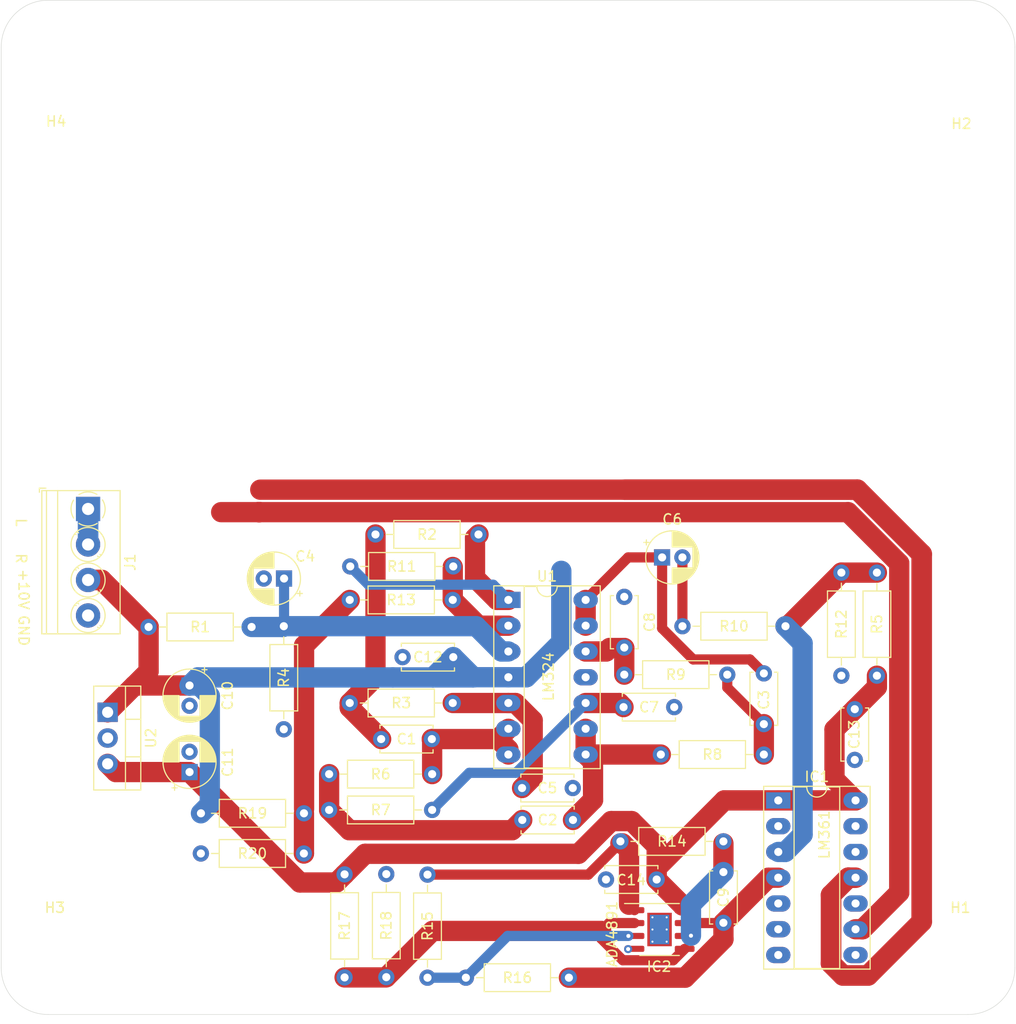
<source format=kicad_pcb>
(kicad_pcb (version 20171130) (host pcbnew "(5.1.10)-1")

  (general
    (thickness 1.6)
    (drawings 16)
    (tracks 170)
    (zones 0)
    (modules 43)
    (nets 31)
  )

  (page A4)
  (layers
    (0 F.Cu signal)
    (31 B.Cu signal)
    (32 B.Adhes user)
    (33 F.Adhes user)
    (34 B.Paste user)
    (35 F.Paste user)
    (36 B.SilkS user)
    (37 F.SilkS user)
    (38 B.Mask user)
    (39 F.Mask user)
    (40 Dwgs.User user)
    (41 Cmts.User user)
    (42 Eco1.User user)
    (43 Eco2.User user)
    (44 Edge.Cuts user)
    (45 Margin user)
    (46 B.CrtYd user)
    (47 F.CrtYd user)
    (48 B.Fab user)
    (49 F.Fab user)
  )

  (setup
    (last_trace_width 2.032)
    (user_trace_width 0.508)
    (user_trace_width 1)
    (user_trace_width 2)
    (user_trace_width 2.032)
    (user_trace_width 1)
    (user_trace_width 2)
    (trace_clearance 0.2)
    (zone_clearance 0.508)
    (zone_45_only no)
    (trace_min 0.2)
    (via_size 0.8)
    (via_drill 0.4)
    (via_min_size 0.4)
    (via_min_drill 0.3)
    (uvia_size 0.3)
    (uvia_drill 0.1)
    (uvias_allowed no)
    (uvia_min_size 0.2)
    (uvia_min_drill 0.1)
    (edge_width 0.05)
    (segment_width 0.2)
    (pcb_text_width 0.3)
    (pcb_text_size 1.5 1.5)
    (mod_edge_width 0.12)
    (mod_text_size 1 1)
    (mod_text_width 0.15)
    (pad_size 1.524 1.524)
    (pad_drill 0.762)
    (pad_to_mask_clearance 0)
    (aux_axis_origin 0 0)
    (visible_elements 7FFFFFFF)
    (pcbplotparams
      (layerselection 0x010fc_ffffffff)
      (usegerberextensions false)
      (usegerberattributes true)
      (usegerberadvancedattributes true)
      (creategerberjobfile true)
      (excludeedgelayer true)
      (linewidth 0.100000)
      (plotframeref false)
      (viasonmask false)
      (mode 1)
      (useauxorigin false)
      (hpglpennumber 1)
      (hpglpenspeed 20)
      (hpglpendiameter 15.000000)
      (psnegative false)
      (psa4output false)
      (plotreference true)
      (plotvalue true)
      (plotinvisibletext false)
      (padsonsilk false)
      (subtractmaskfromsilk false)
      (outputformat 1)
      (mirror false)
      (drillshape 1)
      (scaleselection 1)
      (outputdirectory ""))
  )

  (net 0 "")
  (net 1 Input)
  (net 2 "Net-(C1-Pad1)")
  (net 3 GND)
  (net 4 Vcc)
  (net 5 +5V)
  (net 6 "Net-(C4-Pad1)")
  (net 7 "Net-(C5-Pad1)")
  (net 8 "Net-(C7-Pad2)")
  (net 9 "Net-(C8-Pad2)")
  (net 10 Vref)
  (net 11 filterOut)
  (net 12 Bias)
  (net 13 "Net-(C1-Pad2)")
  (net 14 "Net-(C2-Pad2)")
  (net 15 "Net-(C3-Pad1)")
  (net 16 "Net-(C3-Pad2)")
  (net 17 "Net-(C9-Pad1)")
  (net 18 "Net-(C9-Pad2)")
  (net 19 "Net-(IC2-Pad1)")
  (net 20 PWM+)
  (net 21 PWM-)
  (net 22 "Net-(C2-Pad1)")
  (net 23 "Net-(C6-Pad2)")
  (net 24 "Net-(IC1-Pad2)")
  (net 25 "Net-(IC1-Pad5)")
  (net 26 "Net-(IC1-Pad12)")
  (net 27 "Net-(IC1-Pad7)")
  (net 28 "Net-(IC2-Pad3)")
  (net 29 "Net-(R11-Pad1)")
  (net 30 "Net-(R11-Pad2)")

  (net_class Default "This is the default net class."
    (clearance 0.2)
    (trace_width 0.25)
    (via_dia 0.8)
    (via_drill 0.4)
    (uvia_dia 0.3)
    (uvia_drill 0.1)
    (add_net +5V)
    (add_net Bias)
    (add_net GND)
    (add_net Input)
    (add_net "Net-(C1-Pad1)")
    (add_net "Net-(C1-Pad2)")
    (add_net "Net-(C2-Pad1)")
    (add_net "Net-(C2-Pad2)")
    (add_net "Net-(C3-Pad1)")
    (add_net "Net-(C3-Pad2)")
    (add_net "Net-(C4-Pad1)")
    (add_net "Net-(C5-Pad1)")
    (add_net "Net-(C6-Pad2)")
    (add_net "Net-(C7-Pad2)")
    (add_net "Net-(C8-Pad2)")
    (add_net "Net-(C9-Pad1)")
    (add_net "Net-(C9-Pad2)")
    (add_net "Net-(IC1-Pad12)")
    (add_net "Net-(IC1-Pad2)")
    (add_net "Net-(IC1-Pad5)")
    (add_net "Net-(IC1-Pad7)")
    (add_net "Net-(IC2-Pad1)")
    (add_net "Net-(IC2-Pad3)")
    (add_net "Net-(R11-Pad1)")
    (add_net "Net-(R11-Pad2)")
    (add_net PWM+)
    (add_net PWM-)
    (add_net Vcc)
    (add_net Vref)
    (add_net filterOut)
  )

  (module MountingHole:MountingHole_4.3mm_M4 locked (layer F.Cu) (tedit 56D1B4CB) (tstamp 61326450)
    (at 146.9644 50.2412)
    (descr "Mounting Hole 4.3mm, no annular, M4")
    (tags "mounting hole 4.3mm no annular m4")
    (path /6133C499/61546C2A)
    (attr virtual)
    (fp_text reference H2 (at 0.1016 6.7818) (layer F.SilkS)
      (effects (font (size 1 1) (thickness 0.15)))
    )
    (fp_text value MountingHole (at 0 5.3) (layer F.Fab)
      (effects (font (size 1 1) (thickness 0.15)))
    )
    (fp_circle (center 0 0) (end 4.3 0) (layer Cmts.User) (width 0.15))
    (fp_circle (center 0 0) (end 4.55 0) (layer F.CrtYd) (width 0.05))
    (fp_text user %R (at 0.3 0) (layer F.Fab)
      (effects (font (size 1 1) (thickness 0.15)))
    )
    (pad 1 np_thru_hole circle (at 0 0) (size 4.3 4.3) (drill 4.3) (layers *.Cu *.Mask))
  )

  (module Capacitor_THT:CP_Radial_D5.0mm_P2.00mm (layer F.Cu) (tedit 5AE50EF0) (tstamp 613934B2)
    (at 117.5512 99.7712)
    (descr "CP, Radial series, Radial, pin pitch=2.00mm, , diameter=5mm, Electrolytic Capacitor")
    (tags "CP Radial series Radial pin pitch 2.00mm  diameter 5mm Electrolytic Capacitor")
    (path /613C3F05)
    (fp_text reference C6 (at 1 -3.75) (layer F.SilkS)
      (effects (font (size 1 1) (thickness 0.15)))
    )
    (fp_text value 100u (at 1 3.75) (layer F.Fab)
      (effects (font (size 1 1) (thickness 0.15)))
    )
    (fp_circle (center 1 0) (end 3.5 0) (layer F.Fab) (width 0.1))
    (fp_circle (center 1 0) (end 3.62 0) (layer F.SilkS) (width 0.12))
    (fp_circle (center 1 0) (end 3.75 0) (layer F.CrtYd) (width 0.05))
    (fp_line (start -1.133605 -1.0875) (end -0.633605 -1.0875) (layer F.Fab) (width 0.1))
    (fp_line (start -0.883605 -1.3375) (end -0.883605 -0.8375) (layer F.Fab) (width 0.1))
    (fp_line (start 1 1.04) (end 1 2.58) (layer F.SilkS) (width 0.12))
    (fp_line (start 1 -2.58) (end 1 -1.04) (layer F.SilkS) (width 0.12))
    (fp_line (start 1.04 1.04) (end 1.04 2.58) (layer F.SilkS) (width 0.12))
    (fp_line (start 1.04 -2.58) (end 1.04 -1.04) (layer F.SilkS) (width 0.12))
    (fp_line (start 1.08 -2.579) (end 1.08 -1.04) (layer F.SilkS) (width 0.12))
    (fp_line (start 1.08 1.04) (end 1.08 2.579) (layer F.SilkS) (width 0.12))
    (fp_line (start 1.12 -2.578) (end 1.12 -1.04) (layer F.SilkS) (width 0.12))
    (fp_line (start 1.12 1.04) (end 1.12 2.578) (layer F.SilkS) (width 0.12))
    (fp_line (start 1.16 -2.576) (end 1.16 -1.04) (layer F.SilkS) (width 0.12))
    (fp_line (start 1.16 1.04) (end 1.16 2.576) (layer F.SilkS) (width 0.12))
    (fp_line (start 1.2 -2.573) (end 1.2 -1.04) (layer F.SilkS) (width 0.12))
    (fp_line (start 1.2 1.04) (end 1.2 2.573) (layer F.SilkS) (width 0.12))
    (fp_line (start 1.24 -2.569) (end 1.24 -1.04) (layer F.SilkS) (width 0.12))
    (fp_line (start 1.24 1.04) (end 1.24 2.569) (layer F.SilkS) (width 0.12))
    (fp_line (start 1.28 -2.565) (end 1.28 -1.04) (layer F.SilkS) (width 0.12))
    (fp_line (start 1.28 1.04) (end 1.28 2.565) (layer F.SilkS) (width 0.12))
    (fp_line (start 1.32 -2.561) (end 1.32 -1.04) (layer F.SilkS) (width 0.12))
    (fp_line (start 1.32 1.04) (end 1.32 2.561) (layer F.SilkS) (width 0.12))
    (fp_line (start 1.36 -2.556) (end 1.36 -1.04) (layer F.SilkS) (width 0.12))
    (fp_line (start 1.36 1.04) (end 1.36 2.556) (layer F.SilkS) (width 0.12))
    (fp_line (start 1.4 -2.55) (end 1.4 -1.04) (layer F.SilkS) (width 0.12))
    (fp_line (start 1.4 1.04) (end 1.4 2.55) (layer F.SilkS) (width 0.12))
    (fp_line (start 1.44 -2.543) (end 1.44 -1.04) (layer F.SilkS) (width 0.12))
    (fp_line (start 1.44 1.04) (end 1.44 2.543) (layer F.SilkS) (width 0.12))
    (fp_line (start 1.48 -2.536) (end 1.48 -1.04) (layer F.SilkS) (width 0.12))
    (fp_line (start 1.48 1.04) (end 1.48 2.536) (layer F.SilkS) (width 0.12))
    (fp_line (start 1.52 -2.528) (end 1.52 -1.04) (layer F.SilkS) (width 0.12))
    (fp_line (start 1.52 1.04) (end 1.52 2.528) (layer F.SilkS) (width 0.12))
    (fp_line (start 1.56 -2.52) (end 1.56 -1.04) (layer F.SilkS) (width 0.12))
    (fp_line (start 1.56 1.04) (end 1.56 2.52) (layer F.SilkS) (width 0.12))
    (fp_line (start 1.6 -2.511) (end 1.6 -1.04) (layer F.SilkS) (width 0.12))
    (fp_line (start 1.6 1.04) (end 1.6 2.511) (layer F.SilkS) (width 0.12))
    (fp_line (start 1.64 -2.501) (end 1.64 -1.04) (layer F.SilkS) (width 0.12))
    (fp_line (start 1.64 1.04) (end 1.64 2.501) (layer F.SilkS) (width 0.12))
    (fp_line (start 1.68 -2.491) (end 1.68 -1.04) (layer F.SilkS) (width 0.12))
    (fp_line (start 1.68 1.04) (end 1.68 2.491) (layer F.SilkS) (width 0.12))
    (fp_line (start 1.721 -2.48) (end 1.721 -1.04) (layer F.SilkS) (width 0.12))
    (fp_line (start 1.721 1.04) (end 1.721 2.48) (layer F.SilkS) (width 0.12))
    (fp_line (start 1.761 -2.468) (end 1.761 -1.04) (layer F.SilkS) (width 0.12))
    (fp_line (start 1.761 1.04) (end 1.761 2.468) (layer F.SilkS) (width 0.12))
    (fp_line (start 1.801 -2.455) (end 1.801 -1.04) (layer F.SilkS) (width 0.12))
    (fp_line (start 1.801 1.04) (end 1.801 2.455) (layer F.SilkS) (width 0.12))
    (fp_line (start 1.841 -2.442) (end 1.841 -1.04) (layer F.SilkS) (width 0.12))
    (fp_line (start 1.841 1.04) (end 1.841 2.442) (layer F.SilkS) (width 0.12))
    (fp_line (start 1.881 -2.428) (end 1.881 -1.04) (layer F.SilkS) (width 0.12))
    (fp_line (start 1.881 1.04) (end 1.881 2.428) (layer F.SilkS) (width 0.12))
    (fp_line (start 1.921 -2.414) (end 1.921 -1.04) (layer F.SilkS) (width 0.12))
    (fp_line (start 1.921 1.04) (end 1.921 2.414) (layer F.SilkS) (width 0.12))
    (fp_line (start 1.961 -2.398) (end 1.961 -1.04) (layer F.SilkS) (width 0.12))
    (fp_line (start 1.961 1.04) (end 1.961 2.398) (layer F.SilkS) (width 0.12))
    (fp_line (start 2.001 -2.382) (end 2.001 -1.04) (layer F.SilkS) (width 0.12))
    (fp_line (start 2.001 1.04) (end 2.001 2.382) (layer F.SilkS) (width 0.12))
    (fp_line (start 2.041 -2.365) (end 2.041 -1.04) (layer F.SilkS) (width 0.12))
    (fp_line (start 2.041 1.04) (end 2.041 2.365) (layer F.SilkS) (width 0.12))
    (fp_line (start 2.081 -2.348) (end 2.081 -1.04) (layer F.SilkS) (width 0.12))
    (fp_line (start 2.081 1.04) (end 2.081 2.348) (layer F.SilkS) (width 0.12))
    (fp_line (start 2.121 -2.329) (end 2.121 -1.04) (layer F.SilkS) (width 0.12))
    (fp_line (start 2.121 1.04) (end 2.121 2.329) (layer F.SilkS) (width 0.12))
    (fp_line (start 2.161 -2.31) (end 2.161 -1.04) (layer F.SilkS) (width 0.12))
    (fp_line (start 2.161 1.04) (end 2.161 2.31) (layer F.SilkS) (width 0.12))
    (fp_line (start 2.201 -2.29) (end 2.201 -1.04) (layer F.SilkS) (width 0.12))
    (fp_line (start 2.201 1.04) (end 2.201 2.29) (layer F.SilkS) (width 0.12))
    (fp_line (start 2.241 -2.268) (end 2.241 -1.04) (layer F.SilkS) (width 0.12))
    (fp_line (start 2.241 1.04) (end 2.241 2.268) (layer F.SilkS) (width 0.12))
    (fp_line (start 2.281 -2.247) (end 2.281 -1.04) (layer F.SilkS) (width 0.12))
    (fp_line (start 2.281 1.04) (end 2.281 2.247) (layer F.SilkS) (width 0.12))
    (fp_line (start 2.321 -2.224) (end 2.321 -1.04) (layer F.SilkS) (width 0.12))
    (fp_line (start 2.321 1.04) (end 2.321 2.224) (layer F.SilkS) (width 0.12))
    (fp_line (start 2.361 -2.2) (end 2.361 -1.04) (layer F.SilkS) (width 0.12))
    (fp_line (start 2.361 1.04) (end 2.361 2.2) (layer F.SilkS) (width 0.12))
    (fp_line (start 2.401 -2.175) (end 2.401 -1.04) (layer F.SilkS) (width 0.12))
    (fp_line (start 2.401 1.04) (end 2.401 2.175) (layer F.SilkS) (width 0.12))
    (fp_line (start 2.441 -2.149) (end 2.441 -1.04) (layer F.SilkS) (width 0.12))
    (fp_line (start 2.441 1.04) (end 2.441 2.149) (layer F.SilkS) (width 0.12))
    (fp_line (start 2.481 -2.122) (end 2.481 -1.04) (layer F.SilkS) (width 0.12))
    (fp_line (start 2.481 1.04) (end 2.481 2.122) (layer F.SilkS) (width 0.12))
    (fp_line (start 2.521 -2.095) (end 2.521 -1.04) (layer F.SilkS) (width 0.12))
    (fp_line (start 2.521 1.04) (end 2.521 2.095) (layer F.SilkS) (width 0.12))
    (fp_line (start 2.561 -2.065) (end 2.561 -1.04) (layer F.SilkS) (width 0.12))
    (fp_line (start 2.561 1.04) (end 2.561 2.065) (layer F.SilkS) (width 0.12))
    (fp_line (start 2.601 -2.035) (end 2.601 -1.04) (layer F.SilkS) (width 0.12))
    (fp_line (start 2.601 1.04) (end 2.601 2.035) (layer F.SilkS) (width 0.12))
    (fp_line (start 2.641 -2.004) (end 2.641 -1.04) (layer F.SilkS) (width 0.12))
    (fp_line (start 2.641 1.04) (end 2.641 2.004) (layer F.SilkS) (width 0.12))
    (fp_line (start 2.681 -1.971) (end 2.681 -1.04) (layer F.SilkS) (width 0.12))
    (fp_line (start 2.681 1.04) (end 2.681 1.971) (layer F.SilkS) (width 0.12))
    (fp_line (start 2.721 -1.937) (end 2.721 -1.04) (layer F.SilkS) (width 0.12))
    (fp_line (start 2.721 1.04) (end 2.721 1.937) (layer F.SilkS) (width 0.12))
    (fp_line (start 2.761 -1.901) (end 2.761 -1.04) (layer F.SilkS) (width 0.12))
    (fp_line (start 2.761 1.04) (end 2.761 1.901) (layer F.SilkS) (width 0.12))
    (fp_line (start 2.801 -1.864) (end 2.801 -1.04) (layer F.SilkS) (width 0.12))
    (fp_line (start 2.801 1.04) (end 2.801 1.864) (layer F.SilkS) (width 0.12))
    (fp_line (start 2.841 -1.826) (end 2.841 -1.04) (layer F.SilkS) (width 0.12))
    (fp_line (start 2.841 1.04) (end 2.841 1.826) (layer F.SilkS) (width 0.12))
    (fp_line (start 2.881 -1.785) (end 2.881 -1.04) (layer F.SilkS) (width 0.12))
    (fp_line (start 2.881 1.04) (end 2.881 1.785) (layer F.SilkS) (width 0.12))
    (fp_line (start 2.921 -1.743) (end 2.921 -1.04) (layer F.SilkS) (width 0.12))
    (fp_line (start 2.921 1.04) (end 2.921 1.743) (layer F.SilkS) (width 0.12))
    (fp_line (start 2.961 -1.699) (end 2.961 -1.04) (layer F.SilkS) (width 0.12))
    (fp_line (start 2.961 1.04) (end 2.961 1.699) (layer F.SilkS) (width 0.12))
    (fp_line (start 3.001 -1.653) (end 3.001 -1.04) (layer F.SilkS) (width 0.12))
    (fp_line (start 3.001 1.04) (end 3.001 1.653) (layer F.SilkS) (width 0.12))
    (fp_line (start 3.041 -1.605) (end 3.041 1.605) (layer F.SilkS) (width 0.12))
    (fp_line (start 3.081 -1.554) (end 3.081 1.554) (layer F.SilkS) (width 0.12))
    (fp_line (start 3.121 -1.5) (end 3.121 1.5) (layer F.SilkS) (width 0.12))
    (fp_line (start 3.161 -1.443) (end 3.161 1.443) (layer F.SilkS) (width 0.12))
    (fp_line (start 3.201 -1.383) (end 3.201 1.383) (layer F.SilkS) (width 0.12))
    (fp_line (start 3.241 -1.319) (end 3.241 1.319) (layer F.SilkS) (width 0.12))
    (fp_line (start 3.281 -1.251) (end 3.281 1.251) (layer F.SilkS) (width 0.12))
    (fp_line (start 3.321 -1.178) (end 3.321 1.178) (layer F.SilkS) (width 0.12))
    (fp_line (start 3.361 -1.098) (end 3.361 1.098) (layer F.SilkS) (width 0.12))
    (fp_line (start 3.401 -1.011) (end 3.401 1.011) (layer F.SilkS) (width 0.12))
    (fp_line (start 3.441 -0.915) (end 3.441 0.915) (layer F.SilkS) (width 0.12))
    (fp_line (start 3.481 -0.805) (end 3.481 0.805) (layer F.SilkS) (width 0.12))
    (fp_line (start 3.521 -0.677) (end 3.521 0.677) (layer F.SilkS) (width 0.12))
    (fp_line (start 3.561 -0.518) (end 3.561 0.518) (layer F.SilkS) (width 0.12))
    (fp_line (start 3.601 -0.284) (end 3.601 0.284) (layer F.SilkS) (width 0.12))
    (fp_line (start -1.804775 -1.475) (end -1.304775 -1.475) (layer F.SilkS) (width 0.12))
    (fp_line (start -1.554775 -1.725) (end -1.554775 -1.225) (layer F.SilkS) (width 0.12))
    (fp_text user %R (at 1 0) (layer F.Fab)
      (effects (font (size 1 1) (thickness 0.15)))
    )
    (pad 2 thru_hole circle (at 2 0) (size 1.6 1.6) (drill 0.8) (layers *.Cu *.Mask)
      (net 23 "Net-(C6-Pad2)"))
    (pad 1 thru_hole rect (at 0 0) (size 1.6 1.6) (drill 0.8) (layers *.Cu *.Mask)
      (net 15 "Net-(C3-Pad1)"))
    (model ${KISYS3DMOD}/Capacitor_THT.3dshapes/CP_Radial_D5.0mm_P2.00mm.wrl
      (at (xyz 0 0 0))
      (scale (xyz 1 1 1))
      (rotate (xyz 0 0 0))
    )
  )

  (module Resistor_THT:R_Axial_DIN0207_L6.3mm_D2.5mm_P10.16mm_Horizontal (layer F.Cu) (tedit 5AE5139B) (tstamp 61393098)
    (at 119.5578 106.553)
    (descr "Resistor, Axial_DIN0207 series, Axial, Horizontal, pin pitch=10.16mm, 0.25W = 1/4W, length*diameter=6.3*2.5mm^2, http://cdn-reichelt.de/documents/datenblatt/B400/1_4W%23YAG.pdf")
    (tags "Resistor Axial_DIN0207 series Axial Horizontal pin pitch 10.16mm 0.25W = 1/4W length 6.3mm diameter 2.5mm")
    (path /61263C92)
    (fp_text reference R10 (at 5.08 0) (layer F.SilkS)
      (effects (font (size 1 1) (thickness 0.15)))
    )
    (fp_text value 10k (at 5.08 2.37) (layer F.Fab)
      (effects (font (size 1 1) (thickness 0.15)))
    )
    (fp_line (start 1.93 -1.25) (end 1.93 1.25) (layer F.Fab) (width 0.1))
    (fp_line (start 1.93 1.25) (end 8.23 1.25) (layer F.Fab) (width 0.1))
    (fp_line (start 8.23 1.25) (end 8.23 -1.25) (layer F.Fab) (width 0.1))
    (fp_line (start 8.23 -1.25) (end 1.93 -1.25) (layer F.Fab) (width 0.1))
    (fp_line (start 0 0) (end 1.93 0) (layer F.Fab) (width 0.1))
    (fp_line (start 10.16 0) (end 8.23 0) (layer F.Fab) (width 0.1))
    (fp_line (start 1.81 -1.37) (end 1.81 1.37) (layer F.SilkS) (width 0.12))
    (fp_line (start 1.81 1.37) (end 8.35 1.37) (layer F.SilkS) (width 0.12))
    (fp_line (start 8.35 1.37) (end 8.35 -1.37) (layer F.SilkS) (width 0.12))
    (fp_line (start 8.35 -1.37) (end 1.81 -1.37) (layer F.SilkS) (width 0.12))
    (fp_line (start 1.04 0) (end 1.81 0) (layer F.SilkS) (width 0.12))
    (fp_line (start 9.12 0) (end 8.35 0) (layer F.SilkS) (width 0.12))
    (fp_line (start -1.05 -1.5) (end -1.05 1.5) (layer F.CrtYd) (width 0.05))
    (fp_line (start -1.05 1.5) (end 11.21 1.5) (layer F.CrtYd) (width 0.05))
    (fp_line (start 11.21 1.5) (end 11.21 -1.5) (layer F.CrtYd) (width 0.05))
    (fp_line (start 11.21 -1.5) (end -1.05 -1.5) (layer F.CrtYd) (width 0.05))
    (fp_text user %R (at 5.08 0) (layer F.Fab)
      (effects (font (size 1 1) (thickness 0.15)))
    )
    (pad 2 thru_hole oval (at 10.16 0) (size 1.6 1.6) (drill 0.8) (layers *.Cu *.Mask)
      (net 11 filterOut))
    (pad 1 thru_hole circle (at 0 0) (size 1.6 1.6) (drill 0.8) (layers *.Cu *.Mask)
      (net 23 "Net-(C6-Pad2)"))
    (model ${KISYS3DMOD}/Resistor_THT.3dshapes/R_Axial_DIN0207_L6.3mm_D2.5mm_P10.16mm_Horizontal.wrl
      (at (xyz 0 0 0))
      (scale (xyz 1 1 1))
      (rotate (xyz 0 0 0))
    )
  )

  (module TerminalBlock_Phoenix:TerminalBlock_Phoenix_PT-1,5-4-3.5-H_1x04_P3.50mm_Horizontal (layer F.Cu) (tedit 5B294F40) (tstamp 613EFEFD)
    (at 60.9346 94.996 270)
    (descr "Terminal Block Phoenix PT-1,5-4-3.5-H, 4 pins, pitch 3.5mm, size 14x7.6mm^2, drill diamater 1.2mm, pad diameter 2.4mm, see , script-generated using https://github.com/pointhi/kicad-footprint-generator/scripts/TerminalBlock_Phoenix")
    (tags "THT Terminal Block Phoenix PT-1,5-4-3.5-H pitch 3.5mm size 14x7.6mm^2 drill 1.2mm pad 2.4mm")
    (path /6131B79C/6146FD52)
    (fp_text reference J1 (at 5.25 -4.16 90) (layer F.SilkS)
      (effects (font (size 1 1) (thickness 0.15)))
    )
    (fp_text value Screw_Terminal_01x04 (at 5.25 5.56 90) (layer F.Fab)
      (effects (font (size 1 1) (thickness 0.15)))
    )
    (fp_circle (center 0 0) (end 1.5 0) (layer F.Fab) (width 0.1))
    (fp_circle (center 3.5 0) (end 5 0) (layer F.Fab) (width 0.1))
    (fp_circle (center 3.5 0) (end 5.18 0) (layer F.SilkS) (width 0.12))
    (fp_circle (center 7 0) (end 8.5 0) (layer F.Fab) (width 0.1))
    (fp_circle (center 7 0) (end 8.68 0) (layer F.SilkS) (width 0.12))
    (fp_circle (center 10.5 0) (end 12 0) (layer F.Fab) (width 0.1))
    (fp_circle (center 10.5 0) (end 12.18 0) (layer F.SilkS) (width 0.12))
    (fp_line (start -1.75 -3.1) (end 12.25 -3.1) (layer F.Fab) (width 0.1))
    (fp_line (start 12.25 -3.1) (end 12.25 4.5) (layer F.Fab) (width 0.1))
    (fp_line (start 12.25 4.5) (end -1.35 4.5) (layer F.Fab) (width 0.1))
    (fp_line (start -1.35 4.5) (end -1.75 4.1) (layer F.Fab) (width 0.1))
    (fp_line (start -1.75 4.1) (end -1.75 -3.1) (layer F.Fab) (width 0.1))
    (fp_line (start -1.75 4.1) (end 12.25 4.1) (layer F.Fab) (width 0.1))
    (fp_line (start -1.81 4.1) (end 12.31 4.1) (layer F.SilkS) (width 0.12))
    (fp_line (start -1.75 3) (end 12.25 3) (layer F.Fab) (width 0.1))
    (fp_line (start -1.81 3) (end 12.31 3) (layer F.SilkS) (width 0.12))
    (fp_line (start -1.81 -3.16) (end 12.31 -3.16) (layer F.SilkS) (width 0.12))
    (fp_line (start -1.81 4.56) (end 12.31 4.56) (layer F.SilkS) (width 0.12))
    (fp_line (start -1.81 -3.16) (end -1.81 4.56) (layer F.SilkS) (width 0.12))
    (fp_line (start 12.31 -3.16) (end 12.31 4.56) (layer F.SilkS) (width 0.12))
    (fp_line (start 1.138 -0.955) (end -0.955 1.138) (layer F.Fab) (width 0.1))
    (fp_line (start 0.955 -1.138) (end -1.138 0.955) (layer F.Fab) (width 0.1))
    (fp_line (start 4.638 -0.955) (end 2.546 1.138) (layer F.Fab) (width 0.1))
    (fp_line (start 4.455 -1.138) (end 2.363 0.955) (layer F.Fab) (width 0.1))
    (fp_line (start 4.775 -1.069) (end 4.646 -0.941) (layer F.SilkS) (width 0.12))
    (fp_line (start 2.525 1.181) (end 2.431 1.274) (layer F.SilkS) (width 0.12))
    (fp_line (start 4.57 -1.275) (end 4.476 -1.181) (layer F.SilkS) (width 0.12))
    (fp_line (start 2.355 0.941) (end 2.226 1.069) (layer F.SilkS) (width 0.12))
    (fp_line (start 8.138 -0.955) (end 6.046 1.138) (layer F.Fab) (width 0.1))
    (fp_line (start 7.955 -1.138) (end 5.863 0.955) (layer F.Fab) (width 0.1))
    (fp_line (start 8.275 -1.069) (end 8.146 -0.941) (layer F.SilkS) (width 0.12))
    (fp_line (start 6.025 1.181) (end 5.931 1.274) (layer F.SilkS) (width 0.12))
    (fp_line (start 8.07 -1.275) (end 7.976 -1.181) (layer F.SilkS) (width 0.12))
    (fp_line (start 5.855 0.941) (end 5.726 1.069) (layer F.SilkS) (width 0.12))
    (fp_line (start 11.638 -0.955) (end 9.546 1.138) (layer F.Fab) (width 0.1))
    (fp_line (start 11.455 -1.138) (end 9.363 0.955) (layer F.Fab) (width 0.1))
    (fp_line (start 11.775 -1.069) (end 11.646 -0.941) (layer F.SilkS) (width 0.12))
    (fp_line (start 9.525 1.181) (end 9.431 1.274) (layer F.SilkS) (width 0.12))
    (fp_line (start 11.57 -1.275) (end 11.476 -1.181) (layer F.SilkS) (width 0.12))
    (fp_line (start 9.355 0.941) (end 9.226 1.069) (layer F.SilkS) (width 0.12))
    (fp_line (start -2.05 4.16) (end -2.05 4.8) (layer F.SilkS) (width 0.12))
    (fp_line (start -2.05 4.8) (end -1.65 4.8) (layer F.SilkS) (width 0.12))
    (fp_line (start -2.25 -3.6) (end -2.25 5) (layer F.CrtYd) (width 0.05))
    (fp_line (start -2.25 5) (end 12.75 5) (layer F.CrtYd) (width 0.05))
    (fp_line (start 12.75 5) (end 12.75 -3.6) (layer F.CrtYd) (width 0.05))
    (fp_line (start 12.75 -3.6) (end -2.25 -3.6) (layer F.CrtYd) (width 0.05))
    (fp_text user %R (at 5.25 2.4 90) (layer F.Fab)
      (effects (font (size 1 1) (thickness 0.15)))
    )
    (fp_arc (start 0 0) (end -0.866 1.44) (angle -32) (layer F.SilkS) (width 0.12))
    (fp_arc (start 0 0) (end -1.44 -0.866) (angle -63) (layer F.SilkS) (width 0.12))
    (fp_arc (start 0 0) (end 0.866 -1.44) (angle -63) (layer F.SilkS) (width 0.12))
    (fp_arc (start 0 0) (end 1.425 0.891) (angle -64) (layer F.SilkS) (width 0.12))
    (fp_arc (start 0 0) (end 0 1.68) (angle -32) (layer F.SilkS) (width 0.12))
    (pad 4 thru_hole circle (at 10.5 0 270) (size 2.4 2.4) (drill 1.2) (layers *.Cu *.Mask)
      (net 3 GND))
    (pad 3 thru_hole circle (at 7 0 270) (size 2.4 2.4) (drill 1.2) (layers *.Cu *.Mask)
      (net 4 Vcc))
    (pad 2 thru_hole circle (at 3.5 0 270) (size 2.4 2.4) (drill 1.2) (layers *.Cu *.Mask)
      (net 1 Input))
    (pad 1 thru_hole rect (at 0 0 270) (size 2.4 2.4) (drill 1.2) (layers *.Cu *.Mask)
      (net 1 Input))
    (model ${KISYS3DMOD}/TerminalBlock_Phoenix.3dshapes/TerminalBlock_Phoenix_PT-1,5-4-3.5-H_1x04_P3.50mm_Horizontal.wrl
      (at (xyz 0 0 0))
      (scale (xyz 1 1 1))
      (rotate (xyz 0 0 0))
    )
  )

  (module MountingHole:MountingHole_4.3mm_M4 locked (layer F.Cu) (tedit 56D1B4CB) (tstamp 61320EF1)
    (at 57.658 50.2412)
    (descr "Mounting Hole 4.3mm, no annular, M4")
    (tags "mounting hole 4.3mm no annular m4")
    (path /6133C499/61547A96)
    (attr virtual)
    (fp_text reference H4 (at 0.127 6.5532) (layer F.SilkS)
      (effects (font (size 1 1) (thickness 0.15)))
    )
    (fp_text value MountingHole (at 0 5.3) (layer F.Fab)
      (effects (font (size 1 1) (thickness 0.15)))
    )
    (fp_circle (center 0 0) (end 4.3 0) (layer Cmts.User) (width 0.15))
    (fp_circle (center 0 0) (end 4.55 0) (layer F.CrtYd) (width 0.05))
    (fp_text user %R (at 0.3 0) (layer F.Fab)
      (effects (font (size 1 1) (thickness 0.15)))
    )
    (pad 1 np_thru_hole circle (at 0 0) (size 4.3 4.3) (drill 4.3) (layers *.Cu *.Mask))
  )

  (module MountingHole:MountingHole_4.3mm_M4 locked (layer F.Cu) (tedit 56D1B4CB) (tstamp 61320EE9)
    (at 57.658 139.5984)
    (descr "Mounting Hole 4.3mm, no annular, M4")
    (tags "mounting hole 4.3mm no annular m4")
    (path /6133C499/61547715)
    (attr virtual)
    (fp_text reference H3 (at 0 -5.3) (layer F.SilkS)
      (effects (font (size 1 1) (thickness 0.15)))
    )
    (fp_text value MountingHole (at 0 5.3) (layer F.Fab)
      (effects (font (size 1 1) (thickness 0.15)))
    )
    (fp_circle (center 0 0) (end 4.3 0) (layer Cmts.User) (width 0.15))
    (fp_circle (center 0 0) (end 4.55 0) (layer F.CrtYd) (width 0.05))
    (fp_text user %R (at 0.3 0) (layer F.Fab)
      (effects (font (size 1 1) (thickness 0.15)))
    )
    (pad 1 np_thru_hole circle (at 0 0) (size 4.3 4.3) (drill 4.3) (layers *.Cu *.Mask))
  )

  (module MountingHole:MountingHole_4.3mm_M4 locked (layer F.Cu) (tedit 56D1B4CB) (tstamp 6139F01A)
    (at 146.9644 139.5984)
    (descr "Mounting Hole 4.3mm, no annular, M4")
    (tags "mounting hole 4.3mm no annular m4")
    (path /6133C499/61545B32)
    (attr virtual)
    (fp_text reference H1 (at 0 -5.3) (layer F.SilkS)
      (effects (font (size 1 1) (thickness 0.15)))
    )
    (fp_text value MountingHole (at 0 5.3) (layer F.Fab)
      (effects (font (size 1 1) (thickness 0.15)))
    )
    (fp_circle (center 0 0) (end 4.3 0) (layer Cmts.User) (width 0.15))
    (fp_circle (center 0 0) (end 4.55 0) (layer F.CrtYd) (width 0.05))
    (fp_text user %R (at 0.3 0) (layer F.Fab)
      (effects (font (size 1 1) (thickness 0.15)))
    )
    (pad 1 np_thru_hole circle (at 0 0) (size 4.3 4.3) (drill 4.3) (layers *.Cu *.Mask))
  )

  (module Capacitor_THT:CP_Radial_D5.0mm_P2.00mm (layer F.Cu) (tedit 5AE50EF0) (tstamp 613929BD)
    (at 70.9422 112.395 270)
    (descr "CP, Radial series, Radial, pin pitch=2.00mm, , diameter=5mm, Electrolytic Capacitor")
    (tags "CP Radial series Radial pin pitch 2.00mm  diameter 5mm Electrolytic Capacitor")
    (path /6116EF17)
    (fp_text reference C10 (at 1 -3.75 90) (layer F.SilkS)
      (effects (font (size 1 1) (thickness 0.15)))
    )
    (fp_text value 10u (at 1 3.75 90) (layer F.Fab)
      (effects (font (size 1 1) (thickness 0.15)))
    )
    (fp_line (start -1.554775 -1.725) (end -1.554775 -1.225) (layer F.SilkS) (width 0.12))
    (fp_line (start -1.804775 -1.475) (end -1.304775 -1.475) (layer F.SilkS) (width 0.12))
    (fp_line (start 3.601 -0.284) (end 3.601 0.284) (layer F.SilkS) (width 0.12))
    (fp_line (start 3.561 -0.518) (end 3.561 0.518) (layer F.SilkS) (width 0.12))
    (fp_line (start 3.521 -0.677) (end 3.521 0.677) (layer F.SilkS) (width 0.12))
    (fp_line (start 3.481 -0.805) (end 3.481 0.805) (layer F.SilkS) (width 0.12))
    (fp_line (start 3.441 -0.915) (end 3.441 0.915) (layer F.SilkS) (width 0.12))
    (fp_line (start 3.401 -1.011) (end 3.401 1.011) (layer F.SilkS) (width 0.12))
    (fp_line (start 3.361 -1.098) (end 3.361 1.098) (layer F.SilkS) (width 0.12))
    (fp_line (start 3.321 -1.178) (end 3.321 1.178) (layer F.SilkS) (width 0.12))
    (fp_line (start 3.281 -1.251) (end 3.281 1.251) (layer F.SilkS) (width 0.12))
    (fp_line (start 3.241 -1.319) (end 3.241 1.319) (layer F.SilkS) (width 0.12))
    (fp_line (start 3.201 -1.383) (end 3.201 1.383) (layer F.SilkS) (width 0.12))
    (fp_line (start 3.161 -1.443) (end 3.161 1.443) (layer F.SilkS) (width 0.12))
    (fp_line (start 3.121 -1.5) (end 3.121 1.5) (layer F.SilkS) (width 0.12))
    (fp_line (start 3.081 -1.554) (end 3.081 1.554) (layer F.SilkS) (width 0.12))
    (fp_line (start 3.041 -1.605) (end 3.041 1.605) (layer F.SilkS) (width 0.12))
    (fp_line (start 3.001 1.04) (end 3.001 1.653) (layer F.SilkS) (width 0.12))
    (fp_line (start 3.001 -1.653) (end 3.001 -1.04) (layer F.SilkS) (width 0.12))
    (fp_line (start 2.961 1.04) (end 2.961 1.699) (layer F.SilkS) (width 0.12))
    (fp_line (start 2.961 -1.699) (end 2.961 -1.04) (layer F.SilkS) (width 0.12))
    (fp_line (start 2.921 1.04) (end 2.921 1.743) (layer F.SilkS) (width 0.12))
    (fp_line (start 2.921 -1.743) (end 2.921 -1.04) (layer F.SilkS) (width 0.12))
    (fp_line (start 2.881 1.04) (end 2.881 1.785) (layer F.SilkS) (width 0.12))
    (fp_line (start 2.881 -1.785) (end 2.881 -1.04) (layer F.SilkS) (width 0.12))
    (fp_line (start 2.841 1.04) (end 2.841 1.826) (layer F.SilkS) (width 0.12))
    (fp_line (start 2.841 -1.826) (end 2.841 -1.04) (layer F.SilkS) (width 0.12))
    (fp_line (start 2.801 1.04) (end 2.801 1.864) (layer F.SilkS) (width 0.12))
    (fp_line (start 2.801 -1.864) (end 2.801 -1.04) (layer F.SilkS) (width 0.12))
    (fp_line (start 2.761 1.04) (end 2.761 1.901) (layer F.SilkS) (width 0.12))
    (fp_line (start 2.761 -1.901) (end 2.761 -1.04) (layer F.SilkS) (width 0.12))
    (fp_line (start 2.721 1.04) (end 2.721 1.937) (layer F.SilkS) (width 0.12))
    (fp_line (start 2.721 -1.937) (end 2.721 -1.04) (layer F.SilkS) (width 0.12))
    (fp_line (start 2.681 1.04) (end 2.681 1.971) (layer F.SilkS) (width 0.12))
    (fp_line (start 2.681 -1.971) (end 2.681 -1.04) (layer F.SilkS) (width 0.12))
    (fp_line (start 2.641 1.04) (end 2.641 2.004) (layer F.SilkS) (width 0.12))
    (fp_line (start 2.641 -2.004) (end 2.641 -1.04) (layer F.SilkS) (width 0.12))
    (fp_line (start 2.601 1.04) (end 2.601 2.035) (layer F.SilkS) (width 0.12))
    (fp_line (start 2.601 -2.035) (end 2.601 -1.04) (layer F.SilkS) (width 0.12))
    (fp_line (start 2.561 1.04) (end 2.561 2.065) (layer F.SilkS) (width 0.12))
    (fp_line (start 2.561 -2.065) (end 2.561 -1.04) (layer F.SilkS) (width 0.12))
    (fp_line (start 2.521 1.04) (end 2.521 2.095) (layer F.SilkS) (width 0.12))
    (fp_line (start 2.521 -2.095) (end 2.521 -1.04) (layer F.SilkS) (width 0.12))
    (fp_line (start 2.481 1.04) (end 2.481 2.122) (layer F.SilkS) (width 0.12))
    (fp_line (start 2.481 -2.122) (end 2.481 -1.04) (layer F.SilkS) (width 0.12))
    (fp_line (start 2.441 1.04) (end 2.441 2.149) (layer F.SilkS) (width 0.12))
    (fp_line (start 2.441 -2.149) (end 2.441 -1.04) (layer F.SilkS) (width 0.12))
    (fp_line (start 2.401 1.04) (end 2.401 2.175) (layer F.SilkS) (width 0.12))
    (fp_line (start 2.401 -2.175) (end 2.401 -1.04) (layer F.SilkS) (width 0.12))
    (fp_line (start 2.361 1.04) (end 2.361 2.2) (layer F.SilkS) (width 0.12))
    (fp_line (start 2.361 -2.2) (end 2.361 -1.04) (layer F.SilkS) (width 0.12))
    (fp_line (start 2.321 1.04) (end 2.321 2.224) (layer F.SilkS) (width 0.12))
    (fp_line (start 2.321 -2.224) (end 2.321 -1.04) (layer F.SilkS) (width 0.12))
    (fp_line (start 2.281 1.04) (end 2.281 2.247) (layer F.SilkS) (width 0.12))
    (fp_line (start 2.281 -2.247) (end 2.281 -1.04) (layer F.SilkS) (width 0.12))
    (fp_line (start 2.241 1.04) (end 2.241 2.268) (layer F.SilkS) (width 0.12))
    (fp_line (start 2.241 -2.268) (end 2.241 -1.04) (layer F.SilkS) (width 0.12))
    (fp_line (start 2.201 1.04) (end 2.201 2.29) (layer F.SilkS) (width 0.12))
    (fp_line (start 2.201 -2.29) (end 2.201 -1.04) (layer F.SilkS) (width 0.12))
    (fp_line (start 2.161 1.04) (end 2.161 2.31) (layer F.SilkS) (width 0.12))
    (fp_line (start 2.161 -2.31) (end 2.161 -1.04) (layer F.SilkS) (width 0.12))
    (fp_line (start 2.121 1.04) (end 2.121 2.329) (layer F.SilkS) (width 0.12))
    (fp_line (start 2.121 -2.329) (end 2.121 -1.04) (layer F.SilkS) (width 0.12))
    (fp_line (start 2.081 1.04) (end 2.081 2.348) (layer F.SilkS) (width 0.12))
    (fp_line (start 2.081 -2.348) (end 2.081 -1.04) (layer F.SilkS) (width 0.12))
    (fp_line (start 2.041 1.04) (end 2.041 2.365) (layer F.SilkS) (width 0.12))
    (fp_line (start 2.041 -2.365) (end 2.041 -1.04) (layer F.SilkS) (width 0.12))
    (fp_line (start 2.001 1.04) (end 2.001 2.382) (layer F.SilkS) (width 0.12))
    (fp_line (start 2.001 -2.382) (end 2.001 -1.04) (layer F.SilkS) (width 0.12))
    (fp_line (start 1.961 1.04) (end 1.961 2.398) (layer F.SilkS) (width 0.12))
    (fp_line (start 1.961 -2.398) (end 1.961 -1.04) (layer F.SilkS) (width 0.12))
    (fp_line (start 1.921 1.04) (end 1.921 2.414) (layer F.SilkS) (width 0.12))
    (fp_line (start 1.921 -2.414) (end 1.921 -1.04) (layer F.SilkS) (width 0.12))
    (fp_line (start 1.881 1.04) (end 1.881 2.428) (layer F.SilkS) (width 0.12))
    (fp_line (start 1.881 -2.428) (end 1.881 -1.04) (layer F.SilkS) (width 0.12))
    (fp_line (start 1.841 1.04) (end 1.841 2.442) (layer F.SilkS) (width 0.12))
    (fp_line (start 1.841 -2.442) (end 1.841 -1.04) (layer F.SilkS) (width 0.12))
    (fp_line (start 1.801 1.04) (end 1.801 2.455) (layer F.SilkS) (width 0.12))
    (fp_line (start 1.801 -2.455) (end 1.801 -1.04) (layer F.SilkS) (width 0.12))
    (fp_line (start 1.761 1.04) (end 1.761 2.468) (layer F.SilkS) (width 0.12))
    (fp_line (start 1.761 -2.468) (end 1.761 -1.04) (layer F.SilkS) (width 0.12))
    (fp_line (start 1.721 1.04) (end 1.721 2.48) (layer F.SilkS) (width 0.12))
    (fp_line (start 1.721 -2.48) (end 1.721 -1.04) (layer F.SilkS) (width 0.12))
    (fp_line (start 1.68 1.04) (end 1.68 2.491) (layer F.SilkS) (width 0.12))
    (fp_line (start 1.68 -2.491) (end 1.68 -1.04) (layer F.SilkS) (width 0.12))
    (fp_line (start 1.64 1.04) (end 1.64 2.501) (layer F.SilkS) (width 0.12))
    (fp_line (start 1.64 -2.501) (end 1.64 -1.04) (layer F.SilkS) (width 0.12))
    (fp_line (start 1.6 1.04) (end 1.6 2.511) (layer F.SilkS) (width 0.12))
    (fp_line (start 1.6 -2.511) (end 1.6 -1.04) (layer F.SilkS) (width 0.12))
    (fp_line (start 1.56 1.04) (end 1.56 2.52) (layer F.SilkS) (width 0.12))
    (fp_line (start 1.56 -2.52) (end 1.56 -1.04) (layer F.SilkS) (width 0.12))
    (fp_line (start 1.52 1.04) (end 1.52 2.528) (layer F.SilkS) (width 0.12))
    (fp_line (start 1.52 -2.528) (end 1.52 -1.04) (layer F.SilkS) (width 0.12))
    (fp_line (start 1.48 1.04) (end 1.48 2.536) (layer F.SilkS) (width 0.12))
    (fp_line (start 1.48 -2.536) (end 1.48 -1.04) (layer F.SilkS) (width 0.12))
    (fp_line (start 1.44 1.04) (end 1.44 2.543) (layer F.SilkS) (width 0.12))
    (fp_line (start 1.44 -2.543) (end 1.44 -1.04) (layer F.SilkS) (width 0.12))
    (fp_line (start 1.4 1.04) (end 1.4 2.55) (layer F.SilkS) (width 0.12))
    (fp_line (start 1.4 -2.55) (end 1.4 -1.04) (layer F.SilkS) (width 0.12))
    (fp_line (start 1.36 1.04) (end 1.36 2.556) (layer F.SilkS) (width 0.12))
    (fp_line (start 1.36 -2.556) (end 1.36 -1.04) (layer F.SilkS) (width 0.12))
    (fp_line (start 1.32 1.04) (end 1.32 2.561) (layer F.SilkS) (width 0.12))
    (fp_line (start 1.32 -2.561) (end 1.32 -1.04) (layer F.SilkS) (width 0.12))
    (fp_line (start 1.28 1.04) (end 1.28 2.565) (layer F.SilkS) (width 0.12))
    (fp_line (start 1.28 -2.565) (end 1.28 -1.04) (layer F.SilkS) (width 0.12))
    (fp_line (start 1.24 1.04) (end 1.24 2.569) (layer F.SilkS) (width 0.12))
    (fp_line (start 1.24 -2.569) (end 1.24 -1.04) (layer F.SilkS) (width 0.12))
    (fp_line (start 1.2 1.04) (end 1.2 2.573) (layer F.SilkS) (width 0.12))
    (fp_line (start 1.2 -2.573) (end 1.2 -1.04) (layer F.SilkS) (width 0.12))
    (fp_line (start 1.16 1.04) (end 1.16 2.576) (layer F.SilkS) (width 0.12))
    (fp_line (start 1.16 -2.576) (end 1.16 -1.04) (layer F.SilkS) (width 0.12))
    (fp_line (start 1.12 1.04) (end 1.12 2.578) (layer F.SilkS) (width 0.12))
    (fp_line (start 1.12 -2.578) (end 1.12 -1.04) (layer F.SilkS) (width 0.12))
    (fp_line (start 1.08 1.04) (end 1.08 2.579) (layer F.SilkS) (width 0.12))
    (fp_line (start 1.08 -2.579) (end 1.08 -1.04) (layer F.SilkS) (width 0.12))
    (fp_line (start 1.04 -2.58) (end 1.04 -1.04) (layer F.SilkS) (width 0.12))
    (fp_line (start 1.04 1.04) (end 1.04 2.58) (layer F.SilkS) (width 0.12))
    (fp_line (start 1 -2.58) (end 1 -1.04) (layer F.SilkS) (width 0.12))
    (fp_line (start 1 1.04) (end 1 2.58) (layer F.SilkS) (width 0.12))
    (fp_line (start -0.883605 -1.3375) (end -0.883605 -0.8375) (layer F.Fab) (width 0.1))
    (fp_line (start -1.133605 -1.0875) (end -0.633605 -1.0875) (layer F.Fab) (width 0.1))
    (fp_circle (center 1 0) (end 3.75 0) (layer F.CrtYd) (width 0.05))
    (fp_circle (center 1 0) (end 3.62 0) (layer F.SilkS) (width 0.12))
    (fp_circle (center 1 0) (end 3.5 0) (layer F.Fab) (width 0.1))
    (fp_text user %R (at 1 0 90) (layer F.Fab)
      (effects (font (size 1 1) (thickness 0.15)))
    )
    (pad 1 thru_hole rect (at 0 0 270) (size 1.6 1.6) (drill 0.8) (layers *.Cu *.Mask)
      (net 4 Vcc))
    (pad 2 thru_hole circle (at 2 0 270) (size 1.6 1.6) (drill 0.8) (layers *.Cu *.Mask)
      (net 3 GND))
    (model ${KISYS3DMOD}/Capacitor_THT.3dshapes/CP_Radial_D5.0mm_P2.00mm.wrl
      (at (xyz 0 0 0))
      (scale (xyz 1 1 1))
      (rotate (xyz 0 0 0))
    )
  )

  (module Capacitor_THT:CP_Radial_D5.0mm_P2.00mm (layer F.Cu) (tedit 5AE50EF0) (tstamp 61392B43)
    (at 70.9422 120.9294 90)
    (descr "CP, Radial series, Radial, pin pitch=2.00mm, , diameter=5mm, Electrolytic Capacitor")
    (tags "CP Radial series Radial pin pitch 2.00mm  diameter 5mm Electrolytic Capacitor")
    (path /6116F3E1)
    (fp_text reference C11 (at 0.9652 3.7592 90) (layer F.SilkS)
      (effects (font (size 1 1) (thickness 0.15)))
    )
    (fp_text value 10u (at 1 3.75 90) (layer F.Fab)
      (effects (font (size 1 1) (thickness 0.15)))
    )
    (fp_circle (center 1 0) (end 3.5 0) (layer F.Fab) (width 0.1))
    (fp_circle (center 1 0) (end 3.62 0) (layer F.SilkS) (width 0.12))
    (fp_circle (center 1 0) (end 3.75 0) (layer F.CrtYd) (width 0.05))
    (fp_line (start -1.133605 -1.0875) (end -0.633605 -1.0875) (layer F.Fab) (width 0.1))
    (fp_line (start -0.883605 -1.3375) (end -0.883605 -0.8375) (layer F.Fab) (width 0.1))
    (fp_line (start 1 1.04) (end 1 2.58) (layer F.SilkS) (width 0.12))
    (fp_line (start 1 -2.58) (end 1 -1.04) (layer F.SilkS) (width 0.12))
    (fp_line (start 1.04 1.04) (end 1.04 2.58) (layer F.SilkS) (width 0.12))
    (fp_line (start 1.04 -2.58) (end 1.04 -1.04) (layer F.SilkS) (width 0.12))
    (fp_line (start 1.08 -2.579) (end 1.08 -1.04) (layer F.SilkS) (width 0.12))
    (fp_line (start 1.08 1.04) (end 1.08 2.579) (layer F.SilkS) (width 0.12))
    (fp_line (start 1.12 -2.578) (end 1.12 -1.04) (layer F.SilkS) (width 0.12))
    (fp_line (start 1.12 1.04) (end 1.12 2.578) (layer F.SilkS) (width 0.12))
    (fp_line (start 1.16 -2.576) (end 1.16 -1.04) (layer F.SilkS) (width 0.12))
    (fp_line (start 1.16 1.04) (end 1.16 2.576) (layer F.SilkS) (width 0.12))
    (fp_line (start 1.2 -2.573) (end 1.2 -1.04) (layer F.SilkS) (width 0.12))
    (fp_line (start 1.2 1.04) (end 1.2 2.573) (layer F.SilkS) (width 0.12))
    (fp_line (start 1.24 -2.569) (end 1.24 -1.04) (layer F.SilkS) (width 0.12))
    (fp_line (start 1.24 1.04) (end 1.24 2.569) (layer F.SilkS) (width 0.12))
    (fp_line (start 1.28 -2.565) (end 1.28 -1.04) (layer F.SilkS) (width 0.12))
    (fp_line (start 1.28 1.04) (end 1.28 2.565) (layer F.SilkS) (width 0.12))
    (fp_line (start 1.32 -2.561) (end 1.32 -1.04) (layer F.SilkS) (width 0.12))
    (fp_line (start 1.32 1.04) (end 1.32 2.561) (layer F.SilkS) (width 0.12))
    (fp_line (start 1.36 -2.556) (end 1.36 -1.04) (layer F.SilkS) (width 0.12))
    (fp_line (start 1.36 1.04) (end 1.36 2.556) (layer F.SilkS) (width 0.12))
    (fp_line (start 1.4 -2.55) (end 1.4 -1.04) (layer F.SilkS) (width 0.12))
    (fp_line (start 1.4 1.04) (end 1.4 2.55) (layer F.SilkS) (width 0.12))
    (fp_line (start 1.44 -2.543) (end 1.44 -1.04) (layer F.SilkS) (width 0.12))
    (fp_line (start 1.44 1.04) (end 1.44 2.543) (layer F.SilkS) (width 0.12))
    (fp_line (start 1.48 -2.536) (end 1.48 -1.04) (layer F.SilkS) (width 0.12))
    (fp_line (start 1.48 1.04) (end 1.48 2.536) (layer F.SilkS) (width 0.12))
    (fp_line (start 1.52 -2.528) (end 1.52 -1.04) (layer F.SilkS) (width 0.12))
    (fp_line (start 1.52 1.04) (end 1.52 2.528) (layer F.SilkS) (width 0.12))
    (fp_line (start 1.56 -2.52) (end 1.56 -1.04) (layer F.SilkS) (width 0.12))
    (fp_line (start 1.56 1.04) (end 1.56 2.52) (layer F.SilkS) (width 0.12))
    (fp_line (start 1.6 -2.511) (end 1.6 -1.04) (layer F.SilkS) (width 0.12))
    (fp_line (start 1.6 1.04) (end 1.6 2.511) (layer F.SilkS) (width 0.12))
    (fp_line (start 1.64 -2.501) (end 1.64 -1.04) (layer F.SilkS) (width 0.12))
    (fp_line (start 1.64 1.04) (end 1.64 2.501) (layer F.SilkS) (width 0.12))
    (fp_line (start 1.68 -2.491) (end 1.68 -1.04) (layer F.SilkS) (width 0.12))
    (fp_line (start 1.68 1.04) (end 1.68 2.491) (layer F.SilkS) (width 0.12))
    (fp_line (start 1.721 -2.48) (end 1.721 -1.04) (layer F.SilkS) (width 0.12))
    (fp_line (start 1.721 1.04) (end 1.721 2.48) (layer F.SilkS) (width 0.12))
    (fp_line (start 1.761 -2.468) (end 1.761 -1.04) (layer F.SilkS) (width 0.12))
    (fp_line (start 1.761 1.04) (end 1.761 2.468) (layer F.SilkS) (width 0.12))
    (fp_line (start 1.801 -2.455) (end 1.801 -1.04) (layer F.SilkS) (width 0.12))
    (fp_line (start 1.801 1.04) (end 1.801 2.455) (layer F.SilkS) (width 0.12))
    (fp_line (start 1.841 -2.442) (end 1.841 -1.04) (layer F.SilkS) (width 0.12))
    (fp_line (start 1.841 1.04) (end 1.841 2.442) (layer F.SilkS) (width 0.12))
    (fp_line (start 1.881 -2.428) (end 1.881 -1.04) (layer F.SilkS) (width 0.12))
    (fp_line (start 1.881 1.04) (end 1.881 2.428) (layer F.SilkS) (width 0.12))
    (fp_line (start 1.921 -2.414) (end 1.921 -1.04) (layer F.SilkS) (width 0.12))
    (fp_line (start 1.921 1.04) (end 1.921 2.414) (layer F.SilkS) (width 0.12))
    (fp_line (start 1.961 -2.398) (end 1.961 -1.04) (layer F.SilkS) (width 0.12))
    (fp_line (start 1.961 1.04) (end 1.961 2.398) (layer F.SilkS) (width 0.12))
    (fp_line (start 2.001 -2.382) (end 2.001 -1.04) (layer F.SilkS) (width 0.12))
    (fp_line (start 2.001 1.04) (end 2.001 2.382) (layer F.SilkS) (width 0.12))
    (fp_line (start 2.041 -2.365) (end 2.041 -1.04) (layer F.SilkS) (width 0.12))
    (fp_line (start 2.041 1.04) (end 2.041 2.365) (layer F.SilkS) (width 0.12))
    (fp_line (start 2.081 -2.348) (end 2.081 -1.04) (layer F.SilkS) (width 0.12))
    (fp_line (start 2.081 1.04) (end 2.081 2.348) (layer F.SilkS) (width 0.12))
    (fp_line (start 2.121 -2.329) (end 2.121 -1.04) (layer F.SilkS) (width 0.12))
    (fp_line (start 2.121 1.04) (end 2.121 2.329) (layer F.SilkS) (width 0.12))
    (fp_line (start 2.161 -2.31) (end 2.161 -1.04) (layer F.SilkS) (width 0.12))
    (fp_line (start 2.161 1.04) (end 2.161 2.31) (layer F.SilkS) (width 0.12))
    (fp_line (start 2.201 -2.29) (end 2.201 -1.04) (layer F.SilkS) (width 0.12))
    (fp_line (start 2.201 1.04) (end 2.201 2.29) (layer F.SilkS) (width 0.12))
    (fp_line (start 2.241 -2.268) (end 2.241 -1.04) (layer F.SilkS) (width 0.12))
    (fp_line (start 2.241 1.04) (end 2.241 2.268) (layer F.SilkS) (width 0.12))
    (fp_line (start 2.281 -2.247) (end 2.281 -1.04) (layer F.SilkS) (width 0.12))
    (fp_line (start 2.281 1.04) (end 2.281 2.247) (layer F.SilkS) (width 0.12))
    (fp_line (start 2.321 -2.224) (end 2.321 -1.04) (layer F.SilkS) (width 0.12))
    (fp_line (start 2.321 1.04) (end 2.321 2.224) (layer F.SilkS) (width 0.12))
    (fp_line (start 2.361 -2.2) (end 2.361 -1.04) (layer F.SilkS) (width 0.12))
    (fp_line (start 2.361 1.04) (end 2.361 2.2) (layer F.SilkS) (width 0.12))
    (fp_line (start 2.401 -2.175) (end 2.401 -1.04) (layer F.SilkS) (width 0.12))
    (fp_line (start 2.401 1.04) (end 2.401 2.175) (layer F.SilkS) (width 0.12))
    (fp_line (start 2.441 -2.149) (end 2.441 -1.04) (layer F.SilkS) (width 0.12))
    (fp_line (start 2.441 1.04) (end 2.441 2.149) (layer F.SilkS) (width 0.12))
    (fp_line (start 2.481 -2.122) (end 2.481 -1.04) (layer F.SilkS) (width 0.12))
    (fp_line (start 2.481 1.04) (end 2.481 2.122) (layer F.SilkS) (width 0.12))
    (fp_line (start 2.521 -2.095) (end 2.521 -1.04) (layer F.SilkS) (width 0.12))
    (fp_line (start 2.521 1.04) (end 2.521 2.095) (layer F.SilkS) (width 0.12))
    (fp_line (start 2.561 -2.065) (end 2.561 -1.04) (layer F.SilkS) (width 0.12))
    (fp_line (start 2.561 1.04) (end 2.561 2.065) (layer F.SilkS) (width 0.12))
    (fp_line (start 2.601 -2.035) (end 2.601 -1.04) (layer F.SilkS) (width 0.12))
    (fp_line (start 2.601 1.04) (end 2.601 2.035) (layer F.SilkS) (width 0.12))
    (fp_line (start 2.641 -2.004) (end 2.641 -1.04) (layer F.SilkS) (width 0.12))
    (fp_line (start 2.641 1.04) (end 2.641 2.004) (layer F.SilkS) (width 0.12))
    (fp_line (start 2.681 -1.971) (end 2.681 -1.04) (layer F.SilkS) (width 0.12))
    (fp_line (start 2.681 1.04) (end 2.681 1.971) (layer F.SilkS) (width 0.12))
    (fp_line (start 2.721 -1.937) (end 2.721 -1.04) (layer F.SilkS) (width 0.12))
    (fp_line (start 2.721 1.04) (end 2.721 1.937) (layer F.SilkS) (width 0.12))
    (fp_line (start 2.761 -1.901) (end 2.761 -1.04) (layer F.SilkS) (width 0.12))
    (fp_line (start 2.761 1.04) (end 2.761 1.901) (layer F.SilkS) (width 0.12))
    (fp_line (start 2.801 -1.864) (end 2.801 -1.04) (layer F.SilkS) (width 0.12))
    (fp_line (start 2.801 1.04) (end 2.801 1.864) (layer F.SilkS) (width 0.12))
    (fp_line (start 2.841 -1.826) (end 2.841 -1.04) (layer F.SilkS) (width 0.12))
    (fp_line (start 2.841 1.04) (end 2.841 1.826) (layer F.SilkS) (width 0.12))
    (fp_line (start 2.881 -1.785) (end 2.881 -1.04) (layer F.SilkS) (width 0.12))
    (fp_line (start 2.881 1.04) (end 2.881 1.785) (layer F.SilkS) (width 0.12))
    (fp_line (start 2.921 -1.743) (end 2.921 -1.04) (layer F.SilkS) (width 0.12))
    (fp_line (start 2.921 1.04) (end 2.921 1.743) (layer F.SilkS) (width 0.12))
    (fp_line (start 2.961 -1.699) (end 2.961 -1.04) (layer F.SilkS) (width 0.12))
    (fp_line (start 2.961 1.04) (end 2.961 1.699) (layer F.SilkS) (width 0.12))
    (fp_line (start 3.001 -1.653) (end 3.001 -1.04) (layer F.SilkS) (width 0.12))
    (fp_line (start 3.001 1.04) (end 3.001 1.653) (layer F.SilkS) (width 0.12))
    (fp_line (start 3.041 -1.605) (end 3.041 1.605) (layer F.SilkS) (width 0.12))
    (fp_line (start 3.081 -1.554) (end 3.081 1.554) (layer F.SilkS) (width 0.12))
    (fp_line (start 3.121 -1.5) (end 3.121 1.5) (layer F.SilkS) (width 0.12))
    (fp_line (start 3.161 -1.443) (end 3.161 1.443) (layer F.SilkS) (width 0.12))
    (fp_line (start 3.201 -1.383) (end 3.201 1.383) (layer F.SilkS) (width 0.12))
    (fp_line (start 3.241 -1.319) (end 3.241 1.319) (layer F.SilkS) (width 0.12))
    (fp_line (start 3.281 -1.251) (end 3.281 1.251) (layer F.SilkS) (width 0.12))
    (fp_line (start 3.321 -1.178) (end 3.321 1.178) (layer F.SilkS) (width 0.12))
    (fp_line (start 3.361 -1.098) (end 3.361 1.098) (layer F.SilkS) (width 0.12))
    (fp_line (start 3.401 -1.011) (end 3.401 1.011) (layer F.SilkS) (width 0.12))
    (fp_line (start 3.441 -0.915) (end 3.441 0.915) (layer F.SilkS) (width 0.12))
    (fp_line (start 3.481 -0.805) (end 3.481 0.805) (layer F.SilkS) (width 0.12))
    (fp_line (start 3.521 -0.677) (end 3.521 0.677) (layer F.SilkS) (width 0.12))
    (fp_line (start 3.561 -0.518) (end 3.561 0.518) (layer F.SilkS) (width 0.12))
    (fp_line (start 3.601 -0.284) (end 3.601 0.284) (layer F.SilkS) (width 0.12))
    (fp_line (start -1.804775 -1.475) (end -1.304775 -1.475) (layer F.SilkS) (width 0.12))
    (fp_line (start -1.554775 -1.725) (end -1.554775 -1.225) (layer F.SilkS) (width 0.12))
    (fp_text user %R (at 1 0 90) (layer F.Fab)
      (effects (font (size 1 1) (thickness 0.15)))
    )
    (pad 2 thru_hole circle (at 2 0 90) (size 1.6 1.6) (drill 0.8) (layers *.Cu *.Mask)
      (net 3 GND))
    (pad 1 thru_hole rect (at 0 0 90) (size 1.6 1.6) (drill 0.8) (layers *.Cu *.Mask)
      (net 5 +5V))
    (model ${KISYS3DMOD}/Capacitor_THT.3dshapes/CP_Radial_D5.0mm_P2.00mm.wrl
      (at (xyz 0 0 0))
      (scale (xyz 1 1 1))
      (rotate (xyz 0 0 0))
    )
  )

  (module Resistor_THT:R_Axial_DIN0207_L6.3mm_D2.5mm_P10.16mm_Horizontal (layer F.Cu) (tedit 5AE5139B) (tstamp 6139290F)
    (at 89.281 97.5106)
    (descr "Resistor, Axial_DIN0207 series, Axial, Horizontal, pin pitch=10.16mm, 0.25W = 1/4W, length*diameter=6.3*2.5mm^2, http://cdn-reichelt.de/documents/datenblatt/B400/1_4W%23YAG.pdf")
    (tags "Resistor Axial_DIN0207 series Axial Horizontal pin pitch 10.16mm 0.25W = 1/4W length 6.3mm diameter 2.5mm")
    (path /6118D78F)
    (fp_text reference R2 (at 5.08 0) (layer F.SilkS)
      (effects (font (size 1 1) (thickness 0.15)))
    )
    (fp_text value 1.2k (at 5.08 2.37) (layer F.Fab)
      (effects (font (size 1 1) (thickness 0.15)))
    )
    (fp_line (start 1.93 -1.25) (end 1.93 1.25) (layer F.Fab) (width 0.1))
    (fp_line (start 1.93 1.25) (end 8.23 1.25) (layer F.Fab) (width 0.1))
    (fp_line (start 8.23 1.25) (end 8.23 -1.25) (layer F.Fab) (width 0.1))
    (fp_line (start 8.23 -1.25) (end 1.93 -1.25) (layer F.Fab) (width 0.1))
    (fp_line (start 0 0) (end 1.93 0) (layer F.Fab) (width 0.1))
    (fp_line (start 10.16 0) (end 8.23 0) (layer F.Fab) (width 0.1))
    (fp_line (start 1.81 -1.37) (end 1.81 1.37) (layer F.SilkS) (width 0.12))
    (fp_line (start 1.81 1.37) (end 8.35 1.37) (layer F.SilkS) (width 0.12))
    (fp_line (start 8.35 1.37) (end 8.35 -1.37) (layer F.SilkS) (width 0.12))
    (fp_line (start 8.35 -1.37) (end 1.81 -1.37) (layer F.SilkS) (width 0.12))
    (fp_line (start 1.04 0) (end 1.81 0) (layer F.SilkS) (width 0.12))
    (fp_line (start 9.12 0) (end 8.35 0) (layer F.SilkS) (width 0.12))
    (fp_line (start -1.05 -1.5) (end -1.05 1.5) (layer F.CrtYd) (width 0.05))
    (fp_line (start -1.05 1.5) (end 11.21 1.5) (layer F.CrtYd) (width 0.05))
    (fp_line (start 11.21 1.5) (end 11.21 -1.5) (layer F.CrtYd) (width 0.05))
    (fp_line (start 11.21 -1.5) (end -1.05 -1.5) (layer F.CrtYd) (width 0.05))
    (fp_text user %R (at 5.08 0) (layer F.Fab)
      (effects (font (size 1 1) (thickness 0.15)))
    )
    (pad 2 thru_hole oval (at 10.16 0) (size 1.6 1.6) (drill 0.8) (layers *.Cu *.Mask)
      (net 29 "Net-(R11-Pad1)"))
    (pad 1 thru_hole circle (at 0 0) (size 1.6 1.6) (drill 0.8) (layers *.Cu *.Mask)
      (net 13 "Net-(C1-Pad2)"))
    (model ${KISYS3DMOD}/Resistor_THT.3dshapes/R_Axial_DIN0207_L6.3mm_D2.5mm_P10.16mm_Horizontal.wrl
      (at (xyz 0 0 0))
      (scale (xyz 1 1 1))
      (rotate (xyz 0 0 0))
    )
  )

  (module Resistor_THT:R_Axial_DIN0207_L6.3mm_D2.5mm_P10.16mm_Horizontal (layer F.Cu) (tedit 5AE5139B) (tstamp 613938C6)
    (at 86.7918 100.6602)
    (descr "Resistor, Axial_DIN0207 series, Axial, Horizontal, pin pitch=10.16mm, 0.25W = 1/4W, length*diameter=6.3*2.5mm^2, http://cdn-reichelt.de/documents/datenblatt/B400/1_4W%23YAG.pdf")
    (tags "Resistor Axial_DIN0207 series Axial Horizontal pin pitch 10.16mm 0.25W = 1/4W length 6.3mm diameter 2.5mm")
    (path /6115A2CD)
    (fp_text reference R11 (at 5.08 0) (layer F.SilkS)
      (effects (font (size 1 1) (thickness 0.15)))
    )
    (fp_text value 5.6k (at 5.08 2.37) (layer F.Fab)
      (effects (font (size 1 1) (thickness 0.15)))
    )
    (fp_line (start 1.93 -1.25) (end 1.93 1.25) (layer F.Fab) (width 0.1))
    (fp_line (start 1.93 1.25) (end 8.23 1.25) (layer F.Fab) (width 0.1))
    (fp_line (start 8.23 1.25) (end 8.23 -1.25) (layer F.Fab) (width 0.1))
    (fp_line (start 8.23 -1.25) (end 1.93 -1.25) (layer F.Fab) (width 0.1))
    (fp_line (start 0 0) (end 1.93 0) (layer F.Fab) (width 0.1))
    (fp_line (start 10.16 0) (end 8.23 0) (layer F.Fab) (width 0.1))
    (fp_line (start 1.81 -1.37) (end 1.81 1.37) (layer F.SilkS) (width 0.12))
    (fp_line (start 1.81 1.37) (end 8.35 1.37) (layer F.SilkS) (width 0.12))
    (fp_line (start 8.35 1.37) (end 8.35 -1.37) (layer F.SilkS) (width 0.12))
    (fp_line (start 8.35 -1.37) (end 1.81 -1.37) (layer F.SilkS) (width 0.12))
    (fp_line (start 1.04 0) (end 1.81 0) (layer F.SilkS) (width 0.12))
    (fp_line (start 9.12 0) (end 8.35 0) (layer F.SilkS) (width 0.12))
    (fp_line (start -1.05 -1.5) (end -1.05 1.5) (layer F.CrtYd) (width 0.05))
    (fp_line (start -1.05 1.5) (end 11.21 1.5) (layer F.CrtYd) (width 0.05))
    (fp_line (start 11.21 1.5) (end 11.21 -1.5) (layer F.CrtYd) (width 0.05))
    (fp_line (start 11.21 -1.5) (end -1.05 -1.5) (layer F.CrtYd) (width 0.05))
    (fp_text user %R (at 5.08 0) (layer F.Fab)
      (effects (font (size 1 1) (thickness 0.15)))
    )
    (pad 2 thru_hole oval (at 10.16 0) (size 1.6 1.6) (drill 0.8) (layers *.Cu *.Mask)
      (net 30 "Net-(R11-Pad2)"))
    (pad 1 thru_hole circle (at 0 0) (size 1.6 1.6) (drill 0.8) (layers *.Cu *.Mask)
      (net 29 "Net-(R11-Pad1)"))
    (model ${KISYS3DMOD}/Resistor_THT.3dshapes/R_Axial_DIN0207_L6.3mm_D2.5mm_P10.16mm_Horizontal.wrl
      (at (xyz 0 0 0))
      (scale (xyz 1 1 1))
      (rotate (xyz 0 0 0))
    )
  )

  (module Resistor_THT:R_Axial_DIN0207_L6.3mm_D2.5mm_P10.16mm_Horizontal (layer F.Cu) (tedit 5AE5139B) (tstamp 61393884)
    (at 86.741 103.9622)
    (descr "Resistor, Axial_DIN0207 series, Axial, Horizontal, pin pitch=10.16mm, 0.25W = 1/4W, length*diameter=6.3*2.5mm^2, http://cdn-reichelt.de/documents/datenblatt/B400/1_4W%23YAG.pdf")
    (tags "Resistor Axial_DIN0207 series Axial Horizontal pin pitch 10.16mm 0.25W = 1/4W length 6.3mm diameter 2.5mm")
    (path /6115AC43)
    (fp_text reference R13 (at 5.08 0) (layer F.SilkS)
      (effects (font (size 1 1) (thickness 0.15)))
    )
    (fp_text value 1.2k (at 5.08 2.37) (layer F.Fab)
      (effects (font (size 1 1) (thickness 0.15)))
    )
    (fp_line (start 11.21 -1.5) (end -1.05 -1.5) (layer F.CrtYd) (width 0.05))
    (fp_line (start 11.21 1.5) (end 11.21 -1.5) (layer F.CrtYd) (width 0.05))
    (fp_line (start -1.05 1.5) (end 11.21 1.5) (layer F.CrtYd) (width 0.05))
    (fp_line (start -1.05 -1.5) (end -1.05 1.5) (layer F.CrtYd) (width 0.05))
    (fp_line (start 9.12 0) (end 8.35 0) (layer F.SilkS) (width 0.12))
    (fp_line (start 1.04 0) (end 1.81 0) (layer F.SilkS) (width 0.12))
    (fp_line (start 8.35 -1.37) (end 1.81 -1.37) (layer F.SilkS) (width 0.12))
    (fp_line (start 8.35 1.37) (end 8.35 -1.37) (layer F.SilkS) (width 0.12))
    (fp_line (start 1.81 1.37) (end 8.35 1.37) (layer F.SilkS) (width 0.12))
    (fp_line (start 1.81 -1.37) (end 1.81 1.37) (layer F.SilkS) (width 0.12))
    (fp_line (start 10.16 0) (end 8.23 0) (layer F.Fab) (width 0.1))
    (fp_line (start 0 0) (end 1.93 0) (layer F.Fab) (width 0.1))
    (fp_line (start 8.23 -1.25) (end 1.93 -1.25) (layer F.Fab) (width 0.1))
    (fp_line (start 8.23 1.25) (end 8.23 -1.25) (layer F.Fab) (width 0.1))
    (fp_line (start 1.93 1.25) (end 8.23 1.25) (layer F.Fab) (width 0.1))
    (fp_line (start 1.93 -1.25) (end 1.93 1.25) (layer F.Fab) (width 0.1))
    (fp_text user %R (at 5.08 0) (layer F.Fab)
      (effects (font (size 1 1) (thickness 0.15)))
    )
    (pad 1 thru_hole circle (at 0 0) (size 1.6 1.6) (drill 0.8) (layers *.Cu *.Mask)
      (net 12 Bias))
    (pad 2 thru_hole oval (at 10.16 0) (size 1.6 1.6) (drill 0.8) (layers *.Cu *.Mask)
      (net 30 "Net-(R11-Pad2)"))
    (model ${KISYS3DMOD}/Resistor_THT.3dshapes/R_Axial_DIN0207_L6.3mm_D2.5mm_P10.16mm_Horizontal.wrl
      (at (xyz 0 0 0))
      (scale (xyz 1 1 1))
      (rotate (xyz 0 0 0))
    )
  )

  (module Resistor_THT:R_Axial_DIN0207_L6.3mm_D2.5mm_P10.16mm_Horizontal (layer F.Cu) (tedit 5AE5139B) (tstamp 61393842)
    (at 113.8174 111.3282)
    (descr "Resistor, Axial_DIN0207 series, Axial, Horizontal, pin pitch=10.16mm, 0.25W = 1/4W, length*diameter=6.3*2.5mm^2, http://cdn-reichelt.de/documents/datenblatt/B400/1_4W%23YAG.pdf")
    (tags "Resistor Axial_DIN0207 series Axial Horizontal pin pitch 10.16mm 0.25W = 1/4W length 6.3mm diameter 2.5mm")
    (path /610A1B11)
    (fp_text reference R9 (at 5.08 0) (layer F.SilkS)
      (effects (font (size 1 1) (thickness 0.15)))
    )
    (fp_text value 18k (at 5.08 2.37) (layer F.Fab)
      (effects (font (size 1 1) (thickness 0.15)))
    )
    (fp_line (start 11.21 -1.5) (end -1.05 -1.5) (layer F.CrtYd) (width 0.05))
    (fp_line (start 11.21 1.5) (end 11.21 -1.5) (layer F.CrtYd) (width 0.05))
    (fp_line (start -1.05 1.5) (end 11.21 1.5) (layer F.CrtYd) (width 0.05))
    (fp_line (start -1.05 -1.5) (end -1.05 1.5) (layer F.CrtYd) (width 0.05))
    (fp_line (start 9.12 0) (end 8.35 0) (layer F.SilkS) (width 0.12))
    (fp_line (start 1.04 0) (end 1.81 0) (layer F.SilkS) (width 0.12))
    (fp_line (start 8.35 -1.37) (end 1.81 -1.37) (layer F.SilkS) (width 0.12))
    (fp_line (start 8.35 1.37) (end 8.35 -1.37) (layer F.SilkS) (width 0.12))
    (fp_line (start 1.81 1.37) (end 8.35 1.37) (layer F.SilkS) (width 0.12))
    (fp_line (start 1.81 -1.37) (end 1.81 1.37) (layer F.SilkS) (width 0.12))
    (fp_line (start 10.16 0) (end 8.23 0) (layer F.Fab) (width 0.1))
    (fp_line (start 0 0) (end 1.93 0) (layer F.Fab) (width 0.1))
    (fp_line (start 8.23 -1.25) (end 1.93 -1.25) (layer F.Fab) (width 0.1))
    (fp_line (start 8.23 1.25) (end 8.23 -1.25) (layer F.Fab) (width 0.1))
    (fp_line (start 1.93 1.25) (end 8.23 1.25) (layer F.Fab) (width 0.1))
    (fp_line (start 1.93 -1.25) (end 1.93 1.25) (layer F.Fab) (width 0.1))
    (fp_text user %R (at 5.08 0) (layer F.Fab)
      (effects (font (size 1 1) (thickness 0.15)))
    )
    (pad 1 thru_hole circle (at 0 0) (size 1.6 1.6) (drill 0.8) (layers *.Cu *.Mask)
      (net 9 "Net-(C8-Pad2)"))
    (pad 2 thru_hole oval (at 10.16 0) (size 1.6 1.6) (drill 0.8) (layers *.Cu *.Mask)
      (net 16 "Net-(C3-Pad2)"))
    (model ${KISYS3DMOD}/Resistor_THT.3dshapes/R_Axial_DIN0207_L6.3mm_D2.5mm_P10.16mm_Horizontal.wrl
      (at (xyz 0 0 0))
      (scale (xyz 1 1 1))
      (rotate (xyz 0 0 0))
    )
  )

  (module Capacitor_THT:C_Disc_D5.0mm_W2.5mm_P5.00mm (layer F.Cu) (tedit 5AE50EF0) (tstamp 61393804)
    (at 94.8398 117.6782 180)
    (descr "C, Disc series, Radial, pin pitch=5.00mm, , diameter*width=5*2.5mm^2, Capacitor, http://cdn-reichelt.de/documents/datenblatt/B300/DS_KERKO_TC.pdf")
    (tags "C Disc series Radial pin pitch 5.00mm  diameter 5mm width 2.5mm Capacitor")
    (path /61194966)
    (fp_text reference C1 (at 2.5 0) (layer F.SilkS)
      (effects (font (size 1 1) (thickness 0.15)))
    )
    (fp_text value 47n (at 2.5 2.5) (layer F.Fab)
      (effects (font (size 1 1) (thickness 0.15)))
    )
    (fp_line (start 0 -1.25) (end 0 1.25) (layer F.Fab) (width 0.1))
    (fp_line (start 0 1.25) (end 5 1.25) (layer F.Fab) (width 0.1))
    (fp_line (start 5 1.25) (end 5 -1.25) (layer F.Fab) (width 0.1))
    (fp_line (start 5 -1.25) (end 0 -1.25) (layer F.Fab) (width 0.1))
    (fp_line (start -0.12 -1.37) (end 5.12 -1.37) (layer F.SilkS) (width 0.12))
    (fp_line (start -0.12 1.37) (end 5.12 1.37) (layer F.SilkS) (width 0.12))
    (fp_line (start -0.12 -1.37) (end -0.12 -1.055) (layer F.SilkS) (width 0.12))
    (fp_line (start -0.12 1.055) (end -0.12 1.37) (layer F.SilkS) (width 0.12))
    (fp_line (start 5.12 -1.37) (end 5.12 -1.055) (layer F.SilkS) (width 0.12))
    (fp_line (start 5.12 1.055) (end 5.12 1.37) (layer F.SilkS) (width 0.12))
    (fp_line (start -1.05 -1.5) (end -1.05 1.5) (layer F.CrtYd) (width 0.05))
    (fp_line (start -1.05 1.5) (end 6.05 1.5) (layer F.CrtYd) (width 0.05))
    (fp_line (start 6.05 1.5) (end 6.05 -1.5) (layer F.CrtYd) (width 0.05))
    (fp_line (start 6.05 -1.5) (end -1.05 -1.5) (layer F.CrtYd) (width 0.05))
    (fp_text user %R (at 2.5 0) (layer F.Fab)
      (effects (font (size 1 1) (thickness 0.15)))
    )
    (pad 2 thru_hole circle (at 5 0 180) (size 1.6 1.6) (drill 0.8) (layers *.Cu *.Mask)
      (net 13 "Net-(C1-Pad2)"))
    (pad 1 thru_hole circle (at 0 0 180) (size 1.6 1.6) (drill 0.8) (layers *.Cu *.Mask)
      (net 2 "Net-(C1-Pad1)"))
    (model ${KISYS3DMOD}/Capacitor_THT.3dshapes/C_Disc_D5.0mm_W2.5mm_P5.00mm.wrl
      (at (xyz 0 0 0))
      (scale (xyz 1 1 1))
      (rotate (xyz 0 0 0))
    )
  )

  (module Capacitor_THT:C_Disc_D5.0mm_W2.5mm_P5.00mm (layer F.Cu) (tedit 5AE50EF0) (tstamp 613937C8)
    (at 103.759 125.6538)
    (descr "C, Disc series, Radial, pin pitch=5.00mm, , diameter*width=5*2.5mm^2, Capacitor, http://cdn-reichelt.de/documents/datenblatt/B300/DS_KERKO_TC.pdf")
    (tags "C Disc series Radial pin pitch 5.00mm  diameter 5mm width 2.5mm Capacitor")
    (path /610A712F)
    (fp_text reference C2 (at 2.5 0) (layer F.SilkS)
      (effects (font (size 1 1) (thickness 0.15)))
    )
    (fp_text value 56n (at 2.5 2.5) (layer F.Fab)
      (effects (font (size 1 1) (thickness 0.15)))
    )
    (fp_line (start 6.05 -1.5) (end -1.05 -1.5) (layer F.CrtYd) (width 0.05))
    (fp_line (start 6.05 1.5) (end 6.05 -1.5) (layer F.CrtYd) (width 0.05))
    (fp_line (start -1.05 1.5) (end 6.05 1.5) (layer F.CrtYd) (width 0.05))
    (fp_line (start -1.05 -1.5) (end -1.05 1.5) (layer F.CrtYd) (width 0.05))
    (fp_line (start 5.12 1.055) (end 5.12 1.37) (layer F.SilkS) (width 0.12))
    (fp_line (start 5.12 -1.37) (end 5.12 -1.055) (layer F.SilkS) (width 0.12))
    (fp_line (start -0.12 1.055) (end -0.12 1.37) (layer F.SilkS) (width 0.12))
    (fp_line (start -0.12 -1.37) (end -0.12 -1.055) (layer F.SilkS) (width 0.12))
    (fp_line (start -0.12 1.37) (end 5.12 1.37) (layer F.SilkS) (width 0.12))
    (fp_line (start -0.12 -1.37) (end 5.12 -1.37) (layer F.SilkS) (width 0.12))
    (fp_line (start 5 -1.25) (end 0 -1.25) (layer F.Fab) (width 0.1))
    (fp_line (start 5 1.25) (end 5 -1.25) (layer F.Fab) (width 0.1))
    (fp_line (start 0 1.25) (end 5 1.25) (layer F.Fab) (width 0.1))
    (fp_line (start 0 -1.25) (end 0 1.25) (layer F.Fab) (width 0.1))
    (fp_text user %R (at 2.5 0) (layer F.Fab)
      (effects (font (size 1 1) (thickness 0.15)))
    )
    (pad 1 thru_hole circle (at 0 0) (size 1.6 1.6) (drill 0.8) (layers *.Cu *.Mask)
      (net 22 "Net-(C2-Pad1)"))
    (pad 2 thru_hole circle (at 5 0) (size 1.6 1.6) (drill 0.8) (layers *.Cu *.Mask)
      (net 14 "Net-(C2-Pad2)"))
    (model ${KISYS3DMOD}/Capacitor_THT.3dshapes/C_Disc_D5.0mm_W2.5mm_P5.00mm.wrl
      (at (xyz 0 0 0))
      (scale (xyz 1 1 1))
      (rotate (xyz 0 0 0))
    )
  )

  (module Capacitor_THT:C_Disc_D5.0mm_W2.5mm_P5.00mm (layer F.Cu) (tedit 5AE50EF0) (tstamp 6139378C)
    (at 127.5842 111.205 270)
    (descr "C, Disc series, Radial, pin pitch=5.00mm, , diameter*width=5*2.5mm^2, Capacitor, http://cdn-reichelt.de/documents/datenblatt/B300/DS_KERKO_TC.pdf")
    (tags "C Disc series Radial pin pitch 5.00mm  diameter 5mm width 2.5mm Capacitor")
    (path /610A7BE1)
    (fp_text reference C3 (at 2.6124 0 90) (layer F.SilkS)
      (effects (font (size 1 1) (thickness 0.15)))
    )
    (fp_text value 56n (at 2.5 2.5 90) (layer F.Fab)
      (effects (font (size 1 1) (thickness 0.15)))
    )
    (fp_line (start 0 -1.25) (end 0 1.25) (layer F.Fab) (width 0.1))
    (fp_line (start 0 1.25) (end 5 1.25) (layer F.Fab) (width 0.1))
    (fp_line (start 5 1.25) (end 5 -1.25) (layer F.Fab) (width 0.1))
    (fp_line (start 5 -1.25) (end 0 -1.25) (layer F.Fab) (width 0.1))
    (fp_line (start -0.12 -1.37) (end 5.12 -1.37) (layer F.SilkS) (width 0.12))
    (fp_line (start -0.12 1.37) (end 5.12 1.37) (layer F.SilkS) (width 0.12))
    (fp_line (start -0.12 -1.37) (end -0.12 -1.055) (layer F.SilkS) (width 0.12))
    (fp_line (start -0.12 1.055) (end -0.12 1.37) (layer F.SilkS) (width 0.12))
    (fp_line (start 5.12 -1.37) (end 5.12 -1.055) (layer F.SilkS) (width 0.12))
    (fp_line (start 5.12 1.055) (end 5.12 1.37) (layer F.SilkS) (width 0.12))
    (fp_line (start -1.05 -1.5) (end -1.05 1.5) (layer F.CrtYd) (width 0.05))
    (fp_line (start -1.05 1.5) (end 6.05 1.5) (layer F.CrtYd) (width 0.05))
    (fp_line (start 6.05 1.5) (end 6.05 -1.5) (layer F.CrtYd) (width 0.05))
    (fp_line (start 6.05 -1.5) (end -1.05 -1.5) (layer F.CrtYd) (width 0.05))
    (fp_text user %R (at 2.5 0 90) (layer F.Fab)
      (effects (font (size 1 1) (thickness 0.15)))
    )
    (pad 2 thru_hole circle (at 5 0 270) (size 1.6 1.6) (drill 0.8) (layers *.Cu *.Mask)
      (net 16 "Net-(C3-Pad2)"))
    (pad 1 thru_hole circle (at 0 0 270) (size 1.6 1.6) (drill 0.8) (layers *.Cu *.Mask)
      (net 15 "Net-(C3-Pad1)"))
    (model ${KISYS3DMOD}/Capacitor_THT.3dshapes/C_Disc_D5.0mm_W2.5mm_P5.00mm.wrl
      (at (xyz 0 0 0))
      (scale (xyz 1 1 1))
      (rotate (xyz 0 0 0))
    )
  )

  (module Capacitor_THT:CP_Radial_D5.0mm_P2.00mm (layer F.Cu) (tedit 5AE50EF0) (tstamp 61393674)
    (at 80.264 101.854 180)
    (descr "CP, Radial series, Radial, pin pitch=2.00mm, , diameter=5mm, Electrolytic Capacitor")
    (tags "CP Radial series Radial pin pitch 2.00mm  diameter 5mm Electrolytic Capacitor")
    (path /610FC922)
    (fp_text reference C4 (at -2.0828 2.1844) (layer F.SilkS)
      (effects (font (size 1 1) (thickness 0.15)))
    )
    (fp_text value 100u (at 1 3.75) (layer F.Fab)
      (effects (font (size 1 1) (thickness 0.15)))
    )
    (fp_line (start -1.554775 -1.725) (end -1.554775 -1.225) (layer F.SilkS) (width 0.12))
    (fp_line (start -1.804775 -1.475) (end -1.304775 -1.475) (layer F.SilkS) (width 0.12))
    (fp_line (start 3.601 -0.284) (end 3.601 0.284) (layer F.SilkS) (width 0.12))
    (fp_line (start 3.561 -0.518) (end 3.561 0.518) (layer F.SilkS) (width 0.12))
    (fp_line (start 3.521 -0.677) (end 3.521 0.677) (layer F.SilkS) (width 0.12))
    (fp_line (start 3.481 -0.805) (end 3.481 0.805) (layer F.SilkS) (width 0.12))
    (fp_line (start 3.441 -0.915) (end 3.441 0.915) (layer F.SilkS) (width 0.12))
    (fp_line (start 3.401 -1.011) (end 3.401 1.011) (layer F.SilkS) (width 0.12))
    (fp_line (start 3.361 -1.098) (end 3.361 1.098) (layer F.SilkS) (width 0.12))
    (fp_line (start 3.321 -1.178) (end 3.321 1.178) (layer F.SilkS) (width 0.12))
    (fp_line (start 3.281 -1.251) (end 3.281 1.251) (layer F.SilkS) (width 0.12))
    (fp_line (start 3.241 -1.319) (end 3.241 1.319) (layer F.SilkS) (width 0.12))
    (fp_line (start 3.201 -1.383) (end 3.201 1.383) (layer F.SilkS) (width 0.12))
    (fp_line (start 3.161 -1.443) (end 3.161 1.443) (layer F.SilkS) (width 0.12))
    (fp_line (start 3.121 -1.5) (end 3.121 1.5) (layer F.SilkS) (width 0.12))
    (fp_line (start 3.081 -1.554) (end 3.081 1.554) (layer F.SilkS) (width 0.12))
    (fp_line (start 3.041 -1.605) (end 3.041 1.605) (layer F.SilkS) (width 0.12))
    (fp_line (start 3.001 1.04) (end 3.001 1.653) (layer F.SilkS) (width 0.12))
    (fp_line (start 3.001 -1.653) (end 3.001 -1.04) (layer F.SilkS) (width 0.12))
    (fp_line (start 2.961 1.04) (end 2.961 1.699) (layer F.SilkS) (width 0.12))
    (fp_line (start 2.961 -1.699) (end 2.961 -1.04) (layer F.SilkS) (width 0.12))
    (fp_line (start 2.921 1.04) (end 2.921 1.743) (layer F.SilkS) (width 0.12))
    (fp_line (start 2.921 -1.743) (end 2.921 -1.04) (layer F.SilkS) (width 0.12))
    (fp_line (start 2.881 1.04) (end 2.881 1.785) (layer F.SilkS) (width 0.12))
    (fp_line (start 2.881 -1.785) (end 2.881 -1.04) (layer F.SilkS) (width 0.12))
    (fp_line (start 2.841 1.04) (end 2.841 1.826) (layer F.SilkS) (width 0.12))
    (fp_line (start 2.841 -1.826) (end 2.841 -1.04) (layer F.SilkS) (width 0.12))
    (fp_line (start 2.801 1.04) (end 2.801 1.864) (layer F.SilkS) (width 0.12))
    (fp_line (start 2.801 -1.864) (end 2.801 -1.04) (layer F.SilkS) (width 0.12))
    (fp_line (start 2.761 1.04) (end 2.761 1.901) (layer F.SilkS) (width 0.12))
    (fp_line (start 2.761 -1.901) (end 2.761 -1.04) (layer F.SilkS) (width 0.12))
    (fp_line (start 2.721 1.04) (end 2.721 1.937) (layer F.SilkS) (width 0.12))
    (fp_line (start 2.721 -1.937) (end 2.721 -1.04) (layer F.SilkS) (width 0.12))
    (fp_line (start 2.681 1.04) (end 2.681 1.971) (layer F.SilkS) (width 0.12))
    (fp_line (start 2.681 -1.971) (end 2.681 -1.04) (layer F.SilkS) (width 0.12))
    (fp_line (start 2.641 1.04) (end 2.641 2.004) (layer F.SilkS) (width 0.12))
    (fp_line (start 2.641 -2.004) (end 2.641 -1.04) (layer F.SilkS) (width 0.12))
    (fp_line (start 2.601 1.04) (end 2.601 2.035) (layer F.SilkS) (width 0.12))
    (fp_line (start 2.601 -2.035) (end 2.601 -1.04) (layer F.SilkS) (width 0.12))
    (fp_line (start 2.561 1.04) (end 2.561 2.065) (layer F.SilkS) (width 0.12))
    (fp_line (start 2.561 -2.065) (end 2.561 -1.04) (layer F.SilkS) (width 0.12))
    (fp_line (start 2.521 1.04) (end 2.521 2.095) (layer F.SilkS) (width 0.12))
    (fp_line (start 2.521 -2.095) (end 2.521 -1.04) (layer F.SilkS) (width 0.12))
    (fp_line (start 2.481 1.04) (end 2.481 2.122) (layer F.SilkS) (width 0.12))
    (fp_line (start 2.481 -2.122) (end 2.481 -1.04) (layer F.SilkS) (width 0.12))
    (fp_line (start 2.441 1.04) (end 2.441 2.149) (layer F.SilkS) (width 0.12))
    (fp_line (start 2.441 -2.149) (end 2.441 -1.04) (layer F.SilkS) (width 0.12))
    (fp_line (start 2.401 1.04) (end 2.401 2.175) (layer F.SilkS) (width 0.12))
    (fp_line (start 2.401 -2.175) (end 2.401 -1.04) (layer F.SilkS) (width 0.12))
    (fp_line (start 2.361 1.04) (end 2.361 2.2) (layer F.SilkS) (width 0.12))
    (fp_line (start 2.361 -2.2) (end 2.361 -1.04) (layer F.SilkS) (width 0.12))
    (fp_line (start 2.321 1.04) (end 2.321 2.224) (layer F.SilkS) (width 0.12))
    (fp_line (start 2.321 -2.224) (end 2.321 -1.04) (layer F.SilkS) (width 0.12))
    (fp_line (start 2.281 1.04) (end 2.281 2.247) (layer F.SilkS) (width 0.12))
    (fp_line (start 2.281 -2.247) (end 2.281 -1.04) (layer F.SilkS) (width 0.12))
    (fp_line (start 2.241 1.04) (end 2.241 2.268) (layer F.SilkS) (width 0.12))
    (fp_line (start 2.241 -2.268) (end 2.241 -1.04) (layer F.SilkS) (width 0.12))
    (fp_line (start 2.201 1.04) (end 2.201 2.29) (layer F.SilkS) (width 0.12))
    (fp_line (start 2.201 -2.29) (end 2.201 -1.04) (layer F.SilkS) (width 0.12))
    (fp_line (start 2.161 1.04) (end 2.161 2.31) (layer F.SilkS) (width 0.12))
    (fp_line (start 2.161 -2.31) (end 2.161 -1.04) (layer F.SilkS) (width 0.12))
    (fp_line (start 2.121 1.04) (end 2.121 2.329) (layer F.SilkS) (width 0.12))
    (fp_line (start 2.121 -2.329) (end 2.121 -1.04) (layer F.SilkS) (width 0.12))
    (fp_line (start 2.081 1.04) (end 2.081 2.348) (layer F.SilkS) (width 0.12))
    (fp_line (start 2.081 -2.348) (end 2.081 -1.04) (layer F.SilkS) (width 0.12))
    (fp_line (start 2.041 1.04) (end 2.041 2.365) (layer F.SilkS) (width 0.12))
    (fp_line (start 2.041 -2.365) (end 2.041 -1.04) (layer F.SilkS) (width 0.12))
    (fp_line (start 2.001 1.04) (end 2.001 2.382) (layer F.SilkS) (width 0.12))
    (fp_line (start 2.001 -2.382) (end 2.001 -1.04) (layer F.SilkS) (width 0.12))
    (fp_line (start 1.961 1.04) (end 1.961 2.398) (layer F.SilkS) (width 0.12))
    (fp_line (start 1.961 -2.398) (end 1.961 -1.04) (layer F.SilkS) (width 0.12))
    (fp_line (start 1.921 1.04) (end 1.921 2.414) (layer F.SilkS) (width 0.12))
    (fp_line (start 1.921 -2.414) (end 1.921 -1.04) (layer F.SilkS) (width 0.12))
    (fp_line (start 1.881 1.04) (end 1.881 2.428) (layer F.SilkS) (width 0.12))
    (fp_line (start 1.881 -2.428) (end 1.881 -1.04) (layer F.SilkS) (width 0.12))
    (fp_line (start 1.841 1.04) (end 1.841 2.442) (layer F.SilkS) (width 0.12))
    (fp_line (start 1.841 -2.442) (end 1.841 -1.04) (layer F.SilkS) (width 0.12))
    (fp_line (start 1.801 1.04) (end 1.801 2.455) (layer F.SilkS) (width 0.12))
    (fp_line (start 1.801 -2.455) (end 1.801 -1.04) (layer F.SilkS) (width 0.12))
    (fp_line (start 1.761 1.04) (end 1.761 2.468) (layer F.SilkS) (width 0.12))
    (fp_line (start 1.761 -2.468) (end 1.761 -1.04) (layer F.SilkS) (width 0.12))
    (fp_line (start 1.721 1.04) (end 1.721 2.48) (layer F.SilkS) (width 0.12))
    (fp_line (start 1.721 -2.48) (end 1.721 -1.04) (layer F.SilkS) (width 0.12))
    (fp_line (start 1.68 1.04) (end 1.68 2.491) (layer F.SilkS) (width 0.12))
    (fp_line (start 1.68 -2.491) (end 1.68 -1.04) (layer F.SilkS) (width 0.12))
    (fp_line (start 1.64 1.04) (end 1.64 2.501) (layer F.SilkS) (width 0.12))
    (fp_line (start 1.64 -2.501) (end 1.64 -1.04) (layer F.SilkS) (width 0.12))
    (fp_line (start 1.6 1.04) (end 1.6 2.511) (layer F.SilkS) (width 0.12))
    (fp_line (start 1.6 -2.511) (end 1.6 -1.04) (layer F.SilkS) (width 0.12))
    (fp_line (start 1.56 1.04) (end 1.56 2.52) (layer F.SilkS) (width 0.12))
    (fp_line (start 1.56 -2.52) (end 1.56 -1.04) (layer F.SilkS) (width 0.12))
    (fp_line (start 1.52 1.04) (end 1.52 2.528) (layer F.SilkS) (width 0.12))
    (fp_line (start 1.52 -2.528) (end 1.52 -1.04) (layer F.SilkS) (width 0.12))
    (fp_line (start 1.48 1.04) (end 1.48 2.536) (layer F.SilkS) (width 0.12))
    (fp_line (start 1.48 -2.536) (end 1.48 -1.04) (layer F.SilkS) (width 0.12))
    (fp_line (start 1.44 1.04) (end 1.44 2.543) (layer F.SilkS) (width 0.12))
    (fp_line (start 1.44 -2.543) (end 1.44 -1.04) (layer F.SilkS) (width 0.12))
    (fp_line (start 1.4 1.04) (end 1.4 2.55) (layer F.SilkS) (width 0.12))
    (fp_line (start 1.4 -2.55) (end 1.4 -1.04) (layer F.SilkS) (width 0.12))
    (fp_line (start 1.36 1.04) (end 1.36 2.556) (layer F.SilkS) (width 0.12))
    (fp_line (start 1.36 -2.556) (end 1.36 -1.04) (layer F.SilkS) (width 0.12))
    (fp_line (start 1.32 1.04) (end 1.32 2.561) (layer F.SilkS) (width 0.12))
    (fp_line (start 1.32 -2.561) (end 1.32 -1.04) (layer F.SilkS) (width 0.12))
    (fp_line (start 1.28 1.04) (end 1.28 2.565) (layer F.SilkS) (width 0.12))
    (fp_line (start 1.28 -2.565) (end 1.28 -1.04) (layer F.SilkS) (width 0.12))
    (fp_line (start 1.24 1.04) (end 1.24 2.569) (layer F.SilkS) (width 0.12))
    (fp_line (start 1.24 -2.569) (end 1.24 -1.04) (layer F.SilkS) (width 0.12))
    (fp_line (start 1.2 1.04) (end 1.2 2.573) (layer F.SilkS) (width 0.12))
    (fp_line (start 1.2 -2.573) (end 1.2 -1.04) (layer F.SilkS) (width 0.12))
    (fp_line (start 1.16 1.04) (end 1.16 2.576) (layer F.SilkS) (width 0.12))
    (fp_line (start 1.16 -2.576) (end 1.16 -1.04) (layer F.SilkS) (width 0.12))
    (fp_line (start 1.12 1.04) (end 1.12 2.578) (layer F.SilkS) (width 0.12))
    (fp_line (start 1.12 -2.578) (end 1.12 -1.04) (layer F.SilkS) (width 0.12))
    (fp_line (start 1.08 1.04) (end 1.08 2.579) (layer F.SilkS) (width 0.12))
    (fp_line (start 1.08 -2.579) (end 1.08 -1.04) (layer F.SilkS) (width 0.12))
    (fp_line (start 1.04 -2.58) (end 1.04 -1.04) (layer F.SilkS) (width 0.12))
    (fp_line (start 1.04 1.04) (end 1.04 2.58) (layer F.SilkS) (width 0.12))
    (fp_line (start 1 -2.58) (end 1 -1.04) (layer F.SilkS) (width 0.12))
    (fp_line (start 1 1.04) (end 1 2.58) (layer F.SilkS) (width 0.12))
    (fp_line (start -0.883605 -1.3375) (end -0.883605 -0.8375) (layer F.Fab) (width 0.1))
    (fp_line (start -1.133605 -1.0875) (end -0.633605 -1.0875) (layer F.Fab) (width 0.1))
    (fp_circle (center 1 0) (end 3.75 0) (layer F.CrtYd) (width 0.05))
    (fp_circle (center 1 0) (end 3.62 0) (layer F.SilkS) (width 0.12))
    (fp_circle (center 1 0) (end 3.5 0) (layer F.Fab) (width 0.1))
    (fp_text user %R (at 1 0) (layer F.Fab)
      (effects (font (size 1 1) (thickness 0.15)))
    )
    (pad 1 thru_hole rect (at 0 0 180) (size 1.6 1.6) (drill 0.8) (layers *.Cu *.Mask)
      (net 6 "Net-(C4-Pad1)"))
    (pad 2 thru_hole circle (at 2 0 180) (size 1.6 1.6) (drill 0.8) (layers *.Cu *.Mask)
      (net 1 Input))
    (model ${KISYS3DMOD}/Capacitor_THT.3dshapes/CP_Radial_D5.0mm_P2.00mm.wrl
      (at (xyz 0 0 0))
      (scale (xyz 1 1 1))
      (rotate (xyz 0 0 0))
    )
  )

  (module Capacitor_THT:C_Disc_D5.0mm_W2.5mm_P5.00mm (layer F.Cu) (tedit 5AE50EF0) (tstamp 613935CA)
    (at 103.7374 122.5042)
    (descr "C, Disc series, Radial, pin pitch=5.00mm, , diameter*width=5*2.5mm^2, Capacitor, http://cdn-reichelt.de/documents/datenblatt/B300/DS_KERKO_TC.pdf")
    (tags "C Disc series Radial pin pitch 5.00mm  diameter 5mm width 2.5mm Capacitor")
    (path /61197DE3)
    (fp_text reference C5 (at 2.5 0) (layer F.SilkS)
      (effects (font (size 1 1) (thickness 0.15)))
    )
    (fp_text value 4.7n (at 2.5 2.5) (layer F.Fab)
      (effects (font (size 1 1) (thickness 0.15)))
    )
    (fp_line (start 6.05 -1.5) (end -1.05 -1.5) (layer F.CrtYd) (width 0.05))
    (fp_line (start 6.05 1.5) (end 6.05 -1.5) (layer F.CrtYd) (width 0.05))
    (fp_line (start -1.05 1.5) (end 6.05 1.5) (layer F.CrtYd) (width 0.05))
    (fp_line (start -1.05 -1.5) (end -1.05 1.5) (layer F.CrtYd) (width 0.05))
    (fp_line (start 5.12 1.055) (end 5.12 1.37) (layer F.SilkS) (width 0.12))
    (fp_line (start 5.12 -1.37) (end 5.12 -1.055) (layer F.SilkS) (width 0.12))
    (fp_line (start -0.12 1.055) (end -0.12 1.37) (layer F.SilkS) (width 0.12))
    (fp_line (start -0.12 -1.37) (end -0.12 -1.055) (layer F.SilkS) (width 0.12))
    (fp_line (start -0.12 1.37) (end 5.12 1.37) (layer F.SilkS) (width 0.12))
    (fp_line (start -0.12 -1.37) (end 5.12 -1.37) (layer F.SilkS) (width 0.12))
    (fp_line (start 5 -1.25) (end 0 -1.25) (layer F.Fab) (width 0.1))
    (fp_line (start 5 1.25) (end 5 -1.25) (layer F.Fab) (width 0.1))
    (fp_line (start 0 1.25) (end 5 1.25) (layer F.Fab) (width 0.1))
    (fp_line (start 0 -1.25) (end 0 1.25) (layer F.Fab) (width 0.1))
    (fp_text user %R (at 2.5 0) (layer F.Fab)
      (effects (font (size 1 1) (thickness 0.15)))
    )
    (pad 1 thru_hole circle (at 0 0) (size 1.6 1.6) (drill 0.8) (layers *.Cu *.Mask)
      (net 7 "Net-(C5-Pad1)"))
    (pad 2 thru_hole circle (at 5 0) (size 1.6 1.6) (drill 0.8) (layers *.Cu *.Mask)
      (net 3 GND))
    (model ${KISYS3DMOD}/Capacitor_THT.3dshapes/C_Disc_D5.0mm_W2.5mm_P5.00mm.wrl
      (at (xyz 0 0 0))
      (scale (xyz 1 1 1))
      (rotate (xyz 0 0 0))
    )
  )

  (module Capacitor_THT:C_Disc_D5.0mm_W2.5mm_P5.00mm (layer F.Cu) (tedit 5AE50EF0) (tstamp 61393408)
    (at 118.745 114.5286 180)
    (descr "C, Disc series, Radial, pin pitch=5.00mm, , diameter*width=5*2.5mm^2, Capacitor, http://cdn-reichelt.de/documents/datenblatt/B300/DS_KERKO_TC.pdf")
    (tags "C Disc series Radial pin pitch 5.00mm  diameter 5mm width 2.5mm Capacitor")
    (path /6109389C)
    (fp_text reference C7 (at 2.4892 0) (layer F.SilkS)
      (effects (font (size 1 1) (thickness 0.15)))
    )
    (fp_text value 5.6n (at 2.5 2.5) (layer F.Fab)
      (effects (font (size 1 1) (thickness 0.15)))
    )
    (fp_line (start 0 -1.25) (end 0 1.25) (layer F.Fab) (width 0.1))
    (fp_line (start 0 1.25) (end 5 1.25) (layer F.Fab) (width 0.1))
    (fp_line (start 5 1.25) (end 5 -1.25) (layer F.Fab) (width 0.1))
    (fp_line (start 5 -1.25) (end 0 -1.25) (layer F.Fab) (width 0.1))
    (fp_line (start -0.12 -1.37) (end 5.12 -1.37) (layer F.SilkS) (width 0.12))
    (fp_line (start -0.12 1.37) (end 5.12 1.37) (layer F.SilkS) (width 0.12))
    (fp_line (start -0.12 -1.37) (end -0.12 -1.055) (layer F.SilkS) (width 0.12))
    (fp_line (start -0.12 1.055) (end -0.12 1.37) (layer F.SilkS) (width 0.12))
    (fp_line (start 5.12 -1.37) (end 5.12 -1.055) (layer F.SilkS) (width 0.12))
    (fp_line (start 5.12 1.055) (end 5.12 1.37) (layer F.SilkS) (width 0.12))
    (fp_line (start -1.05 -1.5) (end -1.05 1.5) (layer F.CrtYd) (width 0.05))
    (fp_line (start -1.05 1.5) (end 6.05 1.5) (layer F.CrtYd) (width 0.05))
    (fp_line (start 6.05 1.5) (end 6.05 -1.5) (layer F.CrtYd) (width 0.05))
    (fp_line (start 6.05 -1.5) (end -1.05 -1.5) (layer F.CrtYd) (width 0.05))
    (fp_text user %R (at 2.5 0) (layer F.Fab)
      (effects (font (size 1 1) (thickness 0.15)))
    )
    (pad 2 thru_hole circle (at 5 0 180) (size 1.6 1.6) (drill 0.8) (layers *.Cu *.Mask)
      (net 8 "Net-(C7-Pad2)"))
    (pad 1 thru_hole circle (at 0 0 180) (size 1.6 1.6) (drill 0.8) (layers *.Cu *.Mask)
      (net 3 GND))
    (model ${KISYS3DMOD}/Capacitor_THT.3dshapes/C_Disc_D5.0mm_W2.5mm_P5.00mm.wrl
      (at (xyz 0 0 0))
      (scale (xyz 1 1 1))
      (rotate (xyz 0 0 0))
    )
  )

  (module Capacitor_THT:C_Disc_D5.0mm_W2.5mm_P5.00mm (layer F.Cu) (tedit 5AE50EF0) (tstamp 613933CC)
    (at 113.8174 103.6574 270)
    (descr "C, Disc series, Radial, pin pitch=5.00mm, , diameter*width=5*2.5mm^2, Capacitor, http://cdn-reichelt.de/documents/datenblatt/B300/DS_KERKO_TC.pdf")
    (tags "C Disc series Radial pin pitch 5.00mm  diameter 5mm width 2.5mm Capacitor")
    (path /610A1B17)
    (fp_text reference C8 (at 2.5 -2.5 90) (layer F.SilkS)
      (effects (font (size 1 1) (thickness 0.15)))
    )
    (fp_text value 5.6n (at 2.5 2.5 90) (layer F.Fab)
      (effects (font (size 1 1) (thickness 0.15)))
    )
    (fp_line (start 6.05 -1.5) (end -1.05 -1.5) (layer F.CrtYd) (width 0.05))
    (fp_line (start 6.05 1.5) (end 6.05 -1.5) (layer F.CrtYd) (width 0.05))
    (fp_line (start -1.05 1.5) (end 6.05 1.5) (layer F.CrtYd) (width 0.05))
    (fp_line (start -1.05 -1.5) (end -1.05 1.5) (layer F.CrtYd) (width 0.05))
    (fp_line (start 5.12 1.055) (end 5.12 1.37) (layer F.SilkS) (width 0.12))
    (fp_line (start 5.12 -1.37) (end 5.12 -1.055) (layer F.SilkS) (width 0.12))
    (fp_line (start -0.12 1.055) (end -0.12 1.37) (layer F.SilkS) (width 0.12))
    (fp_line (start -0.12 -1.37) (end -0.12 -1.055) (layer F.SilkS) (width 0.12))
    (fp_line (start -0.12 1.37) (end 5.12 1.37) (layer F.SilkS) (width 0.12))
    (fp_line (start -0.12 -1.37) (end 5.12 -1.37) (layer F.SilkS) (width 0.12))
    (fp_line (start 5 -1.25) (end 0 -1.25) (layer F.Fab) (width 0.1))
    (fp_line (start 5 1.25) (end 5 -1.25) (layer F.Fab) (width 0.1))
    (fp_line (start 0 1.25) (end 5 1.25) (layer F.Fab) (width 0.1))
    (fp_line (start 0 -1.25) (end 0 1.25) (layer F.Fab) (width 0.1))
    (fp_text user %R (at 2.5 0 90) (layer F.Fab)
      (effects (font (size 1 1) (thickness 0.15)))
    )
    (pad 1 thru_hole circle (at 0 0 270) (size 1.6 1.6) (drill 0.8) (layers *.Cu *.Mask)
      (net 3 GND))
    (pad 2 thru_hole circle (at 5 0 270) (size 1.6 1.6) (drill 0.8) (layers *.Cu *.Mask)
      (net 9 "Net-(C8-Pad2)"))
    (model ${KISYS3DMOD}/Capacitor_THT.3dshapes/C_Disc_D5.0mm_W2.5mm_P5.00mm.wrl
      (at (xyz 0 0 0))
      (scale (xyz 1 1 1))
      (rotate (xyz 0 0 0))
    )
  )

  (module Capacitor_THT:C_Disc_D5.0mm_W2.5mm_P5.00mm (layer F.Cu) (tedit 5AE50EF0) (tstamp 61393390)
    (at 123.5964 135.7884 90)
    (descr "C, Disc series, Radial, pin pitch=5.00mm, , diameter*width=5*2.5mm^2, Capacitor, http://cdn-reichelt.de/documents/datenblatt/B300/DS_KERKO_TC.pdf")
    (tags "C Disc series Radial pin pitch 5.00mm  diameter 5mm width 2.5mm Capacitor")
    (path /610D4DDC)
    (fp_text reference C9 (at 2.5 0 90) (layer F.SilkS)
      (effects (font (size 1 1) (thickness 0.15)))
    )
    (fp_text value 4.7n (at 2.5 2.5 90) (layer F.Fab)
      (effects (font (size 1 1) (thickness 0.15)))
    )
    (fp_line (start 6.05 -1.5) (end -1.05 -1.5) (layer F.CrtYd) (width 0.05))
    (fp_line (start 6.05 1.5) (end 6.05 -1.5) (layer F.CrtYd) (width 0.05))
    (fp_line (start -1.05 1.5) (end 6.05 1.5) (layer F.CrtYd) (width 0.05))
    (fp_line (start -1.05 -1.5) (end -1.05 1.5) (layer F.CrtYd) (width 0.05))
    (fp_line (start 5.12 1.055) (end 5.12 1.37) (layer F.SilkS) (width 0.12))
    (fp_line (start 5.12 -1.37) (end 5.12 -1.055) (layer F.SilkS) (width 0.12))
    (fp_line (start -0.12 1.055) (end -0.12 1.37) (layer F.SilkS) (width 0.12))
    (fp_line (start -0.12 -1.37) (end -0.12 -1.055) (layer F.SilkS) (width 0.12))
    (fp_line (start -0.12 1.37) (end 5.12 1.37) (layer F.SilkS) (width 0.12))
    (fp_line (start -0.12 -1.37) (end 5.12 -1.37) (layer F.SilkS) (width 0.12))
    (fp_line (start 5 -1.25) (end 0 -1.25) (layer F.Fab) (width 0.1))
    (fp_line (start 5 1.25) (end 5 -1.25) (layer F.Fab) (width 0.1))
    (fp_line (start 0 1.25) (end 5 1.25) (layer F.Fab) (width 0.1))
    (fp_line (start 0 -1.25) (end 0 1.25) (layer F.Fab) (width 0.1))
    (fp_text user %R (at 2.5 0 90) (layer F.Fab)
      (effects (font (size 1 1) (thickness 0.15)))
    )
    (pad 1 thru_hole circle (at 0 0 90) (size 1.6 1.6) (drill 0.8) (layers *.Cu *.Mask)
      (net 17 "Net-(C9-Pad1)"))
    (pad 2 thru_hole circle (at 5 0 90) (size 1.6 1.6) (drill 0.8) (layers *.Cu *.Mask)
      (net 18 "Net-(C9-Pad2)"))
    (model ${KISYS3DMOD}/Capacitor_THT.3dshapes/C_Disc_D5.0mm_W2.5mm_P5.00mm.wrl
      (at (xyz 0 0 0))
      (scale (xyz 1 1 1))
      (rotate (xyz 0 0 0))
    )
  )

  (module Package_DIP:DIP-14_W7.62mm_Socket_LongPads (layer F.Cu) (tedit 5A02E8C5) (tstamp 6139332A)
    (at 129.0066 123.7234)
    (descr "14-lead though-hole mounted DIP package, row spacing 7.62 mm (300 mils), Socket, LongPads")
    (tags "THT DIP DIL PDIP 2.54mm 7.62mm 300mil Socket LongPads")
    (path /611DBEC5)
    (fp_text reference IC1 (at 3.81 -2.33) (layer F.SilkS)
      (effects (font (size 1 1) (thickness 0.15)))
    )
    (fp_text value LM361N_NOPB (at 3.81 17.57) (layer F.Fab)
      (effects (font (size 1 1) (thickness 0.15)))
    )
    (fp_line (start 9.15 -1.6) (end -1.55 -1.6) (layer F.CrtYd) (width 0.05))
    (fp_line (start 9.15 16.85) (end 9.15 -1.6) (layer F.CrtYd) (width 0.05))
    (fp_line (start -1.55 16.85) (end 9.15 16.85) (layer F.CrtYd) (width 0.05))
    (fp_line (start -1.55 -1.6) (end -1.55 16.85) (layer F.CrtYd) (width 0.05))
    (fp_line (start 9.06 -1.39) (end -1.44 -1.39) (layer F.SilkS) (width 0.12))
    (fp_line (start 9.06 16.63) (end 9.06 -1.39) (layer F.SilkS) (width 0.12))
    (fp_line (start -1.44 16.63) (end 9.06 16.63) (layer F.SilkS) (width 0.12))
    (fp_line (start -1.44 -1.39) (end -1.44 16.63) (layer F.SilkS) (width 0.12))
    (fp_line (start 6.06 -1.33) (end 4.81 -1.33) (layer F.SilkS) (width 0.12))
    (fp_line (start 6.06 16.57) (end 6.06 -1.33) (layer F.SilkS) (width 0.12))
    (fp_line (start 1.56 16.57) (end 6.06 16.57) (layer F.SilkS) (width 0.12))
    (fp_line (start 1.56 -1.33) (end 1.56 16.57) (layer F.SilkS) (width 0.12))
    (fp_line (start 2.81 -1.33) (end 1.56 -1.33) (layer F.SilkS) (width 0.12))
    (fp_line (start 8.89 -1.33) (end -1.27 -1.33) (layer F.Fab) (width 0.1))
    (fp_line (start 8.89 16.57) (end 8.89 -1.33) (layer F.Fab) (width 0.1))
    (fp_line (start -1.27 16.57) (end 8.89 16.57) (layer F.Fab) (width 0.1))
    (fp_line (start -1.27 -1.33) (end -1.27 16.57) (layer F.Fab) (width 0.1))
    (fp_line (start 0.635 -0.27) (end 1.635 -1.27) (layer F.Fab) (width 0.1))
    (fp_line (start 0.635 16.51) (end 0.635 -0.27) (layer F.Fab) (width 0.1))
    (fp_line (start 6.985 16.51) (end 0.635 16.51) (layer F.Fab) (width 0.1))
    (fp_line (start 6.985 -1.27) (end 6.985 16.51) (layer F.Fab) (width 0.1))
    (fp_line (start 1.635 -1.27) (end 6.985 -1.27) (layer F.Fab) (width 0.1))
    (fp_arc (start 3.81 -1.33) (end 2.81 -1.33) (angle -180) (layer F.SilkS) (width 0.12))
    (fp_text user %R (at 3.81 7.62) (layer F.Fab)
      (effects (font (size 1 1) (thickness 0.15)))
    )
    (pad 1 thru_hole rect (at 0 0) (size 2.4 1.6) (drill 0.8) (layers *.Cu *.Mask)
      (net 5 +5V))
    (pad 8 thru_hole oval (at 7.62 15.24) (size 2.4 1.6) (drill 0.8) (layers *.Cu *.Mask)
      (net 3 GND))
    (pad 2 thru_hole oval (at 0 2.54) (size 2.4 1.6) (drill 0.8) (layers *.Cu *.Mask)
      (net 24 "Net-(IC1-Pad2)"))
    (pad 9 thru_hole oval (at 7.62 12.7) (size 2.4 1.6) (drill 0.8) (layers *.Cu *.Mask)
      (net 21 PWM-))
    (pad 3 thru_hole oval (at 0 5.08) (size 2.4 1.6) (drill 0.8) (layers *.Cu *.Mask)
      (net 11 filterOut))
    (pad 10 thru_hole oval (at 7.62 10.16) (size 2.4 1.6) (drill 0.8) (layers *.Cu *.Mask)
      (net 3 GND))
    (pad 4 thru_hole oval (at 0 7.62) (size 2.4 1.6) (drill 0.8) (layers *.Cu *.Mask)
      (net 17 "Net-(C9-Pad1)"))
    (pad 11 thru_hole oval (at 7.62 7.62) (size 2.4 1.6) (drill 0.8) (layers *.Cu *.Mask)
      (net 20 PWM+))
    (pad 5 thru_hole oval (at 0 10.16) (size 2.4 1.6) (drill 0.8) (layers *.Cu *.Mask)
      (net 25 "Net-(IC1-Pad5)"))
    (pad 12 thru_hole oval (at 7.62 5.08) (size 2.4 1.6) (drill 0.8) (layers *.Cu *.Mask)
      (net 26 "Net-(IC1-Pad12)"))
    (pad 6 thru_hole oval (at 0 12.7) (size 2.4 1.6) (drill 0.8) (layers *.Cu *.Mask)
      (net 3 GND))
    (pad 13 thru_hole oval (at 7.62 2.54) (size 2.4 1.6) (drill 0.8) (layers *.Cu *.Mask)
      (net 3 GND))
    (pad 7 thru_hole oval (at 0 15.24) (size 2.4 1.6) (drill 0.8) (layers *.Cu *.Mask)
      (net 27 "Net-(IC1-Pad7)"))
    (pad 14 thru_hole oval (at 7.62 0) (size 2.4 1.6) (drill 0.8) (layers *.Cu *.Mask)
      (net 5 +5V))
    (model ${KISYS3DMOD}/Package_DIP.3dshapes/DIP-14_W7.62mm_Socket.wrl
      (at (xyz 0 0 0))
      (scale (xyz 1 1 1))
      (rotate (xyz 0 0 0))
    )
  )

  (module Package_SO:SOIC-8-1EP_3.9x4.9mm_P1.27mm_EP2.41x3.3mm_ThermalVias (layer F.Cu) (tedit 5DC5FE76) (tstamp 613932B7)
    (at 117.2972 136.4488)
    (descr "SOIC, 8 Pin (http://www.allegromicro.com/~/media/Files/Datasheets/A4950-Datasheet.ashx#page=8), generated with kicad-footprint-generator ipc_gullwing_generator.py")
    (tags "SOIC SO")
    (path /6112424A)
    (attr smd)
    (fp_text reference IC2 (at -0.0508 3.6576) (layer F.SilkS)
      (effects (font (size 1 1) (thickness 0.15)))
    )
    (fp_text value ADA4891-2ARMZ-R7 (at 0 3.4) (layer F.Fab)
      (effects (font (size 1 1) (thickness 0.15)))
    )
    (fp_line (start 3.7 -2.7) (end -3.7 -2.7) (layer F.CrtYd) (width 0.05))
    (fp_line (start 3.7 2.7) (end 3.7 -2.7) (layer F.CrtYd) (width 0.05))
    (fp_line (start -3.7 2.7) (end 3.7 2.7) (layer F.CrtYd) (width 0.05))
    (fp_line (start -3.7 -2.7) (end -3.7 2.7) (layer F.CrtYd) (width 0.05))
    (fp_line (start -1.95 -1.475) (end -0.975 -2.45) (layer F.Fab) (width 0.1))
    (fp_line (start -1.95 2.45) (end -1.95 -1.475) (layer F.Fab) (width 0.1))
    (fp_line (start 1.95 2.45) (end -1.95 2.45) (layer F.Fab) (width 0.1))
    (fp_line (start 1.95 -2.45) (end 1.95 2.45) (layer F.Fab) (width 0.1))
    (fp_line (start -0.975 -2.45) (end 1.95 -2.45) (layer F.Fab) (width 0.1))
    (fp_line (start 0 -2.56) (end -3.45 -2.56) (layer F.SilkS) (width 0.12))
    (fp_line (start 0 -2.56) (end 1.95 -2.56) (layer F.SilkS) (width 0.12))
    (fp_line (start 0 2.56) (end -1.95 2.56) (layer F.SilkS) (width 0.12))
    (fp_line (start 0 2.56) (end 1.95 2.56) (layer F.SilkS) (width 0.12))
    (fp_text user %R (at 0 0) (layer F.Fab)
      (effects (font (size 0.98 0.98) (thickness 0.15)))
    )
    (pad 1 smd roundrect (at -2.475 -1.905) (size 1.95 0.6) (layers F.Cu F.Paste F.Mask) (roundrect_rratio 0.25)
      (net 19 "Net-(IC2-Pad1)"))
    (pad 2 smd roundrect (at -2.475 -0.635) (size 1.95 0.6) (layers F.Cu F.Paste F.Mask) (roundrect_rratio 0.25)
      (net 10 Vref))
    (pad 3 smd roundrect (at -2.475 0.635) (size 1.95 0.6) (layers F.Cu F.Paste F.Mask) (roundrect_rratio 0.25)
      (net 28 "Net-(IC2-Pad3)"))
    (pad 4 smd roundrect (at -2.475 1.905) (size 1.95 0.6) (layers F.Cu F.Paste F.Mask) (roundrect_rratio 0.25)
      (net 3 GND))
    (pad 5 smd roundrect (at 2.475 1.905) (size 1.95 0.6) (layers F.Cu F.Paste F.Mask) (roundrect_rratio 0.25)
      (net 10 Vref))
    (pad 6 smd roundrect (at 2.475 0.635) (size 1.95 0.6) (layers F.Cu F.Paste F.Mask) (roundrect_rratio 0.25)
      (net 18 "Net-(C9-Pad2)"))
    (pad 7 smd roundrect (at 2.475 -0.635) (size 1.95 0.6) (layers F.Cu F.Paste F.Mask) (roundrect_rratio 0.25)
      (net 17 "Net-(C9-Pad1)"))
    (pad 8 smd roundrect (at 2.475 -1.905) (size 1.95 0.6) (layers F.Cu F.Paste F.Mask) (roundrect_rratio 0.25)
      (net 5 +5V))
    (pad 9 smd rect (at 0 0) (size 2.41 3.3) (layers F.Cu F.Mask))
    (pad 9 thru_hole circle (at -0.7 -1.2) (size 0.5 0.5) (drill 0.2) (layers *.Cu))
    (pad 9 thru_hole circle (at 0.7 -1.2) (size 0.5 0.5) (drill 0.2) (layers *.Cu))
    (pad 9 thru_hole circle (at -0.7 0) (size 0.5 0.5) (drill 0.2) (layers *.Cu))
    (pad 9 thru_hole circle (at 0.7 0) (size 0.5 0.5) (drill 0.2) (layers *.Cu))
    (pad 9 thru_hole circle (at -0.7 1.2) (size 0.5 0.5) (drill 0.2) (layers *.Cu))
    (pad 9 thru_hole circle (at 0.7 1.2) (size 0.5 0.5) (drill 0.2) (layers *.Cu))
    (pad 9 smd rect (at 0 0) (size 1.9 2.9) (layers B.Cu))
    (pad "" smd roundrect (at -0.6 -0.825) (size 1.01 1.38) (layers F.Paste) (roundrect_rratio 0.2475247524752475))
    (pad "" smd roundrect (at -0.6 0.825) (size 1.01 1.38) (layers F.Paste) (roundrect_rratio 0.2475247524752475))
    (pad "" smd roundrect (at 0.6 -0.825) (size 1.01 1.38) (layers F.Paste) (roundrect_rratio 0.2475247524752475))
    (pad "" smd roundrect (at 0.6 0.825) (size 1.01 1.38) (layers F.Paste) (roundrect_rratio 0.2475247524752475))
    (model ${KISYS3DMOD}/Package_SO.3dshapes/SOIC-8-1EP_3.9x4.9mm_P1.27mm_EP2.41x3.3mm.wrl
      (at (xyz 0 0 0))
      (scale (xyz 1 1 1))
      (rotate (xyz 0 0 0))
    )
  )

  (module Resistor_THT:R_Axial_DIN0207_L6.3mm_D2.5mm_P10.16mm_Horizontal (layer F.Cu) (tedit 5AE5139B) (tstamp 61393266)
    (at 66.9036 106.6292)
    (descr "Resistor, Axial_DIN0207 series, Axial, Horizontal, pin pitch=10.16mm, 0.25W = 1/4W, length*diameter=6.3*2.5mm^2, http://cdn-reichelt.de/documents/datenblatt/B400/1_4W%23YAG.pdf")
    (tags "Resistor Axial_DIN0207 series Axial Horizontal pin pitch 10.16mm 0.25W = 1/4W length 6.3mm diameter 2.5mm")
    (path /611163D0)
    (fp_text reference R1 (at 5.08 0) (layer F.SilkS)
      (effects (font (size 1 1) (thickness 0.15)))
    )
    (fp_text value 10k (at 5.08 2.37) (layer F.Fab)
      (effects (font (size 1 1) (thickness 0.15)))
    )
    (fp_line (start 1.93 -1.25) (end 1.93 1.25) (layer F.Fab) (width 0.1))
    (fp_line (start 1.93 1.25) (end 8.23 1.25) (layer F.Fab) (width 0.1))
    (fp_line (start 8.23 1.25) (end 8.23 -1.25) (layer F.Fab) (width 0.1))
    (fp_line (start 8.23 -1.25) (end 1.93 -1.25) (layer F.Fab) (width 0.1))
    (fp_line (start 0 0) (end 1.93 0) (layer F.Fab) (width 0.1))
    (fp_line (start 10.16 0) (end 8.23 0) (layer F.Fab) (width 0.1))
    (fp_line (start 1.81 -1.37) (end 1.81 1.37) (layer F.SilkS) (width 0.12))
    (fp_line (start 1.81 1.37) (end 8.35 1.37) (layer F.SilkS) (width 0.12))
    (fp_line (start 8.35 1.37) (end 8.35 -1.37) (layer F.SilkS) (width 0.12))
    (fp_line (start 8.35 -1.37) (end 1.81 -1.37) (layer F.SilkS) (width 0.12))
    (fp_line (start 1.04 0) (end 1.81 0) (layer F.SilkS) (width 0.12))
    (fp_line (start 9.12 0) (end 8.35 0) (layer F.SilkS) (width 0.12))
    (fp_line (start -1.05 -1.5) (end -1.05 1.5) (layer F.CrtYd) (width 0.05))
    (fp_line (start -1.05 1.5) (end 11.21 1.5) (layer F.CrtYd) (width 0.05))
    (fp_line (start 11.21 1.5) (end 11.21 -1.5) (layer F.CrtYd) (width 0.05))
    (fp_line (start 11.21 -1.5) (end -1.05 -1.5) (layer F.CrtYd) (width 0.05))
    (fp_text user %R (at 5.08 0) (layer F.Fab)
      (effects (font (size 1 1) (thickness 0.15)))
    )
    (pad 2 thru_hole oval (at 10.16 0) (size 1.6 1.6) (drill 0.8) (layers *.Cu *.Mask)
      (net 6 "Net-(C4-Pad1)"))
    (pad 1 thru_hole circle (at 0 0) (size 1.6 1.6) (drill 0.8) (layers *.Cu *.Mask)
      (net 4 Vcc))
    (model ${KISYS3DMOD}/Resistor_THT.3dshapes/R_Axial_DIN0207_L6.3mm_D2.5mm_P10.16mm_Horizontal.wrl
      (at (xyz 0 0 0))
      (scale (xyz 1 1 1))
      (rotate (xyz 0 0 0))
    )
  )

  (module Resistor_THT:R_Axial_DIN0207_L6.3mm_D2.5mm_P10.16mm_Horizontal (layer F.Cu) (tedit 5AE5139B) (tstamp 61393224)
    (at 96.901 114.1222 180)
    (descr "Resistor, Axial_DIN0207 series, Axial, Horizontal, pin pitch=10.16mm, 0.25W = 1/4W, length*diameter=6.3*2.5mm^2, http://cdn-reichelt.de/documents/datenblatt/B400/1_4W%23YAG.pdf")
    (tags "Resistor Axial_DIN0207 series Axial Horizontal pin pitch 10.16mm 0.25W = 1/4W length 6.3mm diameter 2.5mm")
    (path /6118E5DF)
    (fp_text reference R3 (at 5.08 0) (layer F.SilkS)
      (effects (font (size 1 1) (thickness 0.15)))
    )
    (fp_text value 8.2k (at 5.08 2.37) (layer F.Fab)
      (effects (font (size 1 1) (thickness 0.15)))
    )
    (fp_line (start 11.21 -1.5) (end -1.05 -1.5) (layer F.CrtYd) (width 0.05))
    (fp_line (start 11.21 1.5) (end 11.21 -1.5) (layer F.CrtYd) (width 0.05))
    (fp_line (start -1.05 1.5) (end 11.21 1.5) (layer F.CrtYd) (width 0.05))
    (fp_line (start -1.05 -1.5) (end -1.05 1.5) (layer F.CrtYd) (width 0.05))
    (fp_line (start 9.12 0) (end 8.35 0) (layer F.SilkS) (width 0.12))
    (fp_line (start 1.04 0) (end 1.81 0) (layer F.SilkS) (width 0.12))
    (fp_line (start 8.35 -1.37) (end 1.81 -1.37) (layer F.SilkS) (width 0.12))
    (fp_line (start 8.35 1.37) (end 8.35 -1.37) (layer F.SilkS) (width 0.12))
    (fp_line (start 1.81 1.37) (end 8.35 1.37) (layer F.SilkS) (width 0.12))
    (fp_line (start 1.81 -1.37) (end 1.81 1.37) (layer F.SilkS) (width 0.12))
    (fp_line (start 10.16 0) (end 8.23 0) (layer F.Fab) (width 0.1))
    (fp_line (start 0 0) (end 1.93 0) (layer F.Fab) (width 0.1))
    (fp_line (start 8.23 -1.25) (end 1.93 -1.25) (layer F.Fab) (width 0.1))
    (fp_line (start 8.23 1.25) (end 8.23 -1.25) (layer F.Fab) (width 0.1))
    (fp_line (start 1.93 1.25) (end 8.23 1.25) (layer F.Fab) (width 0.1))
    (fp_line (start 1.93 -1.25) (end 1.93 1.25) (layer F.Fab) (width 0.1))
    (fp_text user %R (at 5.08 0) (layer F.Fab)
      (effects (font (size 1 1) (thickness 0.15)))
    )
    (pad 1 thru_hole circle (at 0 0 180) (size 1.6 1.6) (drill 0.8) (layers *.Cu *.Mask)
      (net 7 "Net-(C5-Pad1)"))
    (pad 2 thru_hole oval (at 10.16 0 180) (size 1.6 1.6) (drill 0.8) (layers *.Cu *.Mask)
      (net 13 "Net-(C1-Pad2)"))
    (model ${KISYS3DMOD}/Resistor_THT.3dshapes/R_Axial_DIN0207_L6.3mm_D2.5mm_P10.16mm_Horizontal.wrl
      (at (xyz 0 0 0))
      (scale (xyz 1 1 1))
      (rotate (xyz 0 0 0))
    )
  )

  (module Resistor_THT:R_Axial_DIN0207_L6.3mm_D2.5mm_P10.16mm_Horizontal (layer F.Cu) (tedit 5AE5139B) (tstamp 613931E2)
    (at 80.2386 106.553 270)
    (descr "Resistor, Axial_DIN0207 series, Axial, Horizontal, pin pitch=10.16mm, 0.25W = 1/4W, length*diameter=6.3*2.5mm^2, http://cdn-reichelt.de/documents/datenblatt/B400/1_4W%23YAG.pdf")
    (tags "Resistor Axial_DIN0207 series Axial Horizontal pin pitch 10.16mm 0.25W = 1/4W length 6.3mm diameter 2.5mm")
    (path /611163D6)
    (fp_text reference R4 (at 5.08 0 90) (layer F.SilkS)
      (effects (font (size 1 1) (thickness 0.15)))
    )
    (fp_text value 1k (at 5.08 2.37 90) (layer F.Fab)
      (effects (font (size 1 1) (thickness 0.15)))
    )
    (fp_line (start 11.21 -1.5) (end -1.05 -1.5) (layer F.CrtYd) (width 0.05))
    (fp_line (start 11.21 1.5) (end 11.21 -1.5) (layer F.CrtYd) (width 0.05))
    (fp_line (start -1.05 1.5) (end 11.21 1.5) (layer F.CrtYd) (width 0.05))
    (fp_line (start -1.05 -1.5) (end -1.05 1.5) (layer F.CrtYd) (width 0.05))
    (fp_line (start 9.12 0) (end 8.35 0) (layer F.SilkS) (width 0.12))
    (fp_line (start 1.04 0) (end 1.81 0) (layer F.SilkS) (width 0.12))
    (fp_line (start 8.35 -1.37) (end 1.81 -1.37) (layer F.SilkS) (width 0.12))
    (fp_line (start 8.35 1.37) (end 8.35 -1.37) (layer F.SilkS) (width 0.12))
    (fp_line (start 1.81 1.37) (end 8.35 1.37) (layer F.SilkS) (width 0.12))
    (fp_line (start 1.81 -1.37) (end 1.81 1.37) (layer F.SilkS) (width 0.12))
    (fp_line (start 10.16 0) (end 8.23 0) (layer F.Fab) (width 0.1))
    (fp_line (start 0 0) (end 1.93 0) (layer F.Fab) (width 0.1))
    (fp_line (start 8.23 -1.25) (end 1.93 -1.25) (layer F.Fab) (width 0.1))
    (fp_line (start 8.23 1.25) (end 8.23 -1.25) (layer F.Fab) (width 0.1))
    (fp_line (start 1.93 1.25) (end 8.23 1.25) (layer F.Fab) (width 0.1))
    (fp_line (start 1.93 -1.25) (end 1.93 1.25) (layer F.Fab) (width 0.1))
    (fp_text user %R (at 5.08 0 90) (layer F.Fab)
      (effects (font (size 1 1) (thickness 0.15)))
    )
    (pad 1 thru_hole circle (at 0 0 270) (size 1.6 1.6) (drill 0.8) (layers *.Cu *.Mask)
      (net 6 "Net-(C4-Pad1)"))
    (pad 2 thru_hole oval (at 10.16 0 270) (size 1.6 1.6) (drill 0.8) (layers *.Cu *.Mask)
      (net 3 GND))
    (model ${KISYS3DMOD}/Resistor_THT.3dshapes/R_Axial_DIN0207_L6.3mm_D2.5mm_P10.16mm_Horizontal.wrl
      (at (xyz 0 0 0))
      (scale (xyz 1 1 1))
      (rotate (xyz 0 0 0))
    )
  )

  (module Resistor_THT:R_Axial_DIN0207_L6.3mm_D2.5mm_P10.16mm_Horizontal (layer F.Cu) (tedit 5AE5139B) (tstamp 613931A0)
    (at 138.7348 111.4298 90)
    (descr "Resistor, Axial_DIN0207 series, Axial, Horizontal, pin pitch=10.16mm, 0.25W = 1/4W, length*diameter=6.3*2.5mm^2, http://cdn-reichelt.de/documents/datenblatt/B400/1_4W%23YAG.pdf")
    (tags "Resistor Axial_DIN0207 series Axial Horizontal pin pitch 10.16mm 0.25W = 1/4W length 6.3mm diameter 2.5mm")
    (path /61297512)
    (fp_text reference R5 (at 5.08 0 90) (layer F.SilkS)
      (effects (font (size 1 1) (thickness 0.15)))
    )
    (fp_text value 10k (at 5.08 2.37 90) (layer F.Fab)
      (effects (font (size 1 1) (thickness 0.15)))
    )
    (fp_line (start 1.93 -1.25) (end 1.93 1.25) (layer F.Fab) (width 0.1))
    (fp_line (start 1.93 1.25) (end 8.23 1.25) (layer F.Fab) (width 0.1))
    (fp_line (start 8.23 1.25) (end 8.23 -1.25) (layer F.Fab) (width 0.1))
    (fp_line (start 8.23 -1.25) (end 1.93 -1.25) (layer F.Fab) (width 0.1))
    (fp_line (start 0 0) (end 1.93 0) (layer F.Fab) (width 0.1))
    (fp_line (start 10.16 0) (end 8.23 0) (layer F.Fab) (width 0.1))
    (fp_line (start 1.81 -1.37) (end 1.81 1.37) (layer F.SilkS) (width 0.12))
    (fp_line (start 1.81 1.37) (end 8.35 1.37) (layer F.SilkS) (width 0.12))
    (fp_line (start 8.35 1.37) (end 8.35 -1.37) (layer F.SilkS) (width 0.12))
    (fp_line (start 8.35 -1.37) (end 1.81 -1.37) (layer F.SilkS) (width 0.12))
    (fp_line (start 1.04 0) (end 1.81 0) (layer F.SilkS) (width 0.12))
    (fp_line (start 9.12 0) (end 8.35 0) (layer F.SilkS) (width 0.12))
    (fp_line (start -1.05 -1.5) (end -1.05 1.5) (layer F.CrtYd) (width 0.05))
    (fp_line (start -1.05 1.5) (end 11.21 1.5) (layer F.CrtYd) (width 0.05))
    (fp_line (start 11.21 1.5) (end 11.21 -1.5) (layer F.CrtYd) (width 0.05))
    (fp_line (start 11.21 -1.5) (end -1.05 -1.5) (layer F.CrtYd) (width 0.05))
    (fp_text user %R (at 5.08 0 90) (layer F.Fab)
      (effects (font (size 1 1) (thickness 0.15)))
    )
    (pad 2 thru_hole oval (at 10.16 0 90) (size 1.6 1.6) (drill 0.8) (layers *.Cu *.Mask)
      (net 11 filterOut))
    (pad 1 thru_hole circle (at 0 0 90) (size 1.6 1.6) (drill 0.8) (layers *.Cu *.Mask)
      (net 5 +5V))
    (model ${KISYS3DMOD}/Resistor_THT.3dshapes/R_Axial_DIN0207_L6.3mm_D2.5mm_P10.16mm_Horizontal.wrl
      (at (xyz 0 0 0))
      (scale (xyz 1 1 1))
      (rotate (xyz 0 0 0))
    )
  )

  (module Resistor_THT:R_Axial_DIN0207_L6.3mm_D2.5mm_P10.16mm_Horizontal (layer F.Cu) (tedit 5AE5139B) (tstamp 6139315E)
    (at 84.709 121.1326)
    (descr "Resistor, Axial_DIN0207 series, Axial, Horizontal, pin pitch=10.16mm, 0.25W = 1/4W, length*diameter=6.3*2.5mm^2, http://cdn-reichelt.de/documents/datenblatt/B400/1_4W%23YAG.pdf")
    (tags "Resistor Axial_DIN0207 series Axial Horizontal pin pitch 10.16mm 0.25W = 1/4W length 6.3mm diameter 2.5mm")
    (path /61092AE9)
    (fp_text reference R6 (at 5.08 0) (layer F.SilkS)
      (effects (font (size 1 1) (thickness 0.15)))
    )
    (fp_text value 680 (at 5.08 2.37) (layer F.Fab)
      (effects (font (size 1 1) (thickness 0.15)))
    )
    (fp_line (start 1.93 -1.25) (end 1.93 1.25) (layer F.Fab) (width 0.1))
    (fp_line (start 1.93 1.25) (end 8.23 1.25) (layer F.Fab) (width 0.1))
    (fp_line (start 8.23 1.25) (end 8.23 -1.25) (layer F.Fab) (width 0.1))
    (fp_line (start 8.23 -1.25) (end 1.93 -1.25) (layer F.Fab) (width 0.1))
    (fp_line (start 0 0) (end 1.93 0) (layer F.Fab) (width 0.1))
    (fp_line (start 10.16 0) (end 8.23 0) (layer F.Fab) (width 0.1))
    (fp_line (start 1.81 -1.37) (end 1.81 1.37) (layer F.SilkS) (width 0.12))
    (fp_line (start 1.81 1.37) (end 8.35 1.37) (layer F.SilkS) (width 0.12))
    (fp_line (start 8.35 1.37) (end 8.35 -1.37) (layer F.SilkS) (width 0.12))
    (fp_line (start 8.35 -1.37) (end 1.81 -1.37) (layer F.SilkS) (width 0.12))
    (fp_line (start 1.04 0) (end 1.81 0) (layer F.SilkS) (width 0.12))
    (fp_line (start 9.12 0) (end 8.35 0) (layer F.SilkS) (width 0.12))
    (fp_line (start -1.05 -1.5) (end -1.05 1.5) (layer F.CrtYd) (width 0.05))
    (fp_line (start -1.05 1.5) (end 11.21 1.5) (layer F.CrtYd) (width 0.05))
    (fp_line (start 11.21 1.5) (end 11.21 -1.5) (layer F.CrtYd) (width 0.05))
    (fp_line (start 11.21 -1.5) (end -1.05 -1.5) (layer F.CrtYd) (width 0.05))
    (fp_text user %R (at 5.08 0) (layer F.Fab)
      (effects (font (size 1 1) (thickness 0.15)))
    )
    (pad 2 thru_hole oval (at 10.16 0) (size 1.6 1.6) (drill 0.8) (layers *.Cu *.Mask)
      (net 2 "Net-(C1-Pad1)"))
    (pad 1 thru_hole circle (at 0 0) (size 1.6 1.6) (drill 0.8) (layers *.Cu *.Mask)
      (net 22 "Net-(C2-Pad1)"))
    (model ${KISYS3DMOD}/Resistor_THT.3dshapes/R_Axial_DIN0207_L6.3mm_D2.5mm_P10.16mm_Horizontal.wrl
      (at (xyz 0 0 0))
      (scale (xyz 1 1 1))
      (rotate (xyz 0 0 0))
    )
  )

  (module Resistor_THT:R_Axial_DIN0207_L6.3mm_D2.5mm_P10.16mm_Horizontal (layer F.Cu) (tedit 5AE5139B) (tstamp 6139311C)
    (at 94.869 124.6632 180)
    (descr "Resistor, Axial_DIN0207 series, Axial, Horizontal, pin pitch=10.16mm, 0.25W = 1/4W, length*diameter=6.3*2.5mm^2, http://cdn-reichelt.de/documents/datenblatt/B400/1_4W%23YAG.pdf")
    (tags "Resistor Axial_DIN0207 series Axial Horizontal pin pitch 10.16mm 0.25W = 1/4W length 6.3mm diameter 2.5mm")
    (path /61093362)
    (fp_text reference R7 (at 5.08 0) (layer F.SilkS)
      (effects (font (size 1 1) (thickness 0.15)))
    )
    (fp_text value 15k (at 5.08 2.37) (layer F.Fab)
      (effects (font (size 1 1) (thickness 0.15)))
    )
    (fp_line (start 11.21 -1.5) (end -1.05 -1.5) (layer F.CrtYd) (width 0.05))
    (fp_line (start 11.21 1.5) (end 11.21 -1.5) (layer F.CrtYd) (width 0.05))
    (fp_line (start -1.05 1.5) (end 11.21 1.5) (layer F.CrtYd) (width 0.05))
    (fp_line (start -1.05 -1.5) (end -1.05 1.5) (layer F.CrtYd) (width 0.05))
    (fp_line (start 9.12 0) (end 8.35 0) (layer F.SilkS) (width 0.12))
    (fp_line (start 1.04 0) (end 1.81 0) (layer F.SilkS) (width 0.12))
    (fp_line (start 8.35 -1.37) (end 1.81 -1.37) (layer F.SilkS) (width 0.12))
    (fp_line (start 8.35 1.37) (end 8.35 -1.37) (layer F.SilkS) (width 0.12))
    (fp_line (start 1.81 1.37) (end 8.35 1.37) (layer F.SilkS) (width 0.12))
    (fp_line (start 1.81 -1.37) (end 1.81 1.37) (layer F.SilkS) (width 0.12))
    (fp_line (start 10.16 0) (end 8.23 0) (layer F.Fab) (width 0.1))
    (fp_line (start 0 0) (end 1.93 0) (layer F.Fab) (width 0.1))
    (fp_line (start 8.23 -1.25) (end 1.93 -1.25) (layer F.Fab) (width 0.1))
    (fp_line (start 8.23 1.25) (end 8.23 -1.25) (layer F.Fab) (width 0.1))
    (fp_line (start 1.93 1.25) (end 8.23 1.25) (layer F.Fab) (width 0.1))
    (fp_line (start 1.93 -1.25) (end 1.93 1.25) (layer F.Fab) (width 0.1))
    (fp_text user %R (at 5.08 0) (layer F.Fab)
      (effects (font (size 1 1) (thickness 0.15)))
    )
    (pad 1 thru_hole circle (at 0 0 180) (size 1.6 1.6) (drill 0.8) (layers *.Cu *.Mask)
      (net 8 "Net-(C7-Pad2)"))
    (pad 2 thru_hole oval (at 10.16 0 180) (size 1.6 1.6) (drill 0.8) (layers *.Cu *.Mask)
      (net 22 "Net-(C2-Pad1)"))
    (model ${KISYS3DMOD}/Resistor_THT.3dshapes/R_Axial_DIN0207_L6.3mm_D2.5mm_P10.16mm_Horizontal.wrl
      (at (xyz 0 0 0))
      (scale (xyz 1 1 1))
      (rotate (xyz 0 0 0))
    )
  )

  (module Resistor_THT:R_Axial_DIN0207_L6.3mm_D2.5mm_P10.16mm_Horizontal (layer F.Cu) (tedit 5AE5139B) (tstamp 613930DA)
    (at 127.5842 119.2022 180)
    (descr "Resistor, Axial_DIN0207 series, Axial, Horizontal, pin pitch=10.16mm, 0.25W = 1/4W, length*diameter=6.3*2.5mm^2, http://cdn-reichelt.de/documents/datenblatt/B400/1_4W%23YAG.pdf")
    (tags "Resistor Axial_DIN0207 series Axial Horizontal pin pitch 10.16mm 0.25W = 1/4W length 6.3mm diameter 2.5mm")
    (path /610A1B0B)
    (fp_text reference R8 (at 5.08 0) (layer F.SilkS)
      (effects (font (size 1 1) (thickness 0.15)))
    )
    (fp_text value 560 (at 5.08 2.37) (layer F.Fab)
      (effects (font (size 1 1) (thickness 0.15)))
    )
    (fp_line (start 11.21 -1.5) (end -1.05 -1.5) (layer F.CrtYd) (width 0.05))
    (fp_line (start 11.21 1.5) (end 11.21 -1.5) (layer F.CrtYd) (width 0.05))
    (fp_line (start -1.05 1.5) (end 11.21 1.5) (layer F.CrtYd) (width 0.05))
    (fp_line (start -1.05 -1.5) (end -1.05 1.5) (layer F.CrtYd) (width 0.05))
    (fp_line (start 9.12 0) (end 8.35 0) (layer F.SilkS) (width 0.12))
    (fp_line (start 1.04 0) (end 1.81 0) (layer F.SilkS) (width 0.12))
    (fp_line (start 8.35 -1.37) (end 1.81 -1.37) (layer F.SilkS) (width 0.12))
    (fp_line (start 8.35 1.37) (end 8.35 -1.37) (layer F.SilkS) (width 0.12))
    (fp_line (start 1.81 1.37) (end 8.35 1.37) (layer F.SilkS) (width 0.12))
    (fp_line (start 1.81 -1.37) (end 1.81 1.37) (layer F.SilkS) (width 0.12))
    (fp_line (start 10.16 0) (end 8.23 0) (layer F.Fab) (width 0.1))
    (fp_line (start 0 0) (end 1.93 0) (layer F.Fab) (width 0.1))
    (fp_line (start 8.23 -1.25) (end 1.93 -1.25) (layer F.Fab) (width 0.1))
    (fp_line (start 8.23 1.25) (end 8.23 -1.25) (layer F.Fab) (width 0.1))
    (fp_line (start 1.93 1.25) (end 8.23 1.25) (layer F.Fab) (width 0.1))
    (fp_line (start 1.93 -1.25) (end 1.93 1.25) (layer F.Fab) (width 0.1))
    (fp_text user %R (at 5.08 0) (layer F.Fab)
      (effects (font (size 1 1) (thickness 0.15)))
    )
    (pad 1 thru_hole circle (at 0 0 180) (size 1.6 1.6) (drill 0.8) (layers *.Cu *.Mask)
      (net 16 "Net-(C3-Pad2)"))
    (pad 2 thru_hole oval (at 10.16 0 180) (size 1.6 1.6) (drill 0.8) (layers *.Cu *.Mask)
      (net 14 "Net-(C2-Pad2)"))
    (model ${KISYS3DMOD}/Resistor_THT.3dshapes/R_Axial_DIN0207_L6.3mm_D2.5mm_P10.16mm_Horizontal.wrl
      (at (xyz 0 0 0))
      (scale (xyz 1 1 1))
      (rotate (xyz 0 0 0))
    )
  )

  (module Resistor_THT:R_Axial_DIN0207_L6.3mm_D2.5mm_P10.16mm_Horizontal (layer F.Cu) (tedit 5AE5139B) (tstamp 61393056)
    (at 135.2296 101.2698 270)
    (descr "Resistor, Axial_DIN0207 series, Axial, Horizontal, pin pitch=10.16mm, 0.25W = 1/4W, length*diameter=6.3*2.5mm^2, http://cdn-reichelt.de/documents/datenblatt/B400/1_4W%23YAG.pdf")
    (tags "Resistor Axial_DIN0207 series Axial Horizontal pin pitch 10.16mm 0.25W = 1/4W length 6.3mm diameter 2.5mm")
    (path /6129751C)
    (fp_text reference R12 (at 5.08 0 90) (layer F.SilkS)
      (effects (font (size 1 1) (thickness 0.15)))
    )
    (fp_text value 10k (at 5.08 2.37 90) (layer F.Fab)
      (effects (font (size 1 1) (thickness 0.15)))
    )
    (fp_line (start 1.93 -1.25) (end 1.93 1.25) (layer F.Fab) (width 0.1))
    (fp_line (start 1.93 1.25) (end 8.23 1.25) (layer F.Fab) (width 0.1))
    (fp_line (start 8.23 1.25) (end 8.23 -1.25) (layer F.Fab) (width 0.1))
    (fp_line (start 8.23 -1.25) (end 1.93 -1.25) (layer F.Fab) (width 0.1))
    (fp_line (start 0 0) (end 1.93 0) (layer F.Fab) (width 0.1))
    (fp_line (start 10.16 0) (end 8.23 0) (layer F.Fab) (width 0.1))
    (fp_line (start 1.81 -1.37) (end 1.81 1.37) (layer F.SilkS) (width 0.12))
    (fp_line (start 1.81 1.37) (end 8.35 1.37) (layer F.SilkS) (width 0.12))
    (fp_line (start 8.35 1.37) (end 8.35 -1.37) (layer F.SilkS) (width 0.12))
    (fp_line (start 8.35 -1.37) (end 1.81 -1.37) (layer F.SilkS) (width 0.12))
    (fp_line (start 1.04 0) (end 1.81 0) (layer F.SilkS) (width 0.12))
    (fp_line (start 9.12 0) (end 8.35 0) (layer F.SilkS) (width 0.12))
    (fp_line (start -1.05 -1.5) (end -1.05 1.5) (layer F.CrtYd) (width 0.05))
    (fp_line (start -1.05 1.5) (end 11.21 1.5) (layer F.CrtYd) (width 0.05))
    (fp_line (start 11.21 1.5) (end 11.21 -1.5) (layer F.CrtYd) (width 0.05))
    (fp_line (start 11.21 -1.5) (end -1.05 -1.5) (layer F.CrtYd) (width 0.05))
    (fp_text user %R (at 5.08 0 90) (layer F.Fab)
      (effects (font (size 1 1) (thickness 0.15)))
    )
    (pad 2 thru_hole oval (at 10.16 0 270) (size 1.6 1.6) (drill 0.8) (layers *.Cu *.Mask)
      (net 3 GND))
    (pad 1 thru_hole circle (at 0 0 270) (size 1.6 1.6) (drill 0.8) (layers *.Cu *.Mask)
      (net 11 filterOut))
    (model ${KISYS3DMOD}/Resistor_THT.3dshapes/R_Axial_DIN0207_L6.3mm_D2.5mm_P10.16mm_Horizontal.wrl
      (at (xyz 0 0 0))
      (scale (xyz 1 1 1))
      (rotate (xyz 0 0 0))
    )
  )

  (module Resistor_THT:R_Axial_DIN0207_L6.3mm_D2.5mm_P10.16mm_Horizontal (layer F.Cu) (tedit 5AE5139B) (tstamp 61393014)
    (at 123.5964 127.762 180)
    (descr "Resistor, Axial_DIN0207 series, Axial, Horizontal, pin pitch=10.16mm, 0.25W = 1/4W, length*diameter=6.3*2.5mm^2, http://cdn-reichelt.de/documents/datenblatt/B400/1_4W%23YAG.pdf")
    (tags "Resistor Axial_DIN0207 series Axial Horizontal pin pitch 10.16mm 0.25W = 1/4W length 6.3mm diameter 2.5mm")
    (path /610C00F4)
    (fp_text reference R14 (at 5.08 0) (layer F.SilkS)
      (effects (font (size 1 1) (thickness 0.15)))
    )
    (fp_text value 1k (at 5.08 2.37) (layer F.Fab)
      (effects (font (size 1 1) (thickness 0.15)))
    )
    (fp_line (start 11.21 -1.5) (end -1.05 -1.5) (layer F.CrtYd) (width 0.05))
    (fp_line (start 11.21 1.5) (end 11.21 -1.5) (layer F.CrtYd) (width 0.05))
    (fp_line (start -1.05 1.5) (end 11.21 1.5) (layer F.CrtYd) (width 0.05))
    (fp_line (start -1.05 -1.5) (end -1.05 1.5) (layer F.CrtYd) (width 0.05))
    (fp_line (start 9.12 0) (end 8.35 0) (layer F.SilkS) (width 0.12))
    (fp_line (start 1.04 0) (end 1.81 0) (layer F.SilkS) (width 0.12))
    (fp_line (start 8.35 -1.37) (end 1.81 -1.37) (layer F.SilkS) (width 0.12))
    (fp_line (start 8.35 1.37) (end 8.35 -1.37) (layer F.SilkS) (width 0.12))
    (fp_line (start 1.81 1.37) (end 8.35 1.37) (layer F.SilkS) (width 0.12))
    (fp_line (start 1.81 -1.37) (end 1.81 1.37) (layer F.SilkS) (width 0.12))
    (fp_line (start 10.16 0) (end 8.23 0) (layer F.Fab) (width 0.1))
    (fp_line (start 0 0) (end 1.93 0) (layer F.Fab) (width 0.1))
    (fp_line (start 8.23 -1.25) (end 1.93 -1.25) (layer F.Fab) (width 0.1))
    (fp_line (start 8.23 1.25) (end 8.23 -1.25) (layer F.Fab) (width 0.1))
    (fp_line (start 1.93 1.25) (end 8.23 1.25) (layer F.Fab) (width 0.1))
    (fp_line (start 1.93 -1.25) (end 1.93 1.25) (layer F.Fab) (width 0.1))
    (fp_text user %R (at 5.08 0) (layer F.Fab)
      (effects (font (size 1 1) (thickness 0.15)))
    )
    (pad 1 thru_hole circle (at 0 0 180) (size 1.6 1.6) (drill 0.8) (layers *.Cu *.Mask)
      (net 18 "Net-(C9-Pad2)"))
    (pad 2 thru_hole oval (at 10.16 0 180) (size 1.6 1.6) (drill 0.8) (layers *.Cu *.Mask)
      (net 19 "Net-(IC2-Pad1)"))
    (model ${KISYS3DMOD}/Resistor_THT.3dshapes/R_Axial_DIN0207_L6.3mm_D2.5mm_P10.16mm_Horizontal.wrl
      (at (xyz 0 0 0))
      (scale (xyz 1 1 1))
      (rotate (xyz 0 0 0))
    )
  )

  (module Resistor_THT:R_Axial_DIN0207_L6.3mm_D2.5mm_P10.16mm_Horizontal (layer F.Cu) (tedit 5AE5139B) (tstamp 61392FD2)
    (at 94.4118 141.1986 90)
    (descr "Resistor, Axial_DIN0207 series, Axial, Horizontal, pin pitch=10.16mm, 0.25W = 1/4W, length*diameter=6.3*2.5mm^2, http://cdn-reichelt.de/documents/datenblatt/B400/1_4W%23YAG.pdf")
    (tags "Resistor Axial_DIN0207 series Axial Horizontal pin pitch 10.16mm 0.25W = 1/4W length 6.3mm diameter 2.5mm")
    (path /610BE648)
    (fp_text reference R15 (at 5.08 0 90) (layer F.SilkS)
      (effects (font (size 1 1) (thickness 0.15)))
    )
    (fp_text value 10k (at 5.08 2.37 90) (layer F.Fab)
      (effects (font (size 1 1) (thickness 0.15)))
    )
    (fp_line (start 11.21 -1.5) (end -1.05 -1.5) (layer F.CrtYd) (width 0.05))
    (fp_line (start 11.21 1.5) (end 11.21 -1.5) (layer F.CrtYd) (width 0.05))
    (fp_line (start -1.05 1.5) (end 11.21 1.5) (layer F.CrtYd) (width 0.05))
    (fp_line (start -1.05 -1.5) (end -1.05 1.5) (layer F.CrtYd) (width 0.05))
    (fp_line (start 9.12 0) (end 8.35 0) (layer F.SilkS) (width 0.12))
    (fp_line (start 1.04 0) (end 1.81 0) (layer F.SilkS) (width 0.12))
    (fp_line (start 8.35 -1.37) (end 1.81 -1.37) (layer F.SilkS) (width 0.12))
    (fp_line (start 8.35 1.37) (end 8.35 -1.37) (layer F.SilkS) (width 0.12))
    (fp_line (start 1.81 1.37) (end 8.35 1.37) (layer F.SilkS) (width 0.12))
    (fp_line (start 1.81 -1.37) (end 1.81 1.37) (layer F.SilkS) (width 0.12))
    (fp_line (start 10.16 0) (end 8.23 0) (layer F.Fab) (width 0.1))
    (fp_line (start 0 0) (end 1.93 0) (layer F.Fab) (width 0.1))
    (fp_line (start 8.23 -1.25) (end 1.93 -1.25) (layer F.Fab) (width 0.1))
    (fp_line (start 8.23 1.25) (end 8.23 -1.25) (layer F.Fab) (width 0.1))
    (fp_line (start 1.93 1.25) (end 8.23 1.25) (layer F.Fab) (width 0.1))
    (fp_line (start 1.93 -1.25) (end 1.93 1.25) (layer F.Fab) (width 0.1))
    (fp_text user %R (at 5.08 0 90) (layer F.Fab)
      (effects (font (size 1 1) (thickness 0.15)))
    )
    (pad 1 thru_hole circle (at 0 0 90) (size 1.6 1.6) (drill 0.8) (layers *.Cu *.Mask)
      (net 28 "Net-(IC2-Pad3)"))
    (pad 2 thru_hole oval (at 10.16 0 90) (size 1.6 1.6) (drill 0.8) (layers *.Cu *.Mask)
      (net 19 "Net-(IC2-Pad1)"))
    (model ${KISYS3DMOD}/Resistor_THT.3dshapes/R_Axial_DIN0207_L6.3mm_D2.5mm_P10.16mm_Horizontal.wrl
      (at (xyz 0 0 0))
      (scale (xyz 1 1 1))
      (rotate (xyz 0 0 0))
    )
  )

  (module Resistor_THT:R_Axial_DIN0207_L6.3mm_D2.5mm_P10.16mm_Horizontal (layer F.Cu) (tedit 5AE5139B) (tstamp 61392F90)
    (at 108.3564 141.1986 180)
    (descr "Resistor, Axial_DIN0207 series, Axial, Horizontal, pin pitch=10.16mm, 0.25W = 1/4W, length*diameter=6.3*2.5mm^2, http://cdn-reichelt.de/documents/datenblatt/B400/1_4W%23YAG.pdf")
    (tags "Resistor Axial_DIN0207 series Axial Horizontal pin pitch 10.16mm 0.25W = 1/4W length 6.3mm diameter 2.5mm")
    (path /610C0D73)
    (fp_text reference R16 (at 5.08 0) (layer F.SilkS)
      (effects (font (size 1 1) (thickness 0.15)))
    )
    (fp_text value 8.2k (at 5.08 2.37) (layer F.Fab)
      (effects (font (size 1 1) (thickness 0.15)))
    )
    (fp_line (start 1.93 -1.25) (end 1.93 1.25) (layer F.Fab) (width 0.1))
    (fp_line (start 1.93 1.25) (end 8.23 1.25) (layer F.Fab) (width 0.1))
    (fp_line (start 8.23 1.25) (end 8.23 -1.25) (layer F.Fab) (width 0.1))
    (fp_line (start 8.23 -1.25) (end 1.93 -1.25) (layer F.Fab) (width 0.1))
    (fp_line (start 0 0) (end 1.93 0) (layer F.Fab) (width 0.1))
    (fp_line (start 10.16 0) (end 8.23 0) (layer F.Fab) (width 0.1))
    (fp_line (start 1.81 -1.37) (end 1.81 1.37) (layer F.SilkS) (width 0.12))
    (fp_line (start 1.81 1.37) (end 8.35 1.37) (layer F.SilkS) (width 0.12))
    (fp_line (start 8.35 1.37) (end 8.35 -1.37) (layer F.SilkS) (width 0.12))
    (fp_line (start 8.35 -1.37) (end 1.81 -1.37) (layer F.SilkS) (width 0.12))
    (fp_line (start 1.04 0) (end 1.81 0) (layer F.SilkS) (width 0.12))
    (fp_line (start 9.12 0) (end 8.35 0) (layer F.SilkS) (width 0.12))
    (fp_line (start -1.05 -1.5) (end -1.05 1.5) (layer F.CrtYd) (width 0.05))
    (fp_line (start -1.05 1.5) (end 11.21 1.5) (layer F.CrtYd) (width 0.05))
    (fp_line (start 11.21 1.5) (end 11.21 -1.5) (layer F.CrtYd) (width 0.05))
    (fp_line (start 11.21 -1.5) (end -1.05 -1.5) (layer F.CrtYd) (width 0.05))
    (fp_text user %R (at 5.08 0) (layer F.Fab)
      (effects (font (size 1 1) (thickness 0.15)))
    )
    (pad 2 thru_hole oval (at 10.16 0 180) (size 1.6 1.6) (drill 0.8) (layers *.Cu *.Mask)
      (net 28 "Net-(IC2-Pad3)"))
    (pad 1 thru_hole circle (at 0 0 180) (size 1.6 1.6) (drill 0.8) (layers *.Cu *.Mask)
      (net 17 "Net-(C9-Pad1)"))
    (model ${KISYS3DMOD}/Resistor_THT.3dshapes/R_Axial_DIN0207_L6.3mm_D2.5mm_P10.16mm_Horizontal.wrl
      (at (xyz 0 0 0))
      (scale (xyz 1 1 1))
      (rotate (xyz 0 0 0))
    )
  )

  (module Resistor_THT:R_Axial_DIN0207_L6.3mm_D2.5mm_P10.16mm_Horizontal (layer F.Cu) (tedit 5AE5139B) (tstamp 61392F4E)
    (at 86.233 131.0132 270)
    (descr "Resistor, Axial_DIN0207 series, Axial, Horizontal, pin pitch=10.16mm, 0.25W = 1/4W, length*diameter=6.3*2.5mm^2, http://cdn-reichelt.de/documents/datenblatt/B400/1_4W%23YAG.pdf")
    (tags "Resistor Axial_DIN0207 series Axial Horizontal pin pitch 10.16mm 0.25W = 1/4W length 6.3mm diameter 2.5mm")
    (path /610B96FB)
    (fp_text reference R17 (at 5.08 0 90) (layer F.SilkS)
      (effects (font (size 1 1) (thickness 0.15)))
    )
    (fp_text value 10k (at 5.08 2.37 90) (layer F.Fab)
      (effects (font (size 1 1) (thickness 0.15)))
    )
    (fp_line (start 1.93 -1.25) (end 1.93 1.25) (layer F.Fab) (width 0.1))
    (fp_line (start 1.93 1.25) (end 8.23 1.25) (layer F.Fab) (width 0.1))
    (fp_line (start 8.23 1.25) (end 8.23 -1.25) (layer F.Fab) (width 0.1))
    (fp_line (start 8.23 -1.25) (end 1.93 -1.25) (layer F.Fab) (width 0.1))
    (fp_line (start 0 0) (end 1.93 0) (layer F.Fab) (width 0.1))
    (fp_line (start 10.16 0) (end 8.23 0) (layer F.Fab) (width 0.1))
    (fp_line (start 1.81 -1.37) (end 1.81 1.37) (layer F.SilkS) (width 0.12))
    (fp_line (start 1.81 1.37) (end 8.35 1.37) (layer F.SilkS) (width 0.12))
    (fp_line (start 8.35 1.37) (end 8.35 -1.37) (layer F.SilkS) (width 0.12))
    (fp_line (start 8.35 -1.37) (end 1.81 -1.37) (layer F.SilkS) (width 0.12))
    (fp_line (start 1.04 0) (end 1.81 0) (layer F.SilkS) (width 0.12))
    (fp_line (start 9.12 0) (end 8.35 0) (layer F.SilkS) (width 0.12))
    (fp_line (start -1.05 -1.5) (end -1.05 1.5) (layer F.CrtYd) (width 0.05))
    (fp_line (start -1.05 1.5) (end 11.21 1.5) (layer F.CrtYd) (width 0.05))
    (fp_line (start 11.21 1.5) (end 11.21 -1.5) (layer F.CrtYd) (width 0.05))
    (fp_line (start 11.21 -1.5) (end -1.05 -1.5) (layer F.CrtYd) (width 0.05))
    (fp_text user %R (at 5.08 0 90) (layer F.Fab)
      (effects (font (size 1 1) (thickness 0.15)))
    )
    (pad 2 thru_hole oval (at 10.16 0 270) (size 1.6 1.6) (drill 0.8) (layers *.Cu *.Mask)
      (net 10 Vref))
    (pad 1 thru_hole circle (at 0 0 270) (size 1.6 1.6) (drill 0.8) (layers *.Cu *.Mask)
      (net 5 +5V))
    (model ${KISYS3DMOD}/Resistor_THT.3dshapes/R_Axial_DIN0207_L6.3mm_D2.5mm_P10.16mm_Horizontal.wrl
      (at (xyz 0 0 0))
      (scale (xyz 1 1 1))
      (rotate (xyz 0 0 0))
    )
  )

  (module Resistor_THT:R_Axial_DIN0207_L6.3mm_D2.5mm_P10.16mm_Horizontal (layer F.Cu) (tedit 5AE5139B) (tstamp 61392F0C)
    (at 90.3478 141.1478 90)
    (descr "Resistor, Axial_DIN0207 series, Axial, Horizontal, pin pitch=10.16mm, 0.25W = 1/4W, length*diameter=6.3*2.5mm^2, http://cdn-reichelt.de/documents/datenblatt/B400/1_4W%23YAG.pdf")
    (tags "Resistor Axial_DIN0207 series Axial Horizontal pin pitch 10.16mm 0.25W = 1/4W length 6.3mm diameter 2.5mm")
    (path /610B99C6)
    (fp_text reference R18 (at 5.08 0 90) (layer F.SilkS)
      (effects (font (size 1 1) (thickness 0.15)))
    )
    (fp_text value 10k (at 5.08 2.37 90) (layer F.Fab)
      (effects (font (size 1 1) (thickness 0.15)))
    )
    (fp_line (start 11.21 -1.5) (end -1.05 -1.5) (layer F.CrtYd) (width 0.05))
    (fp_line (start 11.21 1.5) (end 11.21 -1.5) (layer F.CrtYd) (width 0.05))
    (fp_line (start -1.05 1.5) (end 11.21 1.5) (layer F.CrtYd) (width 0.05))
    (fp_line (start -1.05 -1.5) (end -1.05 1.5) (layer F.CrtYd) (width 0.05))
    (fp_line (start 9.12 0) (end 8.35 0) (layer F.SilkS) (width 0.12))
    (fp_line (start 1.04 0) (end 1.81 0) (layer F.SilkS) (width 0.12))
    (fp_line (start 8.35 -1.37) (end 1.81 -1.37) (layer F.SilkS) (width 0.12))
    (fp_line (start 8.35 1.37) (end 8.35 -1.37) (layer F.SilkS) (width 0.12))
    (fp_line (start 1.81 1.37) (end 8.35 1.37) (layer F.SilkS) (width 0.12))
    (fp_line (start 1.81 -1.37) (end 1.81 1.37) (layer F.SilkS) (width 0.12))
    (fp_line (start 10.16 0) (end 8.23 0) (layer F.Fab) (width 0.1))
    (fp_line (start 0 0) (end 1.93 0) (layer F.Fab) (width 0.1))
    (fp_line (start 8.23 -1.25) (end 1.93 -1.25) (layer F.Fab) (width 0.1))
    (fp_line (start 8.23 1.25) (end 8.23 -1.25) (layer F.Fab) (width 0.1))
    (fp_line (start 1.93 1.25) (end 8.23 1.25) (layer F.Fab) (width 0.1))
    (fp_line (start 1.93 -1.25) (end 1.93 1.25) (layer F.Fab) (width 0.1))
    (fp_text user %R (at 5.08 0 90) (layer F.Fab)
      (effects (font (size 1 1) (thickness 0.15)))
    )
    (pad 1 thru_hole circle (at 0 0 90) (size 1.6 1.6) (drill 0.8) (layers *.Cu *.Mask)
      (net 10 Vref))
    (pad 2 thru_hole oval (at 10.16 0 90) (size 1.6 1.6) (drill 0.8) (layers *.Cu *.Mask)
      (net 3 GND))
    (model ${KISYS3DMOD}/Resistor_THT.3dshapes/R_Axial_DIN0207_L6.3mm_D2.5mm_P10.16mm_Horizontal.wrl
      (at (xyz 0 0 0))
      (scale (xyz 1 1 1))
      (rotate (xyz 0 0 0))
    )
  )

  (module Package_DIP:DIP-14_W7.62mm_Socket_LongPads (layer F.Cu) (tedit 5A02E8C5) (tstamp 61392EA4)
    (at 102.3874 103.9622)
    (descr "14-lead though-hole mounted DIP package, row spacing 7.62 mm (300 mils), Socket, LongPads")
    (tags "THT DIP DIL PDIP 2.54mm 7.62mm 300mil Socket LongPads")
    (path /61271C7C)
    (fp_text reference U1 (at 3.81 -2.33) (layer F.SilkS)
      (effects (font (size 1 1) (thickness 0.15)))
    )
    (fp_text value LM324 (at 3.81 17.57) (layer F.Fab)
      (effects (font (size 1 1) (thickness 0.15)))
    )
    (fp_line (start 1.635 -1.27) (end 6.985 -1.27) (layer F.Fab) (width 0.1))
    (fp_line (start 6.985 -1.27) (end 6.985 16.51) (layer F.Fab) (width 0.1))
    (fp_line (start 6.985 16.51) (end 0.635 16.51) (layer F.Fab) (width 0.1))
    (fp_line (start 0.635 16.51) (end 0.635 -0.27) (layer F.Fab) (width 0.1))
    (fp_line (start 0.635 -0.27) (end 1.635 -1.27) (layer F.Fab) (width 0.1))
    (fp_line (start -1.27 -1.33) (end -1.27 16.57) (layer F.Fab) (width 0.1))
    (fp_line (start -1.27 16.57) (end 8.89 16.57) (layer F.Fab) (width 0.1))
    (fp_line (start 8.89 16.57) (end 8.89 -1.33) (layer F.Fab) (width 0.1))
    (fp_line (start 8.89 -1.33) (end -1.27 -1.33) (layer F.Fab) (width 0.1))
    (fp_line (start 2.81 -1.33) (end 1.56 -1.33) (layer F.SilkS) (width 0.12))
    (fp_line (start 1.56 -1.33) (end 1.56 16.57) (layer F.SilkS) (width 0.12))
    (fp_line (start 1.56 16.57) (end 6.06 16.57) (layer F.SilkS) (width 0.12))
    (fp_line (start 6.06 16.57) (end 6.06 -1.33) (layer F.SilkS) (width 0.12))
    (fp_line (start 6.06 -1.33) (end 4.81 -1.33) (layer F.SilkS) (width 0.12))
    (fp_line (start -1.44 -1.39) (end -1.44 16.63) (layer F.SilkS) (width 0.12))
    (fp_line (start -1.44 16.63) (end 9.06 16.63) (layer F.SilkS) (width 0.12))
    (fp_line (start 9.06 16.63) (end 9.06 -1.39) (layer F.SilkS) (width 0.12))
    (fp_line (start 9.06 -1.39) (end -1.44 -1.39) (layer F.SilkS) (width 0.12))
    (fp_line (start -1.55 -1.6) (end -1.55 16.85) (layer F.CrtYd) (width 0.05))
    (fp_line (start -1.55 16.85) (end 9.15 16.85) (layer F.CrtYd) (width 0.05))
    (fp_line (start 9.15 16.85) (end 9.15 -1.6) (layer F.CrtYd) (width 0.05))
    (fp_line (start 9.15 -1.6) (end -1.55 -1.6) (layer F.CrtYd) (width 0.05))
    (fp_text user %R (at 3.81 7.62) (layer F.Fab)
      (effects (font (size 1 1) (thickness 0.15)))
    )
    (fp_arc (start 3.81 -1.33) (end 2.81 -1.33) (angle -180) (layer F.SilkS) (width 0.12))
    (pad 14 thru_hole oval (at 7.62 0) (size 2.4 1.6) (drill 0.8) (layers *.Cu *.Mask)
      (net 15 "Net-(C3-Pad1)"))
    (pad 7 thru_hole oval (at 0 15.24) (size 2.4 1.6) (drill 0.8) (layers *.Cu *.Mask)
      (net 2 "Net-(C1-Pad1)"))
    (pad 13 thru_hole oval (at 7.62 2.54) (size 2.4 1.6) (drill 0.8) (layers *.Cu *.Mask)
      (net 15 "Net-(C3-Pad1)"))
    (pad 6 thru_hole oval (at 0 12.7) (size 2.4 1.6) (drill 0.8) (layers *.Cu *.Mask)
      (net 2 "Net-(C1-Pad1)"))
    (pad 12 thru_hole oval (at 7.62 5.08) (size 2.4 1.6) (drill 0.8) (layers *.Cu *.Mask)
      (net 9 "Net-(C8-Pad2)"))
    (pad 5 thru_hole oval (at 0 10.16) (size 2.4 1.6) (drill 0.8) (layers *.Cu *.Mask)
      (net 7 "Net-(C5-Pad1)"))
    (pad 11 thru_hole oval (at 7.62 7.62) (size 2.4 1.6) (drill 0.8) (layers *.Cu *.Mask)
      (net 3 GND))
    (pad 4 thru_hole oval (at 0 7.62) (size 2.4 1.6) (drill 0.8) (layers *.Cu *.Mask)
      (net 4 Vcc))
    (pad 10 thru_hole oval (at 7.62 10.16) (size 2.4 1.6) (drill 0.8) (layers *.Cu *.Mask)
      (net 8 "Net-(C7-Pad2)"))
    (pad 3 thru_hole oval (at 0 5.08) (size 2.4 1.6) (drill 0.8) (layers *.Cu *.Mask)
      (net 6 "Net-(C4-Pad1)"))
    (pad 9 thru_hole oval (at 7.62 12.7) (size 2.4 1.6) (drill 0.8) (layers *.Cu *.Mask)
      (net 14 "Net-(C2-Pad2)"))
    (pad 2 thru_hole oval (at 0 2.54) (size 2.4 1.6) (drill 0.8) (layers *.Cu *.Mask)
      (net 30 "Net-(R11-Pad2)"))
    (pad 8 thru_hole oval (at 7.62 15.24) (size 2.4 1.6) (drill 0.8) (layers *.Cu *.Mask)
      (net 14 "Net-(C2-Pad2)"))
    (pad 1 thru_hole rect (at 0 0) (size 2.4 1.6) (drill 0.8) (layers *.Cu *.Mask)
      (net 29 "Net-(R11-Pad1)"))
    (model ${KISYS3DMOD}/Package_DIP.3dshapes/DIP-14_W7.62mm_Socket.wrl
      (at (xyz 0 0 0))
      (scale (xyz 1 1 1))
      (rotate (xyz 0 0 0))
    )
  )

  (module Package_TO_SOT_THT:TO-220-3_Vertical (layer F.Cu) (tedit 5AC8BA0D) (tstamp 61392E49)
    (at 62.865 115.0366 270)
    (descr "TO-220-3, Vertical, RM 2.54mm, see https://www.vishay.com/docs/66542/to-220-1.pdf")
    (tags "TO-220-3 Vertical RM 2.54mm")
    (path /61121D80)
    (fp_text reference U2 (at 2.54 -4.27 90) (layer F.SilkS)
      (effects (font (size 1 1) (thickness 0.15)))
    )
    (fp_text value LM7805_TO220 (at 2.54 2.5 90) (layer F.Fab)
      (effects (font (size 1 1) (thickness 0.15)))
    )
    (fp_line (start 7.79 -3.4) (end -2.71 -3.4) (layer F.CrtYd) (width 0.05))
    (fp_line (start 7.79 1.51) (end 7.79 -3.4) (layer F.CrtYd) (width 0.05))
    (fp_line (start -2.71 1.51) (end 7.79 1.51) (layer F.CrtYd) (width 0.05))
    (fp_line (start -2.71 -3.4) (end -2.71 1.51) (layer F.CrtYd) (width 0.05))
    (fp_line (start 4.391 -3.27) (end 4.391 -1.76) (layer F.SilkS) (width 0.12))
    (fp_line (start 0.69 -3.27) (end 0.69 -1.76) (layer F.SilkS) (width 0.12))
    (fp_line (start -2.58 -1.76) (end 7.66 -1.76) (layer F.SilkS) (width 0.12))
    (fp_line (start 7.66 -3.27) (end 7.66 1.371) (layer F.SilkS) (width 0.12))
    (fp_line (start -2.58 -3.27) (end -2.58 1.371) (layer F.SilkS) (width 0.12))
    (fp_line (start -2.58 1.371) (end 7.66 1.371) (layer F.SilkS) (width 0.12))
    (fp_line (start -2.58 -3.27) (end 7.66 -3.27) (layer F.SilkS) (width 0.12))
    (fp_line (start 4.39 -3.15) (end 4.39 -1.88) (layer F.Fab) (width 0.1))
    (fp_line (start 0.69 -3.15) (end 0.69 -1.88) (layer F.Fab) (width 0.1))
    (fp_line (start -2.46 -1.88) (end 7.54 -1.88) (layer F.Fab) (width 0.1))
    (fp_line (start 7.54 -3.15) (end -2.46 -3.15) (layer F.Fab) (width 0.1))
    (fp_line (start 7.54 1.25) (end 7.54 -3.15) (layer F.Fab) (width 0.1))
    (fp_line (start -2.46 1.25) (end 7.54 1.25) (layer F.Fab) (width 0.1))
    (fp_line (start -2.46 -3.15) (end -2.46 1.25) (layer F.Fab) (width 0.1))
    (fp_text user %R (at 2.54 -4.27 90) (layer F.Fab)
      (effects (font (size 1 1) (thickness 0.15)))
    )
    (pad 1 thru_hole rect (at 0 0 270) (size 1.905 2) (drill 1.1) (layers *.Cu *.Mask)
      (net 4 Vcc))
    (pad 2 thru_hole oval (at 2.54 0 270) (size 1.905 2) (drill 1.1) (layers *.Cu *.Mask)
      (net 3 GND))
    (pad 3 thru_hole oval (at 5.08 0 270) (size 1.905 2) (drill 1.1) (layers *.Cu *.Mask)
      (net 5 +5V))
    (model ${KISYS3DMOD}/Package_TO_SOT_THT.3dshapes/TO-220-3_Vertical.wrl
      (at (xyz 0 0 0))
      (scale (xyz 1 1 1))
      (rotate (xyz 0 0 0))
    )
  )

  (module Resistor_THT:R_Axial_DIN0207_L6.3mm_D2.5mm_P10.16mm_Horizontal (layer F.Cu) (tedit 5AE5139B) (tstamp 61392E04)
    (at 72.068001 124.994401)
    (descr "Resistor, Axial_DIN0207 series, Axial, Horizontal, pin pitch=10.16mm, 0.25W = 1/4W, length*diameter=6.3*2.5mm^2, http://cdn-reichelt.de/documents/datenblatt/B400/1_4W%23YAG.pdf")
    (tags "Resistor Axial_DIN0207 series Axial Horizontal pin pitch 10.16mm 0.25W = 1/4W length 6.3mm diameter 2.5mm")
    (path /614DF6F1)
    (fp_text reference R19 (at 5.08 -0.001001) (layer F.SilkS)
      (effects (font (size 1 1) (thickness 0.15)))
    )
    (fp_text value 10k (at 5.08 2.37) (layer F.Fab)
      (effects (font (size 1 1) (thickness 0.15)))
    )
    (fp_line (start 1.93 -1.25) (end 1.93 1.25) (layer F.Fab) (width 0.1))
    (fp_line (start 1.93 1.25) (end 8.23 1.25) (layer F.Fab) (width 0.1))
    (fp_line (start 8.23 1.25) (end 8.23 -1.25) (layer F.Fab) (width 0.1))
    (fp_line (start 8.23 -1.25) (end 1.93 -1.25) (layer F.Fab) (width 0.1))
    (fp_line (start 0 0) (end 1.93 0) (layer F.Fab) (width 0.1))
    (fp_line (start 10.16 0) (end 8.23 0) (layer F.Fab) (width 0.1))
    (fp_line (start 1.81 -1.37) (end 1.81 1.37) (layer F.SilkS) (width 0.12))
    (fp_line (start 1.81 1.37) (end 8.35 1.37) (layer F.SilkS) (width 0.12))
    (fp_line (start 8.35 1.37) (end 8.35 -1.37) (layer F.SilkS) (width 0.12))
    (fp_line (start 8.35 -1.37) (end 1.81 -1.37) (layer F.SilkS) (width 0.12))
    (fp_line (start 1.04 0) (end 1.81 0) (layer F.SilkS) (width 0.12))
    (fp_line (start 9.12 0) (end 8.35 0) (layer F.SilkS) (width 0.12))
    (fp_line (start -1.05 -1.5) (end -1.05 1.5) (layer F.CrtYd) (width 0.05))
    (fp_line (start -1.05 1.5) (end 11.21 1.5) (layer F.CrtYd) (width 0.05))
    (fp_line (start 11.21 1.5) (end 11.21 -1.5) (layer F.CrtYd) (width 0.05))
    (fp_line (start 11.21 -1.5) (end -1.05 -1.5) (layer F.CrtYd) (width 0.05))
    (fp_text user %R (at 5.08 0) (layer F.Fab)
      (effects (font (size 1 1) (thickness 0.15)))
    )
    (pad 2 thru_hole oval (at 10.16 0) (size 1.6 1.6) (drill 0.8) (layers *.Cu *.Mask)
      (net 12 Bias))
    (pad 1 thru_hole circle (at 0 0) (size 1.6 1.6) (drill 0.8) (layers *.Cu *.Mask)
      (net 4 Vcc))
    (model ${KISYS3DMOD}/Resistor_THT.3dshapes/R_Axial_DIN0207_L6.3mm_D2.5mm_P10.16mm_Horizontal.wrl
      (at (xyz 0 0 0))
      (scale (xyz 1 1 1))
      (rotate (xyz 0 0 0))
    )
  )

  (module Resistor_THT:R_Axial_DIN0207_L6.3mm_D2.5mm_P10.16mm_Horizontal (layer F.Cu) (tedit 5AE5139B) (tstamp 61392DC2)
    (at 82.2198 128.9558 180)
    (descr "Resistor, Axial_DIN0207 series, Axial, Horizontal, pin pitch=10.16mm, 0.25W = 1/4W, length*diameter=6.3*2.5mm^2, http://cdn-reichelt.de/documents/datenblatt/B400/1_4W%23YAG.pdf")
    (tags "Resistor Axial_DIN0207 series Axial Horizontal pin pitch 10.16mm 0.25W = 1/4W length 6.3mm diameter 2.5mm")
    (path /614DF6FB)
    (fp_text reference R20 (at 5.08 0) (layer F.SilkS)
      (effects (font (size 1 1) (thickness 0.15)))
    )
    (fp_text value 1k (at 5.08 2.37) (layer F.Fab)
      (effects (font (size 1 1) (thickness 0.15)))
    )
    (fp_line (start 11.21 -1.5) (end -1.05 -1.5) (layer F.CrtYd) (width 0.05))
    (fp_line (start 11.21 1.5) (end 11.21 -1.5) (layer F.CrtYd) (width 0.05))
    (fp_line (start -1.05 1.5) (end 11.21 1.5) (layer F.CrtYd) (width 0.05))
    (fp_line (start -1.05 -1.5) (end -1.05 1.5) (layer F.CrtYd) (width 0.05))
    (fp_line (start 9.12 0) (end 8.35 0) (layer F.SilkS) (width 0.12))
    (fp_line (start 1.04 0) (end 1.81 0) (layer F.SilkS) (width 0.12))
    (fp_line (start 8.35 -1.37) (end 1.81 -1.37) (layer F.SilkS) (width 0.12))
    (fp_line (start 8.35 1.37) (end 8.35 -1.37) (layer F.SilkS) (width 0.12))
    (fp_line (start 1.81 1.37) (end 8.35 1.37) (layer F.SilkS) (width 0.12))
    (fp_line (start 1.81 -1.37) (end 1.81 1.37) (layer F.SilkS) (width 0.12))
    (fp_line (start 10.16 0) (end 8.23 0) (layer F.Fab) (width 0.1))
    (fp_line (start 0 0) (end 1.93 0) (layer F.Fab) (width 0.1))
    (fp_line (start 8.23 -1.25) (end 1.93 -1.25) (layer F.Fab) (width 0.1))
    (fp_line (start 8.23 1.25) (end 8.23 -1.25) (layer F.Fab) (width 0.1))
    (fp_line (start 1.93 1.25) (end 8.23 1.25) (layer F.Fab) (width 0.1))
    (fp_line (start 1.93 -1.25) (end 1.93 1.25) (layer F.Fab) (width 0.1))
    (fp_text user %R (at 5.08 0) (layer F.Fab)
      (effects (font (size 1 1) (thickness 0.15)))
    )
    (pad 1 thru_hole circle (at 0 0 180) (size 1.6 1.6) (drill 0.8) (layers *.Cu *.Mask)
      (net 12 Bias))
    (pad 2 thru_hole oval (at 10.16 0 180) (size 1.6 1.6) (drill 0.8) (layers *.Cu *.Mask)
      (net 3 GND))
    (model ${KISYS3DMOD}/Resistor_THT.3dshapes/R_Axial_DIN0207_L6.3mm_D2.5mm_P10.16mm_Horizontal.wrl
      (at (xyz 0 0 0))
      (scale (xyz 1 1 1))
      (rotate (xyz 0 0 0))
    )
  )

  (module Capacitor_THT:C_Disc_D5.0mm_W2.5mm_P5.00mm (layer F.Cu) (tedit 5AE50EF0) (tstamp 61392D84)
    (at 96.9518 109.601 180)
    (descr "C, Disc series, Radial, pin pitch=5.00mm, , diameter*width=5*2.5mm^2, Capacitor, http://cdn-reichelt.de/documents/datenblatt/B300/DS_KERKO_TC.pdf")
    (tags "C Disc series Radial pin pitch 5.00mm  diameter 5mm width 2.5mm Capacitor")
    (path /611F4F6A)
    (fp_text reference C12 (at 2.5 0) (layer F.SilkS)
      (effects (font (size 1 1) (thickness 0.15)))
    )
    (fp_text value 100nF (at 2.5 2.5) (layer F.Fab)
      (effects (font (size 1 1) (thickness 0.15)))
    )
    (fp_line (start 0 -1.25) (end 0 1.25) (layer F.Fab) (width 0.1))
    (fp_line (start 0 1.25) (end 5 1.25) (layer F.Fab) (width 0.1))
    (fp_line (start 5 1.25) (end 5 -1.25) (layer F.Fab) (width 0.1))
    (fp_line (start 5 -1.25) (end 0 -1.25) (layer F.Fab) (width 0.1))
    (fp_line (start -0.12 -1.37) (end 5.12 -1.37) (layer F.SilkS) (width 0.12))
    (fp_line (start -0.12 1.37) (end 5.12 1.37) (layer F.SilkS) (width 0.12))
    (fp_line (start -0.12 -1.37) (end -0.12 -1.055) (layer F.SilkS) (width 0.12))
    (fp_line (start -0.12 1.055) (end -0.12 1.37) (layer F.SilkS) (width 0.12))
    (fp_line (start 5.12 -1.37) (end 5.12 -1.055) (layer F.SilkS) (width 0.12))
    (fp_line (start 5.12 1.055) (end 5.12 1.37) (layer F.SilkS) (width 0.12))
    (fp_line (start -1.05 -1.5) (end -1.05 1.5) (layer F.CrtYd) (width 0.05))
    (fp_line (start -1.05 1.5) (end 6.05 1.5) (layer F.CrtYd) (width 0.05))
    (fp_line (start 6.05 1.5) (end 6.05 -1.5) (layer F.CrtYd) (width 0.05))
    (fp_line (start 6.05 -1.5) (end -1.05 -1.5) (layer F.CrtYd) (width 0.05))
    (fp_text user %R (at 2.5 0) (layer F.Fab)
      (effects (font (size 1 1) (thickness 0.15)))
    )
    (pad 1 thru_hole circle (at 0 0 180) (size 1.6 1.6) (drill 0.8) (layers *.Cu *.Mask)
      (net 4 Vcc))
    (pad 2 thru_hole circle (at 5 0 180) (size 1.6 1.6) (drill 0.8) (layers *.Cu *.Mask)
      (net 3 GND))
    (model ${KISYS3DMOD}/Capacitor_THT.3dshapes/C_Disc_D5.0mm_W2.5mm_P5.00mm.wrl
      (at (xyz 0 0 0))
      (scale (xyz 1 1 1))
      (rotate (xyz 0 0 0))
    )
  )

  (module Capacitor_THT:C_Disc_D5.0mm_W2.5mm_P5.00mm (layer F.Cu) (tedit 5AE50EF0) (tstamp 61392D48)
    (at 136.5504 114.7318 270)
    (descr "C, Disc series, Radial, pin pitch=5.00mm, , diameter*width=5*2.5mm^2, Capacitor, http://cdn-reichelt.de/documents/datenblatt/B300/DS_KERKO_TC.pdf")
    (tags "C Disc series Radial pin pitch 5.00mm  diameter 5mm width 2.5mm Capacitor")
    (path /6120D8C2)
    (fp_text reference C13 (at 2.4892 0.0508 90) (layer F.SilkS)
      (effects (font (size 1 1) (thickness 0.15)))
    )
    (fp_text value 100nF (at 2.5 2.5 90) (layer F.Fab)
      (effects (font (size 1 1) (thickness 0.15)))
    )
    (fp_line (start 6.05 -1.5) (end -1.05 -1.5) (layer F.CrtYd) (width 0.05))
    (fp_line (start 6.05 1.5) (end 6.05 -1.5) (layer F.CrtYd) (width 0.05))
    (fp_line (start -1.05 1.5) (end 6.05 1.5) (layer F.CrtYd) (width 0.05))
    (fp_line (start -1.05 -1.5) (end -1.05 1.5) (layer F.CrtYd) (width 0.05))
    (fp_line (start 5.12 1.055) (end 5.12 1.37) (layer F.SilkS) (width 0.12))
    (fp_line (start 5.12 -1.37) (end 5.12 -1.055) (layer F.SilkS) (width 0.12))
    (fp_line (start -0.12 1.055) (end -0.12 1.37) (layer F.SilkS) (width 0.12))
    (fp_line (start -0.12 -1.37) (end -0.12 -1.055) (layer F.SilkS) (width 0.12))
    (fp_line (start -0.12 1.37) (end 5.12 1.37) (layer F.SilkS) (width 0.12))
    (fp_line (start -0.12 -1.37) (end 5.12 -1.37) (layer F.SilkS) (width 0.12))
    (fp_line (start 5 -1.25) (end 0 -1.25) (layer F.Fab) (width 0.1))
    (fp_line (start 5 1.25) (end 5 -1.25) (layer F.Fab) (width 0.1))
    (fp_line (start 0 1.25) (end 5 1.25) (layer F.Fab) (width 0.1))
    (fp_line (start 0 -1.25) (end 0 1.25) (layer F.Fab) (width 0.1))
    (fp_text user %R (at 2.5 0 90) (layer F.Fab)
      (effects (font (size 1 1) (thickness 0.15)))
    )
    (pad 2 thru_hole circle (at 5 0 270) (size 1.6 1.6) (drill 0.8) (layers *.Cu *.Mask)
      (net 3 GND))
    (pad 1 thru_hole circle (at 0 0 270) (size 1.6 1.6) (drill 0.8) (layers *.Cu *.Mask)
      (net 5 +5V))
    (model ${KISYS3DMOD}/Capacitor_THT.3dshapes/C_Disc_D5.0mm_W2.5mm_P5.00mm.wrl
      (at (xyz 0 0 0))
      (scale (xyz 1 1 1))
      (rotate (xyz 0 0 0))
    )
  )

  (module Capacitor_THT:C_Disc_D5.0mm_W2.5mm_P5.00mm (layer F.Cu) (tedit 5AE50EF0) (tstamp 61392D0C)
    (at 117.014 131.5212 180)
    (descr "C, Disc series, Radial, pin pitch=5.00mm, , diameter*width=5*2.5mm^2, Capacitor, http://cdn-reichelt.de/documents/datenblatt/B300/DS_KERKO_TC.pdf")
    (tags "C Disc series Radial pin pitch 5.00mm  diameter 5mm width 2.5mm Capacitor")
    (path /6123D917)
    (fp_text reference C14 (at 2.5108 -0.0508) (layer F.SilkS)
      (effects (font (size 1 1) (thickness 0.15)))
    )
    (fp_text value 100nF (at 2.5 2.5) (layer F.Fab)
      (effects (font (size 1 1) (thickness 0.15)))
    )
    (fp_line (start 0 -1.25) (end 0 1.25) (layer F.Fab) (width 0.1))
    (fp_line (start 0 1.25) (end 5 1.25) (layer F.Fab) (width 0.1))
    (fp_line (start 5 1.25) (end 5 -1.25) (layer F.Fab) (width 0.1))
    (fp_line (start 5 -1.25) (end 0 -1.25) (layer F.Fab) (width 0.1))
    (fp_line (start -0.12 -1.37) (end 5.12 -1.37) (layer F.SilkS) (width 0.12))
    (fp_line (start -0.12 1.37) (end 5.12 1.37) (layer F.SilkS) (width 0.12))
    (fp_line (start -0.12 -1.37) (end -0.12 -1.055) (layer F.SilkS) (width 0.12))
    (fp_line (start -0.12 1.055) (end -0.12 1.37) (layer F.SilkS) (width 0.12))
    (fp_line (start 5.12 -1.37) (end 5.12 -1.055) (layer F.SilkS) (width 0.12))
    (fp_line (start 5.12 1.055) (end 5.12 1.37) (layer F.SilkS) (width 0.12))
    (fp_line (start -1.05 -1.5) (end -1.05 1.5) (layer F.CrtYd) (width 0.05))
    (fp_line (start -1.05 1.5) (end 6.05 1.5) (layer F.CrtYd) (width 0.05))
    (fp_line (start 6.05 1.5) (end 6.05 -1.5) (layer F.CrtYd) (width 0.05))
    (fp_line (start 6.05 -1.5) (end -1.05 -1.5) (layer F.CrtYd) (width 0.05))
    (fp_text user %R (at 2.5 0) (layer F.Fab)
      (effects (font (size 1 1) (thickness 0.15)))
    )
    (pad 1 thru_hole circle (at 0 0 180) (size 1.6 1.6) (drill 0.8) (layers *.Cu *.Mask)
      (net 5 +5V))
    (pad 2 thru_hole circle (at 5 0 180) (size 1.6 1.6) (drill 0.8) (layers *.Cu *.Mask)
      (net 3 GND))
    (model ${KISYS3DMOD}/Capacitor_THT.3dshapes/C_Disc_D5.0mm_W2.5mm_P5.00mm.wrl
      (at (xyz 0 0 0))
      (scale (xyz 1 1 1))
      (rotate (xyz 0 0 0))
    )
  )

  (gr_line (start 52.3676 49.4744) (end 52.3676 140.2032) (layer Edge.Cuts) (width 0.05) (tstamp 613A4A00))
  (gr_line (start 56.9904 144.826) (end 147.7192 144.826) (layer Edge.Cuts) (width 0.05) (tstamp 613A4A07))
  (gr_line (start 152.342 140.2032) (end 152.342 49.4744) (layer Edge.Cuts) (width 0.05) (tstamp 613A4A06))
  (gr_line (start 147.7192 44.8516) (end 56.9904 44.8516) (layer Edge.Cuts) (width 0.05) (tstamp 613A4A05))
  (gr_arc (start 56.9904 49.4744) (end 56.9904 44.8516) (angle -90) (layer Edge.Cuts) (width 0.05) (tstamp 613A4A04))
  (gr_arc (start 56.9904 140.2032) (end 52.3676 140.2032) (angle -90) (layer Edge.Cuts) (width 0.05) (tstamp 613A4A03))
  (gr_arc (start 147.7192 140.2032) (end 147.7192 144.826) (angle -90) (layer Edge.Cuts) (width 0.05) (tstamp 613A4A02))
  (gr_arc (start 147.7192 49.4744) (end 152.342 49.4744) (angle -90) (layer Edge.Cuts) (width 0.05) (tstamp 613A4A01))
  (gr_text L (at 54.3306 96.3168 270) (layer F.SilkS)
    (effects (font (size 1 1) (thickness 0.15)))
  )
  (gr_text R (at 54.3306 99.8728 270) (layer F.SilkS)
    (effects (font (size 1 1) (thickness 0.15)))
  )
  (gr_text +10V (at 54.5846 102.9208 270) (layer F.SilkS)
    (effects (font (size 1 1) (thickness 0.15)))
  )
  (gr_text GND (at 54.5846 106.9848 270) (layer F.SilkS)
    (effects (font (size 1 1) (thickness 0.15)))
  )
  (gr_line (start 52.324 94.996) (end 152.4 94.996) (layer Dwgs.User) (width 0.15))
  (gr_text ADA4891 (at 112.6236 136.906 90) (layer F.SilkS) (tstamp 613938F9)
    (effects (font (size 1 1) (thickness 0.15)))
  )
  (gr_text LM361 (at 133.5532 127.1016 90) (layer F.SilkS) (tstamp 613938F6)
    (effects (font (size 1 1) (thickness 0.15)))
  )
  (gr_text LM324 (at 106.3498 111.5314 90) (layer F.SilkS) (tstamp 613938F3)
    (effects (font (size 1 1) (thickness 0.15)))
  )

  (segment (start 60.9346 94.996) (end 60.9346 98.496) (width 2.032) (layer B.Cu) (net 1))
  (segment (start 61.1326 101.854) (end 60.9346 102.052) (width 2) (layer B.Cu) (net 4))
  (segment (start 94.869 117.7074) (end 94.8398 117.6782) (width 2) (layer F.Cu) (net 2) (tstamp 61393AB5))
  (segment (start 101.3714 117.6782) (end 102.3874 116.6622) (width 2) (layer F.Cu) (net 2) (tstamp 61393AAF))
  (segment (start 94.8398 117.6782) (end 101.3714 117.6782) (width 2) (layer F.Cu) (net 2) (tstamp 61393AA0))
  (segment (start 102.3874 118.6942) (end 101.3714 117.6782) (width 2) (layer F.Cu) (net 2) (tstamp 61393A9D))
  (segment (start 102.3874 119.2022) (end 102.3874 118.6942) (width 2) (layer F.Cu) (net 2) (tstamp 61393AA9))
  (segment (start 94.869 121.1326) (end 94.869 117.7074) (width 2) (layer F.Cu) (net 2) (tstamp 61393A88))
  (via (at 114.1984 138.3792) (size 0.8) (drill 0.4) (layers F.Cu B.Cu) (net 3) (tstamp 61393AAC))
  (segment (start 94.951799 111.601001) (end 96.9518 109.601) (width 2) (layer B.Cu) (net 4) (tstamp 61393A28))
  (segment (start 90.991799 111.601001) (end 94.951799 111.601001) (width 2) (layer B.Cu) (net 4) (tstamp 61393A25))
  (segment (start 98.933 111.5822) (end 102.3874 111.5822) (width 2) (layer B.Cu) (net 4) (tstamp 61393A22))
  (segment (start 96.9518 109.601) (end 98.933 111.5822) (width 2) (layer B.Cu) (net 4) (tstamp 61393A1F))
  (segment (start 98.914199 111.601001) (end 98.933 111.5822) (width 2) (layer B.Cu) (net 4) (tstamp 61393A1C))
  (segment (start 94.951799 111.601001) (end 98.914199 111.601001) (width 2) (layer B.Cu) (net 4) (tstamp 61393A19))
  (segment (start 65.506601 112.394999) (end 70.9422 112.394999) (width 2) (layer F.Cu) (net 4) (tstamp 61393A16))
  (segment (start 62.865 115.0366) (end 65.506601 112.394999) (width 2) (layer F.Cu) (net 4) (tstamp 61393A13))
  (segment (start 72.942201 124.120201) (end 72.068001 124.994401) (width 2) (layer B.Cu) (net 4) (tstamp 61393A10))
  (segment (start 72.942201 113.434999) (end 72.942201 124.120201) (width 2) (layer B.Cu) (net 4) (tstamp 61393A0D))
  (segment (start 71.902201 112.394999) (end 72.942201 113.434999) (width 2) (layer B.Cu) (net 4) (tstamp 61393A0A))
  (segment (start 70.9422 112.395) (end 71.902201 112.394999) (width 2) (layer B.Cu) (net 4) (tstamp 61393A07))
  (segment (start 71.736199 111.601001) (end 90.991799 111.601001) (width 2) (layer B.Cu) (net 4) (tstamp 61393A04))
  (segment (start 70.9422 112.395) (end 71.736199 111.601001) (width 2) (layer B.Cu) (net 4) (tstamp 61393A01))
  (segment (start 66.9036 110.998) (end 62.865 115.0366) (width 2) (layer F.Cu) (net 4) (tstamp 61393962))
  (segment (start 66.9036 106.6292) (end 66.9036 110.998) (width 2) (layer F.Cu) (net 4) (tstamp 61393956))
  (segment (start 104.787401 110.95062) (end 104.155821 111.5822) (width 2) (layer B.Cu) (net 4))
  (segment (start 104.155821 111.5822) (end 102.3874 111.5822) (width 2) (layer B.Cu) (net 4))
  (segment (start 107.60739 108.130631) (end 107.60739 101.092612) (width 2) (layer B.Cu) (net 4))
  (segment (start 104.155821 111.5822) (end 107.60739 108.130631) (width 2) (layer B.Cu) (net 4))
  (segment (start 62.2704 101.996) (end 66.9036 106.6292) (width 2.032) (layer F.Cu) (net 4))
  (segment (start 60.9346 101.996) (end 62.2704 101.996) (width 2.032) (layer F.Cu) (net 4))
  (segment (start 117.014 131.5212) (end 119.58119 134.08839) (width 2) (layer F.Cu) (net 5) (tstamp 613939FE))
  (segment (start 119.58119 134.08839) (end 119.7722 134.08839) (width 2) (layer F.Cu) (net 5) (tstamp 613939FB))
  (segment (start 63.6778 120.9294) (end 70.9422 120.9294) (width 2) (layer F.Cu) (net 5) (tstamp 613939F8))
  (segment (start 62.865 120.1166) (end 63.6778 120.9294) (width 2) (layer F.Cu) (net 5) (tstamp 613939F5))
  (segment (start 129.0066 123.7234) (end 136.6266 123.7234) (width 2) (layer F.Cu) (net 5) (tstamp 61393A6A))
  (segment (start 117.014 130.38983) (end 117.014 131.5212) (width 2) (layer F.Cu) (net 5) (tstamp 61393A52))
  (segment (start 123.68043 123.7234) (end 117.014 130.38983) (width 2) (layer F.Cu) (net 5) (tstamp 61393A67))
  (segment (start 129.0066 123.7234) (end 123.68043 123.7234) (width 2) (layer F.Cu) (net 5) (tstamp 61393A49))
  (segment (start 112.525127 125.761999) (end 114.547682 125.761999) (width 2) (layer F.Cu) (net 5) (tstamp 61393998))
  (segment (start 109.299327 128.987799) (end 112.525127 125.761999) (width 2) (layer F.Cu) (net 5) (tstamp 613939AA))
  (segment (start 114.547682 125.761999) (end 117.014 128.228317) (width 2) (layer F.Cu) (net 5) (tstamp 6139399E))
  (segment (start 88.258401 128.987799) (end 109.299327 128.987799) (width 2) (layer F.Cu) (net 5) (tstamp 61393986))
  (segment (start 117.014 128.228317) (end 117.014 131.5212) (width 2) (layer F.Cu) (net 5) (tstamp 6139398C))
  (segment (start 86.233 131.0132) (end 88.258401 128.987799) (width 2) (layer F.Cu) (net 5) (tstamp 61393989))
  (segment (start 81.825999 131.813199) (end 85.433001 131.813199) (width 2) (layer F.Cu) (net 5) (tstamp 61393950))
  (segment (start 85.433001 131.813199) (end 86.233 131.0132) (width 2) (layer F.Cu) (net 5) (tstamp 61393941))
  (segment (start 70.9422 120.9294) (end 81.825999 131.813199) (width 2) (layer F.Cu) (net 5) (tstamp 6139394D))
  (segment (start 138.7348 112.5474) (end 136.5504 114.7318) (width 2) (layer F.Cu) (net 5) (tstamp 61393959))
  (segment (start 138.7348 111.4298) (end 138.7348 112.5474) (width 2) (layer F.Cu) (net 5) (tstamp 61393968))
  (segment (start 134.550399 121.647199) (end 136.6266 123.7234) (width 2) (layer F.Cu) (net 5) (tstamp 613939A1))
  (segment (start 134.550399 116.731801) (end 134.550399 121.647199) (width 2) (layer F.Cu) (net 5) (tstamp 613939B0))
  (segment (start 136.5504 114.7318) (end 134.550399 116.731801) (width 2) (layer F.Cu) (net 5) (tstamp 61393992))
  (segment (start 101.698959 109.0422) (end 102.3874 109.0422) (width 2) (layer B.Cu) (net 6) (tstamp 61393AB8))
  (segment (start 99.209759 106.553) (end 101.698959 109.0422) (width 2) (layer B.Cu) (net 6) (tstamp 61393980))
  (segment (start 80.2386 106.553) (end 99.209759 106.553) (width 2) (layer B.Cu) (net 6) (tstamp 6139392F))
  (segment (start 80.264 106.5276) (end 80.2386 106.553) (width 1) (layer B.Cu) (net 6) (tstamp 61393953))
  (segment (start 80.264 101.854) (end 80.264 106.5276) (width 1) (layer B.Cu) (net 6) (tstamp 61393965))
  (segment (start 80.1624 106.6292) (end 80.2386 106.553) (width 2) (layer B.Cu) (net 6) (tstamp 613938FC))
  (segment (start 77.0636 106.6292) (end 80.1624 106.6292) (width 2) (layer B.Cu) (net 6) (tstamp 613938FF))
  (segment (start 96.901 114.1222) (end 102.3874 114.1222) (width 2) (layer F.Cu) (net 7) (tstamp 613939E3))
  (segment (start 104.78741 115.833769) (end 103.075841 114.1222) (width 2) (layer F.Cu) (net 7) (tstamp 613939E0))
  (segment (start 104.78741 121.45419) (end 104.78741 115.833769) (width 2) (layer F.Cu) (net 7) (tstamp 613939DD))
  (segment (start 103.075841 114.1222) (end 102.3874 114.1222) (width 2) (layer F.Cu) (net 7) (tstamp 613939DA))
  (segment (start 103.7374 122.5042) (end 104.78741 121.45419) (width 2) (layer F.Cu) (net 7) (tstamp 613939D7))
  (segment (start 113.3386 114.1222) (end 113.745 114.5286) (width 2) (layer F.Cu) (net 8) (tstamp 6139390E))
  (segment (start 110.0074 114.1222) (end 113.3386 114.1222) (width 2) (layer F.Cu) (net 8) (tstamp 6139390B))
  (segment (start 98.528001 121.004199) (end 94.869 124.6632) (width 1) (layer B.Cu) (net 8) (tstamp 61393A64))
  (segment (start 103.144067 121.004199) (end 98.528001 121.004199) (width 1) (layer B.Cu) (net 8) (tstamp 61393A58))
  (segment (start 110.0074 114.140866) (end 103.144067 121.004199) (width 1) (layer B.Cu) (net 8) (tstamp 61393A6D))
  (segment (start 110.0074 114.1222) (end 110.0074 114.140866) (width 1) (layer B.Cu) (net 8) (tstamp 61393A61))
  (segment (start 112.37939 108.70221) (end 113.8174 108.70221) (width 2) (layer F.Cu) (net 9) (tstamp 61393911))
  (segment (start 112.0394 109.0422) (end 112.37939 108.70221) (width 2) (layer F.Cu) (net 9) (tstamp 61393A40))
  (segment (start 110.0074 109.0422) (end 112.0394 109.0422) (width 2) (layer F.Cu) (net 9) (tstamp 61393A3D))
  (segment (start 111.5314 109.0422) (end 110.0074 109.0422) (width 2) (layer F.Cu) (net 9) (tstamp 61393A3A))
  (segment (start 113.8174 111.3282) (end 113.8174 108.70221) (width 2) (layer F.Cu) (net 9) (tstamp 61393A37))
  (segment (start 86.233 141.1732) (end 90.3224 141.1732) (width 2) (layer F.Cu) (net 10) (tstamp 6139396E))
  (segment (start 90.3478 141.1478) (end 94.90886 136.58674) (width 2) (layer F.Cu) (net 10) (tstamp 61393974))
  (segment (start 94.90886 136.58674) (end 111.54586 136.58674) (width 2) (layer F.Cu) (net 10) (tstamp 61393971))
  (segment (start 112.3188 135.8138) (end 111.54586 136.58674) (width 1) (layer F.Cu) (net 10) (tstamp 6139391A))
  (segment (start 114.8222 135.8138) (end 112.3188 135.8138) (width 1) (layer F.Cu) (net 10) (tstamp 6139391D))
  (segment (start 118.646799 139.479201) (end 119.7722 138.3538) (width 1) (layer F.Cu) (net 10) (tstamp 6139397A))
  (segment (start 113.670399 139.479201) (end 118.646799 139.479201) (width 1) (layer F.Cu) (net 10) (tstamp 61393977))
  (segment (start 111.54586 137.354662) (end 113.670399 139.479201) (width 1) (layer F.Cu) (net 10) (tstamp 6139397D))
  (segment (start 111.54586 136.58674) (end 111.54586 137.354662) (width 1) (layer F.Cu) (net 10) (tstamp 6139396B))
  (segment (start 135.2296 101.2698) (end 138.7348 101.2698) (width 2) (layer F.Cu) (net 11) (tstamp 613939E6))
  (segment (start 129.9464 106.553) (end 135.2296 101.2698) (width 2) (layer F.Cu) (net 11) (tstamp 61393983))
  (segment (start 129.7178 106.553) (end 129.9464 106.553) (width 2) (layer F.Cu) (net 11) (tstamp 61393995))
  (segment (start 131.40661 127.091831) (end 129.695041 128.8034) (width 2) (layer B.Cu) (net 11) (tstamp 61393938))
  (segment (start 131.40661 108.24181) (end 131.40661 127.091831) (width 2) (layer B.Cu) (net 11) (tstamp 6139393B))
  (segment (start 129.695041 128.8034) (end 129.0066 128.8034) (width 2) (layer B.Cu) (net 11) (tstamp 61393932))
  (segment (start 129.7178 106.553) (end 131.40661 108.24181) (width 2) (layer B.Cu) (net 11) (tstamp 61393935))
  (segment (start 82.238601 124.577401) (end 82.238601 108.464599) (width 2) (layer F.Cu) (net 12) (tstamp 613939BF))
  (segment (start 82.238601 108.464599) (end 86.741 103.9622) (width 2) (layer F.Cu) (net 12) (tstamp 613939BC))
  (segment (start 82.228001 128.947599) (end 82.2198 128.9558) (width 2) (layer F.Cu) (net 12) (tstamp 61393A46))
  (segment (start 82.228001 124.994401) (end 82.228001 128.947599) (width 2) (layer F.Cu) (net 12) (tstamp 61393A43))
  (segment (start 86.741 114.5794) (end 89.8398 117.6782) (width 2) (layer F.Cu) (net 13) (tstamp 61393AA6))
  (segment (start 86.741 114.1222) (end 86.741 114.5794) (width 2) (layer F.Cu) (net 13) (tstamp 61393A91))
  (segment (start 89.281 111.5822) (end 89.281 97.5106) (width 2) (layer F.Cu) (net 13) (tstamp 61393AB2))
  (segment (start 86.741 114.1222) (end 89.281 111.5822) (width 2) (layer F.Cu) (net 13) (tstamp 61393A94))
  (segment (start 110.737401 119.932201) (end 110.0074 119.2022) (width 2) (layer F.Cu) (net 14) (tstamp 61393A97))
  (segment (start 110.737401 123.675399) (end 110.737401 119.932201) (width 2) (layer F.Cu) (net 14) (tstamp 61393A82))
  (segment (start 108.759 125.6538) (end 110.737401 123.675399) (width 2) (layer F.Cu) (net 14) (tstamp 61393A8B))
  (segment (start 110.0074 116.6622) (end 110.0074 119.2022) (width 2) (layer F.Cu) (net 14) (tstamp 61393A9A))
  (segment (start 110.0074 119.2022) (end 117.4242 119.2022) (width 2) (layer F.Cu) (net 14) (tstamp 61393A8E))
  (segment (start 110.0074 103.9622) (end 110.0074 106.5022) (width 2) (layer F.Cu) (net 15) (tstamp 61393AA3))
  (segment (start 114.1984 99.7712) (end 117.5512 99.7712) (width 1) (layer F.Cu) (net 15) (tstamp 61393926))
  (segment (start 110.0074 103.9622) (end 114.1984 99.7712) (width 1) (layer F.Cu) (net 15) (tstamp 61393929))
  (segment (start 126.207399 109.828199) (end 127.5842 111.205) (width 1) (layer F.Cu) (net 15) (tstamp 613939A7))
  (segment (start 120.612997 109.828199) (end 126.207399 109.828199) (width 1) (layer F.Cu) (net 15) (tstamp 6139399B))
  (segment (start 117.5512 106.766402) (end 120.612997 109.828199) (width 1) (layer F.Cu) (net 15) (tstamp 6139398F))
  (segment (start 117.5512 99.7712) (end 117.5512 106.766402) (width 1) (layer F.Cu) (net 15) (tstamp 613939B3))
  (segment (start 127.5842 116.205) (end 127.5842 119.2022) (width 2) (layer F.Cu) (net 16) (tstamp 61393A85))
  (segment (start 123.9774 112.5982) (end 127.5842 116.205) (width 1) (layer F.Cu) (net 16) (tstamp 613939A4))
  (segment (start 123.9774 111.3282) (end 123.9774 112.5982) (width 1) (layer F.Cu) (net 16) (tstamp 613939AD))
  (segment (start 123.571 135.8138) (end 123.5964 135.7884) (width 1) (layer F.Cu) (net 17) (tstamp 61393A7C))
  (segment (start 119.7722 135.8138) (end 123.571 135.8138) (width 1) (layer F.Cu) (net 17) (tstamp 61393A7F))
  (segment (start 128.0414 131.3434) (end 129.0066 131.3434) (width 2) (layer F.Cu) (net 17) (tstamp 61393A70))
  (segment (start 123.5964 135.7884) (end 128.0414 131.3434) (width 2) (layer F.Cu) (net 17) (tstamp 61393A5B))
  (segment (start 123.5964 137.413804) (end 123.5964 135.7884) (width 2) (layer F.Cu) (net 17) (tstamp 61393902))
  (segment (start 119.811604 141.1986) (end 123.5964 137.413804) (width 2) (layer F.Cu) (net 17) (tstamp 61393908))
  (segment (start 108.3564 141.1986) (end 119.811604 141.1986) (width 2) (layer F.Cu) (net 17) (tstamp 61393905))
  (via (at 120.396 137.0584) (size 0.8) (drill 0.4) (layers F.Cu B.Cu) (net 18) (tstamp 61393A34))
  (segment (start 123.5964 130.7884) (end 123.5964 127.962009) (width 2) (layer F.Cu) (net 18) (tstamp 61393A31))
  (segment (start 120.396 133.9888) (end 123.5964 130.7884) (width 2) (layer B.Cu) (net 18) (tstamp 61393A2E))
  (segment (start 120.396 137.0584) (end 120.396 133.9888) (width 2) (layer B.Cu) (net 18) (tstamp 61393A2B))
  (segment (start 114.2888 134.0104) (end 114.8222 134.5438) (width 1) (layer F.Cu) (net 19) (tstamp 613939F2))
  (segment (start 113.636409 127.962009) (end 113.4364 127.962009) (width 2) (layer F.Cu) (net 19) (tstamp 613939EF))
  (segment (start 114.2888 128.6144) (end 113.636409 127.962009) (width 2) (layer F.Cu) (net 19) (tstamp 613939EC))
  (segment (start 114.2888 134.0104) (end 114.2888 128.6144) (width 2) (layer F.Cu) (net 19) (tstamp 613939E9))
  (segment (start 113.4364 127.878798) (end 113.4364 127.762) (width 1) (layer F.Cu) (net 19) (tstamp 6139394A))
  (segment (start 110.276598 131.0386) (end 113.4364 127.878798) (width 1) (layer F.Cu) (net 19) (tstamp 61393947))
  (segment (start 94.4118 131.0386) (end 110.276598 131.0386) (width 1) (layer F.Cu) (net 19) (tstamp 61393944))
  (segment (start 113.858262 93.09458) (end 136.804774 93.09458) (width 2.032) (layer F.Cu) (net 20))
  (segment (start 135.391542 140.97941) (end 134.21059 139.798458) (width 2.032) (layer F.Cu) (net 20))
  (segment (start 134.21059 139.798458) (end 134.21059 133.048342) (width 2.032) (layer F.Cu) (net 20))
  (segment (start 134.21059 133.048342) (end 135.915532 131.3434) (width 2.032) (layer F.Cu) (net 20))
  (segment (start 137.861658 140.97941) (end 135.391542 140.97941) (width 2.032) (layer F.Cu) (net 20))
  (segment (start 143.15082 99.440626) (end 143.15082 135.690248) (width 2.032) (layer F.Cu) (net 20))
  (segment (start 135.915532 131.3434) (end 136.6266 131.3434) (width 2.032) (layer F.Cu) (net 20))
  (segment (start 136.804774 93.09458) (end 143.15082 99.440626) (width 2.032) (layer F.Cu) (net 20))
  (segment (start 143.15082 135.690248) (end 137.861658 140.97941) (width 2.032) (layer F.Cu) (net 20))
  (segment (start 113.858262 93.09458) (end 77.917863 93.09458) (width 2) (layer F.Cu) (net 20))
  (segment (start 140.93481 100.358527) (end 135.886873 95.31059) (width 2) (layer F.Cu) (net 21))
  (segment (start 140.93481 132.803631) (end 140.93481 100.358527) (width 2) (layer F.Cu) (net 21))
  (segment (start 137.315041 136.4234) (end 140.93481 132.803631) (width 2) (layer F.Cu) (net 21))
  (segment (start 136.6266 136.4234) (end 137.315041 136.4234) (width 2) (layer F.Cu) (net 21))
  (segment (start 135.886873 95.31059) (end 77.80999 95.31059) (width 2) (layer F.Cu) (net 21))
  (segment (start 77.787362 95.31059) (end 77.80999 95.31059) (width 2.032) (layer F.Cu) (net 21))
  (segment (start 77.787362 95.31059) (end 74.062588 95.31059) (width 2) (layer F.Cu) (net 21))
  (segment (start 84.709 121.1326) (end 84.709 124.6632) (width 2) (layer F.Cu) (net 22) (tstamp 61393A55))
  (segment (start 102.749599 126.663201) (end 103.759 125.6538) (width 2) (layer F.Cu) (net 22) (tstamp 61393A4F))
  (segment (start 86.709001 126.663201) (end 102.749599 126.663201) (width 2) (layer F.Cu) (net 22) (tstamp 61393A4C))
  (segment (start 84.709 124.6632) (end 86.709001 126.663201) (width 2) (layer F.Cu) (net 22) (tstamp 61393A5E))
  (segment (start 119.5512 106.5464) (end 119.5578 106.553) (width 1) (layer F.Cu) (net 23) (tstamp 6139395C))
  (segment (start 119.5512 99.7712) (end 119.5512 106.5464) (width 1) (layer F.Cu) (net 23) (tstamp 6139395F))
  (via (at 114.2238 137.0838) (size 0.8) (drill 0.4) (layers F.Cu B.Cu) (net 28) (tstamp 6139393E))
  (segment (start 94.4118 141.1986) (end 98.1964 141.1986) (width 1) (layer B.Cu) (net 28) (tstamp 6139392C))
  (segment (start 102.3112 137.0838) (end 114.2238 137.0838) (width 1) (layer B.Cu) (net 28) (tstamp 61393917))
  (segment (start 98.1964 141.1986) (end 102.3112 137.0838) (width 1) (layer B.Cu) (net 28) (tstamp 61393914))
  (segment (start 99.10101 101.79341) (end 99.10101 97.85059) (width 2) (layer F.Cu) (net 29) (tstamp 613939D4))
  (segment (start 101.2698 103.9622) (end 99.10101 101.79341) (width 2) (layer F.Cu) (net 29) (tstamp 613939D1))
  (segment (start 99.10101 97.85059) (end 99.441 97.5106) (width 2) (layer F.Cu) (net 29) (tstamp 613939CE))
  (segment (start 102.3874 103.9622) (end 101.2698 103.9622) (width 2) (layer F.Cu) (net 29) (tstamp 613939CB))
  (segment (start 100.887399 102.462199) (end 102.3874 103.9622) (width 1) (layer B.Cu) (net 29) (tstamp 61393A73))
  (segment (start 88.593799 102.462199) (end 100.887399 102.462199) (width 1) (layer B.Cu) (net 29) (tstamp 61393A79))
  (segment (start 86.7918 100.6602) (end 88.593799 102.462199) (width 1) (layer B.Cu) (net 29) (tstamp 61393A76))
  (segment (start 96.901 103.9622) (end 96.901 100.711) (width 2) (layer F.Cu) (net 30) (tstamp 613939C8))
  (segment (start 99.441 106.5022) (end 96.901 103.9622) (width 2) (layer F.Cu) (net 30) (tstamp 613939C5))
  (segment (start 102.3874 106.5022) (end 99.441 106.5022) (width 2) (layer F.Cu) (net 30) (tstamp 613939C2))

)

</source>
